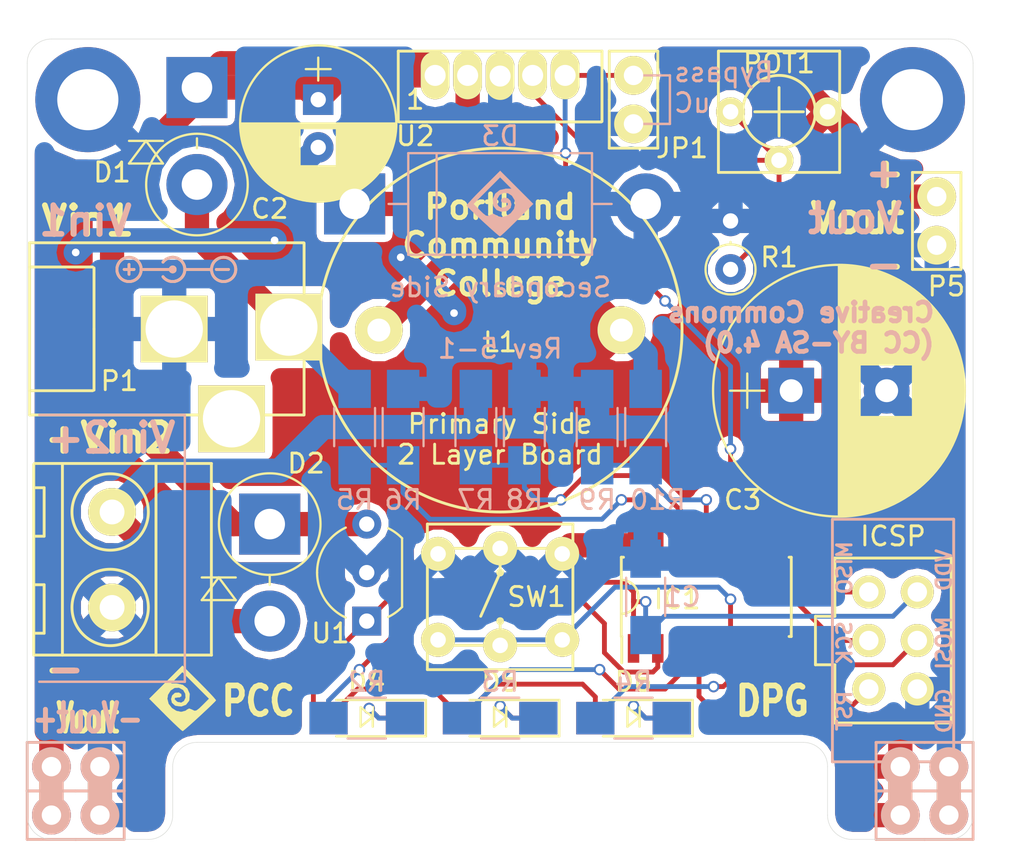
<source format=kicad_pcb>
(kicad_pcb (version 4) (host pcbnew 4.0.1-stable)

  (general
    (links 72)
    (no_connects 0)
    (area 113.181 76.366 167.324 123.22519)
    (thickness 1.6)
    (drawings 67)
    (tracks 190)
    (zones 0)
    (modules 38)
    (nets 24)
  )

  (page USLetter)
  (title_block
    (title "Buck Converter (Step-Down Voltage Regulator)")
    (rev E3-0-0)
  )

  (layers
    (0 F.Cu signal)
    (31 B.Cu signal)
    (32 B.Adhes user)
    (33 F.Adhes user)
    (34 B.Paste user)
    (35 F.Paste user)
    (36 B.SilkS user)
    (37 F.SilkS user)
    (38 B.Mask user)
    (39 F.Mask user)
    (40 Dwgs.User user)
    (41 Cmts.User user)
    (42 Eco1.User user)
    (43 Eco2.User user)
    (44 Edge.Cuts user)
    (45 Margin user)
    (46 B.CrtYd user)
    (47 F.CrtYd user)
    (48 B.Fab user)
    (49 F.Fab user)
  )

  (setup
    (last_trace_width 0.254)
    (trace_clearance 0.254)
    (zone_clearance 0.381)
    (zone_45_only yes)
    (trace_min 0.2)
    (segment_width 0.127)
    (edge_width 0.0254)
    (via_size 0.6)
    (via_drill 0.4)
    (via_min_size 0.4)
    (via_min_drill 0.3)
    (uvia_size 0.3)
    (uvia_drill 0.1)
    (uvias_allowed no)
    (uvia_min_size 0)
    (uvia_min_drill 0)
    (pcb_text_width 0.3)
    (pcb_text_size 1.5 1.5)
    (mod_edge_width 0.15)
    (mod_text_size 1 1)
    (mod_text_width 0.15)
    (pad_size 1.5 1.5)
    (pad_drill 0.6)
    (pad_to_mask_clearance 0)
    (aux_axis_origin 0 0)
    (visible_elements 7FFEF77F)
    (pcbplotparams
      (layerselection 0x010f0_80000001)
      (usegerberextensions true)
      (excludeedgelayer true)
      (linewidth 0.025400)
      (plotframeref false)
      (viasonmask true)
      (mode 1)
      (useauxorigin false)
      (hpglpennumber 1)
      (hpglpenspeed 20)
      (hpglpendiameter 15)
      (hpglpenoverlay 2)
      (psnegative false)
      (psa4output false)
      (plotreference true)
      (plotvalue true)
      (plotinvisibletext false)
      (padsonsilk false)
      (subtractmaskfromsilk false)
      (outputformat 1)
      (mirror false)
      (drillshape 0)
      (scaleselection 1)
      (outputdirectory gerbers/))
  )

  (net 0 "")
  (net 1 GND)
  (net 2 +5V)
  (net 3 "Net-(D3-Pad1)")
  (net 4 +9V)
  (net 5 +6V)
  (net 6 +BATT)
  (net 7 "Net-(D4-Pad1)")
  (net 8 "Net-(D5-Pad1)")
  (net 9 +12V)
  (net 10 /~RST)
  (net 11 /ADC3)
  (net 12 /ADC2)
  (net 13 /MOSI)
  (net 14 /MISO)
  (net 15 /SCK)
  (net 16 "Net-(D6-Pad1)")
  (net 17 /GREEN)
  (net 18 /BLUE)
  (net 19 "Net-(IC1-Pad5)")
  (net 20 /RED)
  (net 21 /ADC1)
  (net 22 /OPT)
  (net 23 "Net-(POT1-Pad1)")

  (net_class Default "This is the default net class."
    (clearance 0.254)
    (trace_width 0.254)
    (via_dia 0.6)
    (via_drill 0.4)
    (uvia_dia 0.3)
    (uvia_drill 0.1)
    (add_net +5V)
    (add_net /ADC1)
    (add_net /ADC2)
    (add_net /ADC3)
    (add_net /BLUE)
    (add_net /GREEN)
    (add_net /MISO)
    (add_net /MOSI)
    (add_net /OPT)
    (add_net /RED)
    (add_net /SCK)
    (add_net /~RST)
    (add_net "Net-(D4-Pad1)")
    (add_net "Net-(D5-Pad1)")
    (add_net "Net-(D6-Pad1)")
    (add_net "Net-(IC1-Pad5)")
    (add_net "Net-(POT1-Pad1)")
  )

  (net_class Power ""
    (clearance 0.254)
    (trace_width 1.27)
    (via_dia 0.6)
    (via_drill 0.4)
    (uvia_dia 0.3)
    (uvia_drill 0.1)
    (add_net +12V)
    (add_net +6V)
    (add_net +9V)
    (add_net +BATT)
    (add_net GND)
    (add_net "Net-(D3-Pad1)")
  )

  (module lib:pcc_logo2 (layer B.Cu) (tedit 0) (tstamp 59DF8A58)
    (at 139.7 87.376 180)
    (fp_text reference G*** (at 0 0 180) (layer B.SilkS) hide
      (effects (font (thickness 0.3)) (justify mirror))
    )
    (fp_text value LOGO (at 0.75 0 180) (layer B.SilkS) hide
      (effects (font (thickness 0.3)) (justify mirror))
    )
    (fp_poly (pts (xy 0.888879 0.846787) (xy 1.199207 0.533203) (xy 1.459457 0.261965) (xy 1.649197 0.05503)
      (xy 1.747994 -0.065649) (xy 1.757211 -0.086308) (xy 1.685574 -0.168023) (xy 1.518229 -0.333867)
      (xy 1.28308 -0.558138) (xy 1.008032 -0.815134) (xy 0.72099 -1.079154) (xy 0.449859 -1.324495)
      (xy 0.222544 -1.525456) (xy 0.06695 -1.656335) (xy 0.01244 -1.693333) (xy -0.064999 -1.636496)
      (xy -0.238014 -1.480395) (xy -0.483597 -1.246641) (xy -0.778738 -0.956846) (xy -0.889536 -0.846129)
      (xy -1.730714 -0.001781) (xy -0.790223 -0.001781) (xy -0.723632 -0.267968) (xy -0.55209 -0.487358)
      (xy -0.317939 -0.636429) (xy -0.063523 -0.691659) (xy 0.168817 -0.629527) (xy 0.239179 -0.57362)
      (xy 0.354959 -0.51384) (xy 0.511131 -0.575045) (xy 0.521934 -0.58172) (xy 0.634936 -0.633411)
      (xy 0.742639 -0.613043) (xy 0.888423 -0.501218) (xy 1.048044 -0.346464) (xy 1.395113 0.000604)
      (xy 0.000769 1.394948) (xy -0.598312 0.795867) (xy -0.303367 0.795867) (xy 0.020311 0.724461)
      (xy 0.256236 0.534417) (xy 0.378829 0.261995) (xy 0.362513 -0.056544) (xy 0.341799 -0.118759)
      (xy 0.186526 -0.314016) (xy -0.058572 -0.403951) (xy -0.338523 -0.371035) (xy -0.387244 -0.351227)
      (xy -0.545913 -0.208677) (xy -0.590149 -0.017439) (xy -0.534995 0.169821) (xy -0.395494 0.300434)
      (xy -0.194568 0.323332) (xy -0.0604 0.246568) (xy -0.049615 0.138943) (xy -0.151864 0.069306)
      (xy -0.232834 0.068822) (xy -0.388492 0.053083) (xy -0.40943 -0.03104) (xy -0.293209 -0.146215)
      (xy -0.248588 -0.172229) (xy -0.057613 -0.207112) (xy 0.086663 -0.118431) (xy 0.164583 0.050219)
      (xy 0.156493 0.255244) (xy 0.042738 0.453047) (xy 0.036285 0.45962) (xy -0.181686 0.580777)
      (xy -0.413401 0.564203) (xy -0.618282 0.43255) (xy -0.755752 0.208471) (xy -0.790223 -0.001781)
      (xy -1.730714 -0.001781) (xy -1.73356 0.001075) (xy -0.86728 0.867356) (xy -0.000999 1.733636)
      (xy 0.888879 0.846787)) (layer B.SilkS) (width 0.01))
  )

  (module lib:pcc_pot (layer F.Cu) (tedit 59764E79) (tstamp 59760FDA)
    (at 151.765 82.55)
    (path /562BD352)
    (fp_text reference POT1 (at 2.54 -2.54 180) (layer F.SilkS)
      (effects (font (size 1 1) (thickness 0.15)))
    )
    (fp_text value 20k (at 0.635 2.54) (layer F.Fab) hide
      (effects (font (size 1 1) (thickness 0.15)))
    )
    (fp_line (start 1.27 0) (end 3.81 0) (layer F.SilkS) (width 0.15))
    (fp_line (start 2.54 -1.27) (end 2.54 1.27) (layer F.SilkS) (width 0.15))
    (fp_circle (center 2.54 0) (end 4.445 0) (layer F.SilkS) (width 0.15))
    (fp_line (start -0.635 -3.175) (end 5.715 -3.175) (layer F.SilkS) (width 0.15))
    (fp_line (start 5.715 -3.175) (end 5.715 3.175) (layer F.SilkS) (width 0.15))
    (fp_line (start 5.715 3.175) (end -0.635 3.175) (layer F.SilkS) (width 0.15))
    (fp_line (start -0.635 3.175) (end -0.635 -3.175) (layer F.SilkS) (width 0.15))
    (pad 3 thru_hole circle (at 5.08 0) (size 1.51 1.51) (drill 0.8128) (layers *.Cu *.Mask F.SilkS)
      (net 5 +6V))
    (pad 1 thru_hole circle (at 0 0) (size 1.51 1.51) (drill 0.8128) (layers *.Cu *.Mask F.SilkS)
      (net 23 "Net-(POT1-Pad1)"))
    (pad 2 thru_hole circle (at 2.54 2.54) (size 1.51 1.51) (drill 0.8128) (layers *.Cu *.Mask F.SilkS)
      (net 23 "Net-(POT1-Pad1)"))
  )

  (module lib:Inductor_075in (layer F.Cu) (tedit 59813469) (tstamp 59766EC6)
    (at 139.7 93.98)
    (path /562BD19C)
    (fp_text reference L1 (at 0 0.635) (layer F.SilkS)
      (effects (font (size 1 1) (thickness 0.15)))
    )
    (fp_text value 100u (at 0 10.795) (layer F.Fab)
      (effects (font (size 1 1) (thickness 0.15)))
    )
    (fp_circle (center 0 0) (end 9.525 0) (layer F.SilkS) (width 0.15))
    (pad 1 thru_hole circle (at 6.35 0) (size 2.5 2.5) (drill 1.2) (layers *.Cu *.Mask F.SilkS)
      (net 5 +6V))
    (pad 2 thru_hole circle (at -6.35 0) (size 2.5 2.5) (drill 1.2) (layers *.Cu *.Mask F.SilkS)
      (net 3 "Net-(D3-Pad1)"))
  )

  (module lib:pcc-Pin_Header_Straight_1x02 (layer F.Cu) (tedit 5988BF13) (tstamp 59766EB7)
    (at 146.685 80.645)
    (descr "Through hole pin header")
    (tags "pin header")
    (path /5705EF0F)
    (fp_text reference JP1 (at 2.54 3.81 180) (layer F.SilkS)
      (effects (font (size 1 1) (thickness 0.15)))
    )
    (fp_text value uC_Bypass (at 0 -3.1) (layer F.Fab)
      (effects (font (size 1 1) (thickness 0.15)))
    )
    (fp_line (start -1.27 1.27) (end -1.27 -1.27) (layer F.SilkS) (width 0.15))
    (fp_line (start -1.27 -1.27) (end 1.27 -1.27) (layer F.SilkS) (width 0.15))
    (fp_line (start 1.27 -1.27) (end 1.27 1.27) (layer F.SilkS) (width 0.15))
    (fp_line (start 1.27 1.27) (end 1.27 3.81) (layer F.SilkS) (width 0.15))
    (fp_line (start -1.75 -1.75) (end -1.75 4.3) (layer F.CrtYd) (width 0.05))
    (fp_line (start 1.75 -1.75) (end 1.75 4.3) (layer F.CrtYd) (width 0.05))
    (fp_line (start -1.75 -1.75) (end 1.75 -1.75) (layer F.CrtYd) (width 0.05))
    (fp_line (start -1.75 4.3) (end 1.75 4.3) (layer F.CrtYd) (width 0.05))
    (fp_line (start -1.27 1.27) (end -1.27 3.81) (layer F.SilkS) (width 0.15))
    (fp_line (start -1.27 3.81) (end 1.27 3.81) (layer F.SilkS) (width 0.15))
    (pad 1 thru_hole oval (at 0 0) (size 2.032 2.032) (drill 1.016) (layers *.Cu *.Mask F.SilkS)
      (net 22 /OPT))
    (pad 2 thru_hole oval (at 0 2.54) (size 2.032 2.032) (drill 1.016) (layers *.Cu *.Mask F.SilkS)
      (net 1 GND))
    (model Pin_Headers.3dshapes/Pin_Header_Straight_1x02.wrl
      (at (xyz 0 -0.05 0))
      (scale (xyz 1 1 1))
      (rotate (xyz 0 0 90))
    )
  )

  (module Diodes_ThroughHole:D_DO-201AD_P5.08mm_Vertical_AnodeUp (layer F.Cu) (tedit 59DD0E15) (tstamp 597617AF)
    (at 127.635 104.14 270)
    (descr "D, DO-201AD series, Axial, Vertical, pin pitch=5.08mm, , length*diameter=9.5*5.2mm^2, , http://www.diodes.com/_files/packages/DO-201AD.pdf")
    (tags "D DO-201AD series Axial Vertical pin pitch 5.08mm  length 9.5mm diameter 5.2mm")
    (path /59714615)
    (fp_text reference D2 (at -3.175 -1.905 540) (layer F.SilkS)
      (effects (font (size 1 1) (thickness 0.15)))
    )
    (fp_text value SR340 (at 2.54 5.438 270) (layer F.Fab)
      (effects (font (size 1 1) (thickness 0.15)))
    )
    (fp_text user K (at -3.36 0 270) (layer F.Fab)
      (effects (font (size 1 1) (thickness 0.15)))
    )
    (fp_text user %R (at 2.54 0 270) (layer F.Fab)
      (effects (font (size 1 1) (thickness 0.15)))
    )
    (fp_line (start 0 0) (end 5.08 0) (layer F.Fab) (width 0.1))
    (fp_line (start 2.66 0) (end 3.18 0) (layer F.SilkS) (width 0.12))
    (fp_line (start 2.794 1.78) (end 2.794 3.558) (layer F.SilkS) (width 0.12))
    (fp_line (start 2.794 2.669) (end 3.979333 1.78) (layer F.SilkS) (width 0.12))
    (fp_line (start 3.979333 1.78) (end 3.979333 3.558) (layer F.SilkS) (width 0.12))
    (fp_line (start 3.979333 3.558) (end 2.794 2.669) (layer F.SilkS) (width 0.12))
    (fp_line (start -2.95 -2.95) (end -2.95 2.95) (layer F.CrtYd) (width 0.05))
    (fp_line (start -2.95 2.95) (end 7 2.95) (layer F.CrtYd) (width 0.05))
    (fp_line (start 7 2.95) (end 7 -2.95) (layer F.CrtYd) (width 0.05))
    (fp_line (start 7 -2.95) (end -2.95 -2.95) (layer F.CrtYd) (width 0.05))
    (fp_circle (center 0 0) (end 2.6 0) (layer F.Fab) (width 0.1))
    (fp_circle (center 0 0) (end 2.66 0) (layer F.SilkS) (width 0.12))
    (pad 1 thru_hole rect (at 0 0 270) (size 3.2 3.2) (drill 1.6) (layers *.Cu *.Mask)
      (net 4 +9V))
    (pad 2 thru_hole oval (at 5.08 0 270) (size 3.2 3.2) (drill 1.6) (layers *.Cu *.Mask)
      (net 6 +BATT))
    (model ${KISYS3DMOD}/Diodes_THT.3dshapes/D_DO-201AD_P5.08mm_Vertical_AnodeUp.wrl
      (at (xyz 0 0 0))
      (scale (xyz 0.393701 0.393701 0.393701))
      (rotate (xyz 0 0 0))
    )
  )

  (module lib:pcc-barrel_jack placed (layer F.Cu) (tedit 59765A95) (tstamp 59765B7D)
    (at 114.935 98.425)
    (path /5715038A)
    (fp_text reference P1 (at 4.826 -1.778) (layer F.SilkS)
      (effects (font (size 1 1) (thickness 0.15)))
    )
    (fp_text value +Vin1 (at 7.112 -10.033) (layer F.Fab)
      (effects (font (size 1 1) (thickness 0.15)))
    )
    (fp_arc (start 7.62 -7.62) (end 7.239 -8.128) (angle 90) (layer B.SilkS) (width 0.15))
    (fp_arc (start 7.62 -7.62) (end 8.128 -8.001) (angle 90) (layer B.SilkS) (width 0.15))
    (fp_arc (start 7.62 -7.62) (end 8.001 -7.112) (angle 90) (layer B.SilkS) (width 0.15))
    (fp_arc (start 7.62 -7.62) (end 7.112 -8.001) (angle 90) (layer B.SilkS) (width 0.15))
    (fp_circle (center 10.287 -7.62) (end 10.922 -7.62) (layer B.SilkS) (width 0.15))
    (fp_circle (center 7.62 -7.62) (end 7.747 -7.62) (layer B.SilkS) (width 0.15))
    (fp_line (start 9.906 -7.62) (end 10.541 -7.62) (layer B.SilkS) (width 0.15))
    (fp_line (start 8.255 -7.62) (end 9.652 -7.62) (layer B.SilkS) (width 0.15))
    (fp_line (start 5.969 -7.62) (end 7.62 -7.62) (layer B.SilkS) (width 0.15))
    (fp_line (start 5.08 -7.62) (end 5.588 -7.62) (layer B.SilkS) (width 0.15))
    (fp_line (start 5.334 -7.874) (end 5.334 -7.366) (layer B.SilkS) (width 0.15))
    (fp_circle (center 5.334 -7.62) (end 5.969 -7.62) (layer B.SilkS) (width 0.15))
    (fp_line (start 8.255 -7.62) (end 9.652 -7.62) (layer F.SilkS) (width 0.15))
    (fp_circle (center 7.62 -7.62) (end 7.747 -7.62) (layer F.SilkS) (width 0.15))
    (fp_line (start 5.969 -7.62) (end 7.62 -7.62) (layer F.SilkS) (width 0.15))
    (fp_line (start 9.906 -7.62) (end 10.541 -7.62) (layer F.SilkS) (width 0.15))
    (fp_line (start 5.08 -7.62) (end 5.588 -7.62) (layer F.SilkS) (width 0.15))
    (fp_line (start 5.588 -7.62) (end 5.334 -7.62) (layer F.SilkS) (width 0.15))
    (fp_line (start 5.334 -7.62) (end 5.334 -7.874) (layer F.SilkS) (width 0.15))
    (fp_line (start 5.334 -7.874) (end 5.334 -7.366) (layer F.SilkS) (width 0.15))
    (fp_arc (start 7.62 -7.62) (end 8.001 -7.112) (angle 90) (layer F.SilkS) (width 0.15))
    (fp_arc (start 7.62 -7.62) (end 7.112 -8.001) (angle 90) (layer F.SilkS) (width 0.15))
    (fp_arc (start 7.62 -7.62) (end 8.255 -7.62) (angle 90) (layer F.SilkS) (width 0.15))
    (fp_arc (start 7.62 -7.62) (end 7.62 -8.255) (angle 90) (layer F.SilkS) (width 0.15))
    (fp_circle (center 10.287 -7.62) (end 10.922 -7.62) (layer F.SilkS) (width 0.15))
    (fp_circle (center 5.334 -7.62) (end 5.969 -7.62) (layer F.SilkS) (width 0.15))
    (fp_line (start 0.127 0) (end 14.478 0) (layer F.SilkS) (width 0.15))
    (fp_line (start 0.127 -9.017) (end 14.478 -9.017) (layer F.SilkS) (width 0.15))
    (fp_line (start 3.429 -7.747) (end 0.127 -7.747) (layer F.SilkS) (width 0.15))
    (fp_line (start 3.429 -1.27) (end 0.127 -1.27) (layer F.SilkS) (width 0.15))
    (fp_line (start 3.5 -4.5) (end 3.5 -1.3) (layer F.SilkS) (width 0.15))
    (fp_line (start 3.5 -4.5) (end 3.5 -7.7) (layer F.SilkS) (width 0.15))
    (fp_line (start 0.127 0) (end 0.127 -9) (layer F.SilkS) (width 0.15))
    (fp_line (start 14.5 -9) (end 14.5 0) (layer F.SilkS) (width 0.15))
    (pad 3 thru_hole rect (at 10.7 0.2) (size 3.5 3.5) (drill 3) (layers *.Cu *.Mask F.SilkS))
    (pad 2 thru_hole rect (at 7.7 -4.5) (size 3.5 3.5) (drill 3) (layers *.Cu *.Mask F.SilkS)
      (net 1 GND))
    (pad 1 thru_hole rect (at 13.7 -4.6) (size 3.5 3.5) (drill 3) (layers *.Cu *.Mask F.SilkS)
      (net 9 +12V))
  )

  (module Diodes_ThroughHole:D_DO-201AD_P15.24mm_Horizontal (layer B.Cu) (tedit 59768731) (tstamp 59760F55)
    (at 132.08 87.376)
    (descr "D, DO-201AD series, Axial, Horizontal, pin pitch=15.24mm, , length*diameter=9.5*5.2mm^2, , http://www.diodes.com/_files/packages/DO-201AD.pdf")
    (tags "D DO-201AD series Axial Horizontal pin pitch 15.24mm  length 9.5mm diameter 5.2mm")
    (path /562BD211)
    (fp_text reference D3 (at 7.62 -3.556) (layer B.SilkS)
      (effects (font (size 1 1) (thickness 0.15)) (justify mirror))
    )
    (fp_text value 1N5822 (at 7.62 -3.66) (layer B.Fab)
      (effects (font (size 1 1) (thickness 0.15)) (justify mirror))
    )
    (fp_text user %R (at 7.62 -3.556) (layer B.Fab)
      (effects (font (size 1 1) (thickness 0.15)) (justify mirror))
    )
    (fp_line (start 2.87 2.6) (end 2.87 -2.6) (layer B.Fab) (width 0.1))
    (fp_line (start 2.87 -2.6) (end 12.37 -2.6) (layer B.Fab) (width 0.1))
    (fp_line (start 12.37 -2.6) (end 12.37 2.6) (layer B.Fab) (width 0.1))
    (fp_line (start 12.37 2.6) (end 2.87 2.6) (layer B.Fab) (width 0.1))
    (fp_line (start 0 0) (end 2.87 0) (layer B.Fab) (width 0.1))
    (fp_line (start 15.24 0) (end 12.37 0) (layer B.Fab) (width 0.1))
    (fp_line (start 4.295 2.6) (end 4.295 -2.6) (layer B.Fab) (width 0.1))
    (fp_line (start 2.81 2.66) (end 2.81 -2.66) (layer B.SilkS) (width 0.12))
    (fp_line (start 2.81 -2.66) (end 12.43 -2.66) (layer B.SilkS) (width 0.12))
    (fp_line (start 12.43 -2.66) (end 12.43 2.66) (layer B.SilkS) (width 0.12))
    (fp_line (start 12.43 2.66) (end 2.81 2.66) (layer B.SilkS) (width 0.12))
    (fp_line (start 1.78 0) (end 2.81 0) (layer B.SilkS) (width 0.12))
    (fp_line (start 13.46 0) (end 12.43 0) (layer B.SilkS) (width 0.12))
    (fp_line (start 4.295 2.66) (end 4.295 -2.66) (layer B.SilkS) (width 0.12))
    (fp_line (start -1.85 2.95) (end -1.85 -2.95) (layer B.CrtYd) (width 0.05))
    (fp_line (start -1.85 -2.95) (end 17.1 -2.95) (layer B.CrtYd) (width 0.05))
    (fp_line (start 17.1 -2.95) (end 17.1 2.95) (layer B.CrtYd) (width 0.05))
    (fp_line (start 17.1 2.95) (end -1.85 2.95) (layer B.CrtYd) (width 0.05))
    (pad 1 thru_hole rect (at 0 0) (size 3.2 3.2) (drill 1.6) (layers *.Cu *.Mask)
      (net 3 "Net-(D3-Pad1)"))
    (pad 2 thru_hole oval (at 15.24 0) (size 3.2 3.2) (drill 1.6) (layers *.Cu *.Mask)
      (net 1 GND))
    (model ${KISYS3DMOD}/Diodes_THT.3dshapes/D_DO-201AD_P15.24mm_Horizontal.wrl
      (at (xyz 0 0 0))
      (scale (xyz 0.393701 0.393701 0.393701))
      (rotate (xyz 0 0 0))
    )
  )

  (module Capacitors_SMD:C_1206_HandSoldering (layer B.Cu) (tedit 59C172EB) (tstamp 59760F37)
    (at 147.32 107.95 270)
    (descr "Capacitor SMD 1206, hand soldering")
    (tags "capacitor 1206")
    (path /56E614C1)
    (attr smd)
    (fp_text reference C1 (at 0 -1.905 540) (layer B.SilkS)
      (effects (font (size 1 1) (thickness 0.15)) (justify mirror))
    )
    (fp_text value 2.2uF (at 0 -2 270) (layer B.Fab)
      (effects (font (size 1 1) (thickness 0.15)) (justify mirror))
    )
    (fp_text user %R (at 0 -1.905 540) (layer B.Fab)
      (effects (font (size 1 1) (thickness 0.15)) (justify mirror))
    )
    (fp_line (start -1.6 -0.8) (end -1.6 0.8) (layer B.Fab) (width 0.1))
    (fp_line (start 1.6 -0.8) (end -1.6 -0.8) (layer B.Fab) (width 0.1))
    (fp_line (start 1.6 0.8) (end 1.6 -0.8) (layer B.Fab) (width 0.1))
    (fp_line (start -1.6 0.8) (end 1.6 0.8) (layer B.Fab) (width 0.1))
    (fp_line (start 1 1.02) (end -1 1.02) (layer B.SilkS) (width 0.12))
    (fp_line (start -1 -1.02) (end 1 -1.02) (layer B.SilkS) (width 0.12))
    (fp_line (start -3.25 1.05) (end 3.25 1.05) (layer B.CrtYd) (width 0.05))
    (fp_line (start -3.25 1.05) (end -3.25 -1.05) (layer B.CrtYd) (width 0.05))
    (fp_line (start 3.25 -1.05) (end 3.25 1.05) (layer B.CrtYd) (width 0.05))
    (fp_line (start 3.25 -1.05) (end -3.25 -1.05) (layer B.CrtYd) (width 0.05))
    (pad 1 smd rect (at -2 0 270) (size 2 1.6) (layers B.Cu B.Paste B.Mask)
      (net 1 GND))
    (pad 2 smd rect (at 2 0 270) (size 2 1.6) (layers B.Cu B.Paste B.Mask)
      (net 2 +5V))
    (model Capacitors_SMD.3dshapes/C_1206.wrl
      (at (xyz 0 0 0))
      (scale (xyz 1 1 1))
      (rotate (xyz 0 0 0))
    )
  )

  (module Capacitors_ThroughHole:CP_Radial_D13.0mm_P5.00mm (layer F.Cu) (tedit 59DF8573) (tstamp 59760F43)
    (at 154.94 97.155)
    (descr "CP, Radial series, Radial, pin pitch=5.00mm, , diameter=13mm, Electrolytic Capacitor")
    (tags "CP Radial series Radial pin pitch 5.00mm  diameter 13mm Electrolytic Capacitor")
    (path /562BD0CB)
    (fp_text reference C3 (at -2.54 5.715) (layer F.SilkS)
      (effects (font (size 1 1) (thickness 0.15)))
    )
    (fp_text value 1000u (at 2.5 7.81) (layer F.Fab)
      (effects (font (size 1 1) (thickness 0.15)))
    )
    (fp_circle (center 2.5 0) (end 9 0) (layer F.Fab) (width 0.1))
    (fp_circle (center 2.5 0) (end 9.09 0) (layer F.SilkS) (width 0.12))
    (fp_line (start -3.2 0) (end -1.4 0) (layer F.Fab) (width 0.1))
    (fp_line (start -2.3 -0.9) (end -2.3 0.9) (layer F.Fab) (width 0.1))
    (fp_line (start 2.5 -6.55) (end 2.5 6.55) (layer F.SilkS) (width 0.12))
    (fp_line (start 2.54 -6.55) (end 2.54 6.55) (layer F.SilkS) (width 0.12))
    (fp_line (start 2.58 -6.55) (end 2.58 6.55) (layer F.SilkS) (width 0.12))
    (fp_line (start 2.62 -6.549) (end 2.62 6.549) (layer F.SilkS) (width 0.12))
    (fp_line (start 2.66 -6.549) (end 2.66 6.549) (layer F.SilkS) (width 0.12))
    (fp_line (start 2.7 -6.547) (end 2.7 6.547) (layer F.SilkS) (width 0.12))
    (fp_line (start 2.74 -6.546) (end 2.74 6.546) (layer F.SilkS) (width 0.12))
    (fp_line (start 2.78 -6.545) (end 2.78 6.545) (layer F.SilkS) (width 0.12))
    (fp_line (start 2.82 -6.543) (end 2.82 6.543) (layer F.SilkS) (width 0.12))
    (fp_line (start 2.86 -6.541) (end 2.86 6.541) (layer F.SilkS) (width 0.12))
    (fp_line (start 2.9 -6.538) (end 2.9 6.538) (layer F.SilkS) (width 0.12))
    (fp_line (start 2.94 -6.536) (end 2.94 6.536) (layer F.SilkS) (width 0.12))
    (fp_line (start 2.98 -6.533) (end 2.98 6.533) (layer F.SilkS) (width 0.12))
    (fp_line (start 3.02 -6.53) (end 3.02 6.53) (layer F.SilkS) (width 0.12))
    (fp_line (start 3.06 -6.527) (end 3.06 6.527) (layer F.SilkS) (width 0.12))
    (fp_line (start 3.1 -6.523) (end 3.1 6.523) (layer F.SilkS) (width 0.12))
    (fp_line (start 3.14 -6.519) (end 3.14 6.519) (layer F.SilkS) (width 0.12))
    (fp_line (start 3.18 -6.515) (end 3.18 6.515) (layer F.SilkS) (width 0.12))
    (fp_line (start 3.221 -6.511) (end 3.221 6.511) (layer F.SilkS) (width 0.12))
    (fp_line (start 3.261 -6.507) (end 3.261 6.507) (layer F.SilkS) (width 0.12))
    (fp_line (start 3.301 -6.502) (end 3.301 6.502) (layer F.SilkS) (width 0.12))
    (fp_line (start 3.341 -6.497) (end 3.341 6.497) (layer F.SilkS) (width 0.12))
    (fp_line (start 3.381 -6.491) (end 3.381 6.491) (layer F.SilkS) (width 0.12))
    (fp_line (start 3.421 -6.486) (end 3.421 6.486) (layer F.SilkS) (width 0.12))
    (fp_line (start 3.461 -6.48) (end 3.461 6.48) (layer F.SilkS) (width 0.12))
    (fp_line (start 3.501 -6.474) (end 3.501 6.474) (layer F.SilkS) (width 0.12))
    (fp_line (start 3.541 -6.468) (end 3.541 6.468) (layer F.SilkS) (width 0.12))
    (fp_line (start 3.581 -6.461) (end 3.581 6.461) (layer F.SilkS) (width 0.12))
    (fp_line (start 3.621 -6.455) (end 3.621 -1.38) (layer F.SilkS) (width 0.12))
    (fp_line (start 3.621 1.38) (end 3.621 6.455) (layer F.SilkS) (width 0.12))
    (fp_line (start 3.661 -6.448) (end 3.661 -1.38) (layer F.SilkS) (width 0.12))
    (fp_line (start 3.661 1.38) (end 3.661 6.448) (layer F.SilkS) (width 0.12))
    (fp_line (start 3.701 -6.44) (end 3.701 -1.38) (layer F.SilkS) (width 0.12))
    (fp_line (start 3.701 1.38) (end 3.701 6.44) (layer F.SilkS) (width 0.12))
    (fp_line (start 3.741 -6.433) (end 3.741 -1.38) (layer F.SilkS) (width 0.12))
    (fp_line (start 3.741 1.38) (end 3.741 6.433) (layer F.SilkS) (width 0.12))
    (fp_line (start 3.781 -6.425) (end 3.781 -1.38) (layer F.SilkS) (width 0.12))
    (fp_line (start 3.781 1.38) (end 3.781 6.425) (layer F.SilkS) (width 0.12))
    (fp_line (start 3.821 -6.417) (end 3.821 -1.38) (layer F.SilkS) (width 0.12))
    (fp_line (start 3.821 1.38) (end 3.821 6.417) (layer F.SilkS) (width 0.12))
    (fp_line (start 3.861 -6.409) (end 3.861 -1.38) (layer F.SilkS) (width 0.12))
    (fp_line (start 3.861 1.38) (end 3.861 6.409) (layer F.SilkS) (width 0.12))
    (fp_line (start 3.901 -6.4) (end 3.901 -1.38) (layer F.SilkS) (width 0.12))
    (fp_line (start 3.901 1.38) (end 3.901 6.4) (layer F.SilkS) (width 0.12))
    (fp_line (start 3.941 -6.391) (end 3.941 -1.38) (layer F.SilkS) (width 0.12))
    (fp_line (start 3.941 1.38) (end 3.941 6.391) (layer F.SilkS) (width 0.12))
    (fp_line (start 3.981 -6.382) (end 3.981 -1.38) (layer F.SilkS) (width 0.12))
    (fp_line (start 3.981 1.38) (end 3.981 6.382) (layer F.SilkS) (width 0.12))
    (fp_line (start 4.021 -6.373) (end 4.021 -1.38) (layer F.SilkS) (width 0.12))
    (fp_line (start 4.021 1.38) (end 4.021 6.373) (layer F.SilkS) (width 0.12))
    (fp_line (start 4.061 -6.363) (end 4.061 -1.38) (layer F.SilkS) (width 0.12))
    (fp_line (start 4.061 1.38) (end 4.061 6.363) (layer F.SilkS) (width 0.12))
    (fp_line (start 4.101 -6.353) (end 4.101 -1.38) (layer F.SilkS) (width 0.12))
    (fp_line (start 4.101 1.38) (end 4.101 6.353) (layer F.SilkS) (width 0.12))
    (fp_line (start 4.141 -6.343) (end 4.141 -1.38) (layer F.SilkS) (width 0.12))
    (fp_line (start 4.141 1.38) (end 4.141 6.343) (layer F.SilkS) (width 0.12))
    (fp_line (start 4.181 -6.333) (end 4.181 -1.38) (layer F.SilkS) (width 0.12))
    (fp_line (start 4.181 1.38) (end 4.181 6.333) (layer F.SilkS) (width 0.12))
    (fp_line (start 4.221 -6.322) (end 4.221 -1.38) (layer F.SilkS) (width 0.12))
    (fp_line (start 4.221 1.38) (end 4.221 6.322) (layer F.SilkS) (width 0.12))
    (fp_line (start 4.261 -6.311) (end 4.261 -1.38) (layer F.SilkS) (width 0.12))
    (fp_line (start 4.261 1.38) (end 4.261 6.311) (layer F.SilkS) (width 0.12))
    (fp_line (start 4.301 -6.3) (end 4.301 -1.38) (layer F.SilkS) (width 0.12))
    (fp_line (start 4.301 1.38) (end 4.301 6.3) (layer F.SilkS) (width 0.12))
    (fp_line (start 4.341 -6.288) (end 4.341 -1.38) (layer F.SilkS) (width 0.12))
    (fp_line (start 4.341 1.38) (end 4.341 6.288) (layer F.SilkS) (width 0.12))
    (fp_line (start 4.381 -6.277) (end 4.381 -1.38) (layer F.SilkS) (width 0.12))
    (fp_line (start 4.381 1.38) (end 4.381 6.277) (layer F.SilkS) (width 0.12))
    (fp_line (start 4.421 -6.265) (end 4.421 -1.38) (layer F.SilkS) (width 0.12))
    (fp_line (start 4.421 1.38) (end 4.421 6.265) (layer F.SilkS) (width 0.12))
    (fp_line (start 4.461 -6.252) (end 4.461 -1.38) (layer F.SilkS) (width 0.12))
    (fp_line (start 4.461 1.38) (end 4.461 6.252) (layer F.SilkS) (width 0.12))
    (fp_line (start 4.501 -6.24) (end 4.501 -1.38) (layer F.SilkS) (width 0.12))
    (fp_line (start 4.501 1.38) (end 4.501 6.24) (layer F.SilkS) (width 0.12))
    (fp_line (start 4.541 -6.227) (end 4.541 -1.38) (layer F.SilkS) (width 0.12))
    (fp_line (start 4.541 1.38) (end 4.541 6.227) (layer F.SilkS) (width 0.12))
    (fp_line (start 4.581 -6.214) (end 4.581 -1.38) (layer F.SilkS) (width 0.12))
    (fp_line (start 4.581 1.38) (end 4.581 6.214) (layer F.SilkS) (width 0.12))
    (fp_line (start 4.621 -6.2) (end 4.621 -1.38) (layer F.SilkS) (width 0.12))
    (fp_line (start 4.621 1.38) (end 4.621 6.2) (layer F.SilkS) (width 0.12))
    (fp_line (start 4.661 -6.186) (end 4.661 -1.38) (layer F.SilkS) (width 0.12))
    (fp_line (start 4.661 1.38) (end 4.661 6.186) (layer F.SilkS) (width 0.12))
    (fp_line (start 4.701 -6.172) (end 4.701 -1.38) (layer F.SilkS) (width 0.12))
    (fp_line (start 4.701 1.38) (end 4.701 6.172) (layer F.SilkS) (width 0.12))
    (fp_line (start 4.741 -6.158) (end 4.741 -1.38) (layer F.SilkS) (width 0.12))
    (fp_line (start 4.741 1.38) (end 4.741 6.158) (layer F.SilkS) (width 0.12))
    (fp_line (start 4.781 -6.144) (end 4.781 -1.38) (layer F.SilkS) (width 0.12))
    (fp_line (start 4.781 1.38) (end 4.781 6.144) (layer F.SilkS) (width 0.12))
    (fp_line (start 4.821 -6.129) (end 4.821 -1.38) (layer F.SilkS) (width 0.12))
    (fp_line (start 4.821 1.38) (end 4.821 6.129) (layer F.SilkS) (width 0.12))
    (fp_line (start 4.861 -6.113) (end 4.861 -1.38) (layer F.SilkS) (width 0.12))
    (fp_line (start 4.861 1.38) (end 4.861 6.113) (layer F.SilkS) (width 0.12))
    (fp_line (start 4.901 -6.098) (end 4.901 -1.38) (layer F.SilkS) (width 0.12))
    (fp_line (start 4.901 1.38) (end 4.901 6.098) (layer F.SilkS) (width 0.12))
    (fp_line (start 4.941 -6.082) (end 4.941 -1.38) (layer F.SilkS) (width 0.12))
    (fp_line (start 4.941 1.38) (end 4.941 6.082) (layer F.SilkS) (width 0.12))
    (fp_line (start 4.981 -6.066) (end 4.981 -1.38) (layer F.SilkS) (width 0.12))
    (fp_line (start 4.981 1.38) (end 4.981 6.066) (layer F.SilkS) (width 0.12))
    (fp_line (start 5.021 -6.05) (end 5.021 -1.38) (layer F.SilkS) (width 0.12))
    (fp_line (start 5.021 1.38) (end 5.021 6.05) (layer F.SilkS) (width 0.12))
    (fp_line (start 5.061 -6.033) (end 5.061 -1.38) (layer F.SilkS) (width 0.12))
    (fp_line (start 5.061 1.38) (end 5.061 6.033) (layer F.SilkS) (width 0.12))
    (fp_line (start 5.101 -6.016) (end 5.101 -1.38) (layer F.SilkS) (width 0.12))
    (fp_line (start 5.101 1.38) (end 5.101 6.016) (layer F.SilkS) (width 0.12))
    (fp_line (start 5.141 -5.999) (end 5.141 -1.38) (layer F.SilkS) (width 0.12))
    (fp_line (start 5.141 1.38) (end 5.141 5.999) (layer F.SilkS) (width 0.12))
    (fp_line (start 5.181 -5.981) (end 5.181 -1.38) (layer F.SilkS) (width 0.12))
    (fp_line (start 5.181 1.38) (end 5.181 5.981) (layer F.SilkS) (width 0.12))
    (fp_line (start 5.221 -5.963) (end 5.221 -1.38) (layer F.SilkS) (width 0.12))
    (fp_line (start 5.221 1.38) (end 5.221 5.963) (layer F.SilkS) (width 0.12))
    (fp_line (start 5.261 -5.945) (end 5.261 -1.38) (layer F.SilkS) (width 0.12))
    (fp_line (start 5.261 1.38) (end 5.261 5.945) (layer F.SilkS) (width 0.12))
    (fp_line (start 5.301 -5.926) (end 5.301 -1.38) (layer F.SilkS) (width 0.12))
    (fp_line (start 5.301 1.38) (end 5.301 5.926) (layer F.SilkS) (width 0.12))
    (fp_line (start 5.341 -5.907) (end 5.341 -1.38) (layer F.SilkS) (width 0.12))
    (fp_line (start 5.341 1.38) (end 5.341 5.907) (layer F.SilkS) (width 0.12))
    (fp_line (start 5.381 -5.888) (end 5.381 -1.38) (layer F.SilkS) (width 0.12))
    (fp_line (start 5.381 1.38) (end 5.381 5.888) (layer F.SilkS) (width 0.12))
    (fp_line (start 5.421 -5.868) (end 5.421 -1.38) (layer F.SilkS) (width 0.12))
    (fp_line (start 5.421 1.38) (end 5.421 5.868) (layer F.SilkS) (width 0.12))
    (fp_line (start 5.461 -5.848) (end 5.461 -1.38) (layer F.SilkS) (width 0.12))
    (fp_line (start 5.461 1.38) (end 5.461 5.848) (layer F.SilkS) (width 0.12))
    (fp_line (start 5.501 -5.828) (end 5.501 -1.38) (layer F.SilkS) (width 0.12))
    (fp_line (start 5.501 1.38) (end 5.501 5.828) (layer F.SilkS) (width 0.12))
    (fp_line (start 5.541 -5.807) (end 5.541 -1.38) (layer F.SilkS) (width 0.12))
    (fp_line (start 5.541 1.38) (end 5.541 5.807) (layer F.SilkS) (width 0.12))
    (fp_line (start 5.581 -5.786) (end 5.581 -1.38) (layer F.SilkS) (width 0.12))
    (fp_line (start 5.581 1.38) (end 5.581 5.786) (layer F.SilkS) (width 0.12))
    (fp_line (start 5.621 -5.765) (end 5.621 -1.38) (layer F.SilkS) (width 0.12))
    (fp_line (start 5.621 1.38) (end 5.621 5.765) (layer F.SilkS) (width 0.12))
    (fp_line (start 5.661 -5.743) (end 5.661 -1.38) (layer F.SilkS) (width 0.12))
    (fp_line (start 5.661 1.38) (end 5.661 5.743) (layer F.SilkS) (width 0.12))
    (fp_line (start 5.701 -5.721) (end 5.701 -1.38) (layer F.SilkS) (width 0.12))
    (fp_line (start 5.701 1.38) (end 5.701 5.721) (layer F.SilkS) (width 0.12))
    (fp_line (start 5.741 -5.699) (end 5.741 -1.38) (layer F.SilkS) (width 0.12))
    (fp_line (start 5.741 1.38) (end 5.741 5.699) (layer F.SilkS) (width 0.12))
    (fp_line (start 5.781 -5.676) (end 5.781 -1.38) (layer F.SilkS) (width 0.12))
    (fp_line (start 5.781 1.38) (end 5.781 5.676) (layer F.SilkS) (width 0.12))
    (fp_line (start 5.821 -5.653) (end 5.821 -1.38) (layer F.SilkS) (width 0.12))
    (fp_line (start 5.821 1.38) (end 5.821 5.653) (layer F.SilkS) (width 0.12))
    (fp_line (start 5.861 -5.63) (end 5.861 -1.38) (layer F.SilkS) (width 0.12))
    (fp_line (start 5.861 1.38) (end 5.861 5.63) (layer F.SilkS) (width 0.12))
    (fp_line (start 5.901 -5.606) (end 5.901 -1.38) (layer F.SilkS) (width 0.12))
    (fp_line (start 5.901 1.38) (end 5.901 5.606) (layer F.SilkS) (width 0.12))
    (fp_line (start 5.941 -5.581) (end 5.941 -1.38) (layer F.SilkS) (width 0.12))
    (fp_line (start 5.941 1.38) (end 5.941 5.581) (layer F.SilkS) (width 0.12))
    (fp_line (start 5.981 -5.557) (end 5.981 -1.38) (layer F.SilkS) (width 0.12))
    (fp_line (start 5.981 1.38) (end 5.981 5.557) (layer F.SilkS) (width 0.12))
    (fp_line (start 6.021 -5.532) (end 6.021 -1.38) (layer F.SilkS) (width 0.12))
    (fp_line (start 6.021 1.38) (end 6.021 5.532) (layer F.SilkS) (width 0.12))
    (fp_line (start 6.061 -5.506) (end 6.061 -1.38) (layer F.SilkS) (width 0.12))
    (fp_line (start 6.061 1.38) (end 6.061 5.506) (layer F.SilkS) (width 0.12))
    (fp_line (start 6.101 -5.48) (end 6.101 -1.38) (layer F.SilkS) (width 0.12))
    (fp_line (start 6.101 1.38) (end 6.101 5.48) (layer F.SilkS) (width 0.12))
    (fp_line (start 6.141 -5.454) (end 6.141 -1.38) (layer F.SilkS) (width 0.12))
    (fp_line (start 6.141 1.38) (end 6.141 5.454) (layer F.SilkS) (width 0.12))
    (fp_line (start 6.181 -5.427) (end 6.181 -1.38) (layer F.SilkS) (width 0.12))
    (fp_line (start 6.181 1.38) (end 6.181 5.427) (layer F.SilkS) (width 0.12))
    (fp_line (start 6.221 -5.4) (end 6.221 -1.38) (layer F.SilkS) (width 0.12))
    (fp_line (start 6.221 1.38) (end 6.221 5.4) (layer F.SilkS) (width 0.12))
    (fp_line (start 6.261 -5.373) (end 6.261 -1.38) (layer F.SilkS) (width 0.12))
    (fp_line (start 6.261 1.38) (end 6.261 5.373) (layer F.SilkS) (width 0.12))
    (fp_line (start 6.301 -5.345) (end 6.301 -1.38) (layer F.SilkS) (width 0.12))
    (fp_line (start 6.301 1.38) (end 6.301 5.345) (layer F.SilkS) (width 0.12))
    (fp_line (start 6.341 -5.316) (end 6.341 -1.38) (layer F.SilkS) (width 0.12))
    (fp_line (start 6.341 1.38) (end 6.341 5.316) (layer F.SilkS) (width 0.12))
    (fp_line (start 6.381 -5.287) (end 6.381 5.287) (layer F.SilkS) (width 0.12))
    (fp_line (start 6.421 -5.258) (end 6.421 5.258) (layer F.SilkS) (width 0.12))
    (fp_line (start 6.461 -5.228) (end 6.461 5.228) (layer F.SilkS) (width 0.12))
    (fp_line (start 6.501 -5.198) (end 6.501 5.198) (layer F.SilkS) (width 0.12))
    (fp_line (start 6.541 -5.167) (end 6.541 5.167) (layer F.SilkS) (width 0.12))
    (fp_line (start 6.581 -5.136) (end 6.581 5.136) (layer F.SilkS) (width 0.12))
    (fp_line (start 6.621 -5.104) (end 6.621 5.104) (layer F.SilkS) (width 0.12))
    (fp_line (start 6.661 -5.072) (end 6.661 5.072) (layer F.SilkS) (width 0.12))
    (fp_line (start 6.701 -5.039) (end 6.701 5.039) (layer F.SilkS) (width 0.12))
    (fp_line (start 6.741 -5.005) (end 6.741 5.005) (layer F.SilkS) (width 0.12))
    (fp_line (start 6.781 -4.971) (end 6.781 4.971) (layer F.SilkS) (width 0.12))
    (fp_line (start 6.821 -4.937) (end 6.821 4.937) (layer F.SilkS) (width 0.12))
    (fp_line (start 6.861 -4.902) (end 6.861 4.902) (layer F.SilkS) (width 0.12))
    (fp_line (start 6.901 -4.866) (end 6.901 4.866) (layer F.SilkS) (width 0.12))
    (fp_line (start 6.941 -4.83) (end 6.941 4.83) (layer F.SilkS) (width 0.12))
    (fp_line (start 6.981 -4.793) (end 6.981 4.793) (layer F.SilkS) (width 0.12))
    (fp_line (start 7.021 -4.756) (end 7.021 4.756) (layer F.SilkS) (width 0.12))
    (fp_line (start 7.061 -4.718) (end 7.061 4.718) (layer F.SilkS) (width 0.12))
    (fp_line (start 7.101 -4.679) (end 7.101 4.679) (layer F.SilkS) (width 0.12))
    (fp_line (start 7.141 -4.64) (end 7.141 4.64) (layer F.SilkS) (width 0.12))
    (fp_line (start 7.181 -4.6) (end 7.181 4.6) (layer F.SilkS) (width 0.12))
    (fp_line (start 7.221 -4.559) (end 7.221 4.559) (layer F.SilkS) (width 0.12))
    (fp_line (start 7.261 -4.518) (end 7.261 4.518) (layer F.SilkS) (width 0.12))
    (fp_line (start 7.301 -4.476) (end 7.301 4.476) (layer F.SilkS) (width 0.12))
    (fp_line (start 7.341 -4.433) (end 7.341 4.433) (layer F.SilkS) (width 0.12))
    (fp_line (start 7.381 -4.389) (end 7.381 4.389) (layer F.SilkS) (width 0.12))
    (fp_line (start 7.421 -4.345) (end 7.421 4.345) (layer F.SilkS) (width 0.12))
    (fp_line (start 7.461 -4.299) (end 7.461 4.299) (layer F.SilkS) (width 0.12))
    (fp_line (start 7.501 -4.253) (end 7.501 4.253) (layer F.SilkS) (width 0.12))
    (fp_line (start 7.541 -4.206) (end 7.541 4.206) (layer F.SilkS) (width 0.12))
    (fp_line (start 7.581 -4.158) (end 7.581 4.158) (layer F.SilkS) (width 0.12))
    (fp_line (start 7.621 -4.109) (end 7.621 4.109) (layer F.SilkS) (width 0.12))
    (fp_line (start 7.661 -4.06) (end 7.661 4.06) (layer F.SilkS) (width 0.12))
    (fp_line (start 7.701 -4.009) (end 7.701 4.009) (layer F.SilkS) (width 0.12))
    (fp_line (start 7.741 -3.957) (end 7.741 3.957) (layer F.SilkS) (width 0.12))
    (fp_line (start 7.781 -3.904) (end 7.781 3.904) (layer F.SilkS) (width 0.12))
    (fp_line (start 7.821 -3.85) (end 7.821 3.85) (layer F.SilkS) (width 0.12))
    (fp_line (start 7.861 -3.794) (end 7.861 3.794) (layer F.SilkS) (width 0.12))
    (fp_line (start 7.901 -3.738) (end 7.901 3.738) (layer F.SilkS) (width 0.12))
    (fp_line (start 7.941 -3.68) (end 7.941 3.68) (layer F.SilkS) (width 0.12))
    (fp_line (start 7.981 -3.621) (end 7.981 3.621) (layer F.SilkS) (width 0.12))
    (fp_line (start 8.021 -3.56) (end 8.021 3.56) (layer F.SilkS) (width 0.12))
    (fp_line (start 8.061 -3.498) (end 8.061 3.498) (layer F.SilkS) (width 0.12))
    (fp_line (start 8.101 -3.434) (end 8.101 3.434) (layer F.SilkS) (width 0.12))
    (fp_line (start 8.141 -3.369) (end 8.141 3.369) (layer F.SilkS) (width 0.12))
    (fp_line (start 8.181 -3.302) (end 8.181 3.302) (layer F.SilkS) (width 0.12))
    (fp_line (start 8.221 -3.233) (end 8.221 3.233) (layer F.SilkS) (width 0.12))
    (fp_line (start 8.261 -3.162) (end 8.261 3.162) (layer F.SilkS) (width 0.12))
    (fp_line (start 8.301 -3.089) (end 8.301 3.089) (layer F.SilkS) (width 0.12))
    (fp_line (start 8.341 -3.014) (end 8.341 3.014) (layer F.SilkS) (width 0.12))
    (fp_line (start 8.381 -2.936) (end 8.381 2.936) (layer F.SilkS) (width 0.12))
    (fp_line (start 8.421 -2.856) (end 8.421 2.856) (layer F.SilkS) (width 0.12))
    (fp_line (start 8.461 -2.772) (end 8.461 2.772) (layer F.SilkS) (width 0.12))
    (fp_line (start 8.501 -2.686) (end 8.501 2.686) (layer F.SilkS) (width 0.12))
    (fp_line (start 8.541 -2.596) (end 8.541 2.596) (layer F.SilkS) (width 0.12))
    (fp_line (start 8.581 -2.502) (end 8.581 2.502) (layer F.SilkS) (width 0.12))
    (fp_line (start 8.621 -2.405) (end 8.621 2.405) (layer F.SilkS) (width 0.12))
    (fp_line (start 8.661 -2.302) (end 8.661 2.302) (layer F.SilkS) (width 0.12))
    (fp_line (start 8.701 -2.194) (end 8.701 2.194) (layer F.SilkS) (width 0.12))
    (fp_line (start 8.741 -2.08) (end 8.741 2.08) (layer F.SilkS) (width 0.12))
    (fp_line (start 8.781 -1.958) (end 8.781 1.958) (layer F.SilkS) (width 0.12))
    (fp_line (start 8.821 -1.828) (end 8.821 1.828) (layer F.SilkS) (width 0.12))
    (fp_line (start 8.861 -1.686) (end 8.861 1.686) (layer F.SilkS) (width 0.12))
    (fp_line (start 8.901 -1.532) (end 8.901 1.532) (layer F.SilkS) (width 0.12))
    (fp_line (start 8.941 -1.359) (end 8.941 1.359) (layer F.SilkS) (width 0.12))
    (fp_line (start 8.981 -1.16) (end 8.981 1.16) (layer F.SilkS) (width 0.12))
    (fp_line (start 9.021 -0.918) (end 9.021 0.918) (layer F.SilkS) (width 0.12))
    (fp_line (start 9.061 -0.589) (end 9.061 0.589) (layer F.SilkS) (width 0.12))
    (fp_line (start -3.2 0) (end -1.4 0) (layer F.SilkS) (width 0.12))
    (fp_line (start -2.3 -0.9) (end -2.3 0.9) (layer F.SilkS) (width 0.12))
    (fp_line (start -4.35 -6.85) (end -4.35 6.85) (layer F.CrtYd) (width 0.05))
    (fp_line (start -4.35 6.85) (end 9.35 6.85) (layer F.CrtYd) (width 0.05))
    (fp_line (start 9.35 6.85) (end 9.35 -6.85) (layer F.CrtYd) (width 0.05))
    (fp_line (start 9.35 -6.85) (end -4.35 -6.85) (layer F.CrtYd) (width 0.05))
    (fp_text user %R (at 2.5 0) (layer F.Fab)
      (effects (font (size 1 1) (thickness 0.15)))
    )
    (pad 1 thru_hole rect (at 0 0) (size 2.4 2.4) (drill 1.2) (layers *.Cu *.Mask)
      (net 5 +6V))
    (pad 2 thru_hole circle (at 5 0) (size 2.4 2.4) (drill 1.2) (layers *.Cu *.Mask)
      (net 1 GND))
    (model ${KISYS3DMOD}/Capacitors_THT.3dshapes/CP_Radial_D13.0mm_P5.00mm.wrl
      (at (xyz 0 0 0))
      (scale (xyz 1 1 1))
      (rotate (xyz 0 0 0))
    )
  )

  (module LEDs:LED_1206_HandSoldering (layer F.Cu) (tedit 59DCF1FA) (tstamp 59760F5B)
    (at 132.715 114.3 180)
    (descr "LED SMD 1206, hand soldering")
    (tags "LED 1206")
    (path /59C18E2A)
    (attr smd)
    (fp_text reference D4 (at 0 1.905 360) (layer F.SilkS)
      (effects (font (size 1 1) (thickness 0.15)))
    )
    (fp_text value Red (at 0 1.9 180) (layer F.Fab)
      (effects (font (size 1 1) (thickness 0.15)))
    )
    (fp_line (start -3.1 -0.95) (end -3.1 0.95) (layer F.SilkS) (width 0.12))
    (fp_line (start -0.4 0) (end 0.2 -0.4) (layer F.Fab) (width 0.1))
    (fp_line (start 0.2 -0.4) (end 0.2 0.4) (layer F.Fab) (width 0.1))
    (fp_line (start 0.2 0.4) (end -0.4 0) (layer F.Fab) (width 0.1))
    (fp_line (start -0.45 -0.4) (end -0.45 0.4) (layer F.Fab) (width 0.1))
    (fp_line (start -1.6 0.8) (end -1.6 -0.8) (layer F.Fab) (width 0.1))
    (fp_line (start 1.6 0.8) (end -1.6 0.8) (layer F.Fab) (width 0.1))
    (fp_line (start 1.6 -0.8) (end 1.6 0.8) (layer F.Fab) (width 0.1))
    (fp_line (start -1.6 -0.8) (end 1.6 -0.8) (layer F.Fab) (width 0.1))
    (fp_line (start -3.1 0.95) (end 1.6 0.95) (layer F.SilkS) (width 0.12))
    (fp_line (start -3.1 -0.95) (end 1.6 -0.95) (layer F.SilkS) (width 0.12))
    (fp_line (start -3.25 -1.11) (end 3.25 -1.11) (layer F.CrtYd) (width 0.05))
    (fp_line (start -3.25 -1.11) (end -3.25 1.1) (layer F.CrtYd) (width 0.05))
    (fp_line (start 3.25 1.1) (end 3.25 -1.11) (layer F.CrtYd) (width 0.05))
    (fp_line (start 3.25 1.1) (end -3.25 1.1) (layer F.CrtYd) (width 0.05))
    (pad 1 smd rect (at -2 0 180) (size 2 1.7) (layers F.Cu F.Paste F.Mask)
      (net 7 "Net-(D4-Pad1)"))
    (pad 2 smd rect (at 2 0 180) (size 2 1.7) (layers F.Cu F.Paste F.Mask)
      (net 2 +5V))
    (model ${KISYS3DMOD}/LEDs.3dshapes/LED_1206.wrl
      (at (xyz 0 0 0))
      (scale (xyz 1 1 1))
      (rotate (xyz 0 0 180))
    )
  )

  (module LEDs:LED_1206_HandSoldering (layer F.Cu) (tedit 59DCF205) (tstamp 59760F61)
    (at 139.7 114.3 180)
    (descr "LED SMD 1206, hand soldering")
    (tags "LED 1206")
    (path /562F9AA2)
    (attr smd)
    (fp_text reference D5 (at 0 1.905 360) (layer F.SilkS)
      (effects (font (size 1 1) (thickness 0.15)))
    )
    (fp_text value Green (at 0 1.9 180) (layer F.Fab)
      (effects (font (size 1 1) (thickness 0.15)))
    )
    (fp_line (start -3.1 -0.95) (end -3.1 0.95) (layer F.SilkS) (width 0.12))
    (fp_line (start -0.4 0) (end 0.2 -0.4) (layer F.Fab) (width 0.1))
    (fp_line (start 0.2 -0.4) (end 0.2 0.4) (layer F.Fab) (width 0.1))
    (fp_line (start 0.2 0.4) (end -0.4 0) (layer F.Fab) (width 0.1))
    (fp_line (start -0.45 -0.4) (end -0.45 0.4) (layer F.Fab) (width 0.1))
    (fp_line (start -1.6 0.8) (end -1.6 -0.8) (layer F.Fab) (width 0.1))
    (fp_line (start 1.6 0.8) (end -1.6 0.8) (layer F.Fab) (width 0.1))
    (fp_line (start 1.6 -0.8) (end 1.6 0.8) (layer F.Fab) (width 0.1))
    (fp_line (start -1.6 -0.8) (end 1.6 -0.8) (layer F.Fab) (width 0.1))
    (fp_line (start -3.1 0.95) (end 1.6 0.95) (layer F.SilkS) (width 0.12))
    (fp_line (start -3.1 -0.95) (end 1.6 -0.95) (layer F.SilkS) (width 0.12))
    (fp_line (start -3.25 -1.11) (end 3.25 -1.11) (layer F.CrtYd) (width 0.05))
    (fp_line (start -3.25 -1.11) (end -3.25 1.1) (layer F.CrtYd) (width 0.05))
    (fp_line (start 3.25 1.1) (end 3.25 -1.11) (layer F.CrtYd) (width 0.05))
    (fp_line (start 3.25 1.1) (end -3.25 1.1) (layer F.CrtYd) (width 0.05))
    (pad 1 smd rect (at -2 0 180) (size 2 1.7) (layers F.Cu F.Paste F.Mask)
      (net 8 "Net-(D5-Pad1)"))
    (pad 2 smd rect (at 2 0 180) (size 2 1.7) (layers F.Cu F.Paste F.Mask)
      (net 2 +5V))
    (model ${KISYS3DMOD}/LEDs.3dshapes/LED_1206.wrl
      (at (xyz 0 0 0))
      (scale (xyz 1 1 1))
      (rotate (xyz 0 0 180))
    )
  )

  (module lib:pcc-TerminalBlock (layer F.Cu) (tedit 56E9A973) (tstamp 59760F92)
    (at 119.38 103.505 270)
    (descr "2-way 5mm pitch terminal block, Phoenix MKDS series")
    (path /562BD26A)
    (fp_text reference P2 (at -0.635 -3.81 270) (layer F.SilkS) hide
      (effects (font (size 1 1) (thickness 0.15)))
    )
    (fp_text value +Vin2 (at 5.08 -3.81 270) (layer F.Fab)
      (effects (font (size 1 1) (thickness 0.15)))
    )
    (fp_line (start 3.81 4.064) (end 3.81 3.556) (layer F.SilkS) (width 0.15))
    (fp_line (start 3.81 3.556) (end 6.35 3.556) (layer F.SilkS) (width 0.15))
    (fp_line (start 6.35 3.556) (end 6.35 4.064) (layer F.SilkS) (width 0.15))
    (fp_line (start -1.27 4.064) (end -1.27 3.556) (layer F.SilkS) (width 0.15))
    (fp_line (start -1.27 3.556) (end 1.27 3.556) (layer F.SilkS) (width 0.15))
    (fp_line (start 1.27 3.556) (end 1.27 4.064) (layer F.SilkS) (width 0.15))
    (fp_line (start 7.493 -5.207) (end 7.493 4.064) (layer F.SilkS) (width 0.15))
    (fp_line (start -2.54 -5.207) (end -2.54 4.064) (layer F.SilkS) (width 0.15))
    (fp_line (start -2.7 -5.4) (end 7.7 -5.4) (layer F.CrtYd) (width 0.05))
    (fp_line (start -2.7 4.8) (end -2.7 -5.4) (layer F.CrtYd) (width 0.05))
    (fp_line (start 7.7 4.8) (end -2.7 4.8) (layer F.CrtYd) (width 0.05))
    (fp_line (start 7.7 -5.4) (end 7.7 4.8) (layer F.CrtYd) (width 0.05))
    (fp_circle (center 5 0.1) (end 3 0.1) (layer F.SilkS) (width 0.15))
    (fp_circle (center 0 0.1) (end 2 0.1) (layer F.SilkS) (width 0.15))
    (fp_line (start -2.5 2.6) (end 7.5 2.6) (layer F.SilkS) (width 0.15))
    (fp_line (start -2.5 -2.3) (end 7.5 -2.3) (layer F.SilkS) (width 0.15))
    (fp_line (start -2.5 4.1) (end 7.5 4.1) (layer F.SilkS) (width 0.15))
    (fp_line (start 7.5 -5.2) (end -2.5 -5.2) (layer F.SilkS) (width 0.15))
    (pad 1 thru_hole circle (at 0 0 270) (size 2.5 2.5) (drill 1.3) (layers *.Cu *.Mask F.SilkS)
      (net 6 +BATT))
    (pad 2 thru_hole circle (at 5 0 270) (size 2.5 2.5) (drill 1.3) (layers *.Cu *.Mask F.SilkS)
      (net 1 GND))
    (model Terminal_Blocks.3dshapes/TerminalBlock_Pheonix_MKDS1.5-2pol.wrl
      (at (xyz 0.0984 0 0))
      (scale (xyz 1 1 1))
      (rotate (xyz 0 0 0))
    )
  )

  (module Resistors_ThroughHole:R_Axial_DIN0207_L6.3mm_D2.5mm_P2.54mm_Vertical (layer F.Cu) (tedit 5988BE7C) (tstamp 59760FE0)
    (at 151.765 90.805 90)
    (descr "Resistor, Axial_DIN0207 series, Axial, Vertical, pin pitch=2.54mm, 0.25W = 1/4W, length*diameter=6.3*2.5mm^2, http://cdn-reichelt.de/documents/datenblatt/B400/1_4W%23YAG.pdf")
    (tags "Resistor Axial_DIN0207 series Axial Vertical pin pitch 2.54mm 0.25W = 1/4W length 6.3mm diameter 2.5mm")
    (path /59710639)
    (fp_text reference R1 (at 0.635 2.54 180) (layer F.SilkS)
      (effects (font (size 1 1) (thickness 0.15)))
    )
    (fp_text value 1K (at 1.27 2.31 90) (layer F.Fab)
      (effects (font (size 1 1) (thickness 0.15)))
    )
    (fp_circle (center 0 0) (end 1.25 0) (layer F.Fab) (width 0.1))
    (fp_circle (center 0 0) (end 1.31 0) (layer F.SilkS) (width 0.12))
    (fp_line (start 0 0) (end 2.54 0) (layer F.Fab) (width 0.1))
    (fp_line (start 1.31 0) (end 1.44 0) (layer F.SilkS) (width 0.12))
    (fp_line (start -1.6 -1.6) (end -1.6 1.6) (layer F.CrtYd) (width 0.05))
    (fp_line (start -1.6 1.6) (end 3.65 1.6) (layer F.CrtYd) (width 0.05))
    (fp_line (start 3.65 1.6) (end 3.65 -1.6) (layer F.CrtYd) (width 0.05))
    (fp_line (start 3.65 -1.6) (end -1.6 -1.6) (layer F.CrtYd) (width 0.05))
    (pad 1 thru_hole circle (at 0 0 90) (size 1.6 1.6) (drill 0.8) (layers *.Cu *.Mask)
      (net 23 "Net-(POT1-Pad1)"))
    (pad 2 thru_hole oval (at 2.54 0 90) (size 1.6 1.6) (drill 0.8) (layers *.Cu *.Mask)
      (net 1 GND))
    (model ${KISYS3DMOD}/Resistors_THT.3dshapes/R_Axial_DIN0207_L6.3mm_D2.5mm_P2.54mm_Vertical.wrl
      (at (xyz 0 0 0))
      (scale (xyz 0.393701 0.393701 0.393701))
      (rotate (xyz 0 0 0))
    )
  )

  (module Resistors_SMD:R_1206_HandSoldering (layer B.Cu) (tedit 59DD0D28) (tstamp 59760FE6)
    (at 132.715 114.3)
    (descr "Resistor SMD 1206, hand soldering")
    (tags "resistor 1206")
    (path /59C18E30)
    (attr smd)
    (fp_text reference R2 (at 0 -1.905 180) (layer B.SilkS)
      (effects (font (size 1 1) (thickness 0.15)) (justify mirror))
    )
    (fp_text value 150 (at 0 -1.9) (layer B.Fab)
      (effects (font (size 1 1) (thickness 0.15)) (justify mirror))
    )
    (fp_text user %R (at 0 0) (layer B.Fab)
      (effects (font (size 0.7 0.7) (thickness 0.105)) (justify mirror))
    )
    (fp_line (start -1.6 -0.8) (end -1.6 0.8) (layer B.Fab) (width 0.1))
    (fp_line (start 1.6 -0.8) (end -1.6 -0.8) (layer B.Fab) (width 0.1))
    (fp_line (start 1.6 0.8) (end 1.6 -0.8) (layer B.Fab) (width 0.1))
    (fp_line (start -1.6 0.8) (end 1.6 0.8) (layer B.Fab) (width 0.1))
    (fp_line (start 1 -1.07) (end -1 -1.07) (layer B.SilkS) (width 0.12))
    (fp_line (start -1 1.07) (end 1 1.07) (layer B.SilkS) (width 0.12))
    (fp_line (start -3.25 1.11) (end 3.25 1.11) (layer B.CrtYd) (width 0.05))
    (fp_line (start -3.25 1.11) (end -3.25 -1.1) (layer B.CrtYd) (width 0.05))
    (fp_line (start 3.25 -1.1) (end 3.25 1.11) (layer B.CrtYd) (width 0.05))
    (fp_line (start 3.25 -1.1) (end -3.25 -1.1) (layer B.CrtYd) (width 0.05))
    (pad 1 smd rect (at -2 0) (size 2 1.7) (layers B.Cu B.Paste B.Mask)
      (net 20 /RED))
    (pad 2 smd rect (at 2 0) (size 2 1.7) (layers B.Cu B.Paste B.Mask)
      (net 7 "Net-(D4-Pad1)"))
    (model ${KISYS3DMOD}/Resistors_SMD.3dshapes/R_1206.wrl
      (at (xyz 0 0 0))
      (scale (xyz 1 1 1))
      (rotate (xyz 0 0 0))
    )
  )

  (module Resistors_SMD:R_1206_HandSoldering (layer B.Cu) (tedit 59DD0D24) (tstamp 59760FEC)
    (at 139.7 114.3)
    (descr "Resistor SMD 1206, hand soldering")
    (tags "resistor 1206")
    (path /56E900E8)
    (attr smd)
    (fp_text reference R3 (at 0 -1.905 180) (layer B.SilkS)
      (effects (font (size 1 1) (thickness 0.15)) (justify mirror))
    )
    (fp_text value 150 (at 0 -1.9) (layer B.Fab)
      (effects (font (size 1 1) (thickness 0.15)) (justify mirror))
    )
    (fp_text user %R (at 0 0) (layer B.Fab)
      (effects (font (size 0.7 0.7) (thickness 0.105)) (justify mirror))
    )
    (fp_line (start -1.6 -0.8) (end -1.6 0.8) (layer B.Fab) (width 0.1))
    (fp_line (start 1.6 -0.8) (end -1.6 -0.8) (layer B.Fab) (width 0.1))
    (fp_line (start 1.6 0.8) (end 1.6 -0.8) (layer B.Fab) (width 0.1))
    (fp_line (start -1.6 0.8) (end 1.6 0.8) (layer B.Fab) (width 0.1))
    (fp_line (start 1 -1.07) (end -1 -1.07) (layer B.SilkS) (width 0.12))
    (fp_line (start -1 1.07) (end 1 1.07) (layer B.SilkS) (width 0.12))
    (fp_line (start -3.25 1.11) (end 3.25 1.11) (layer B.CrtYd) (width 0.05))
    (fp_line (start -3.25 1.11) (end -3.25 -1.1) (layer B.CrtYd) (width 0.05))
    (fp_line (start 3.25 -1.1) (end 3.25 1.11) (layer B.CrtYd) (width 0.05))
    (fp_line (start 3.25 -1.1) (end -3.25 -1.1) (layer B.CrtYd) (width 0.05))
    (pad 1 smd rect (at -2 0) (size 2 1.7) (layers B.Cu B.Paste B.Mask)
      (net 17 /GREEN))
    (pad 2 smd rect (at 2 0) (size 2 1.7) (layers B.Cu B.Paste B.Mask)
      (net 8 "Net-(D5-Pad1)"))
    (model ${KISYS3DMOD}/Resistors_SMD.3dshapes/R_1206.wrl
      (at (xyz 0 0 0))
      (scale (xyz 1 1 1))
      (rotate (xyz 0 0 0))
    )
  )

  (module Resistors_SMD:R_1206_HandSoldering (layer B.Cu) (tedit 59DD0D1B) (tstamp 59760FF2)
    (at 146.685 114.3)
    (descr "Resistor SMD 1206, hand soldering")
    (tags "resistor 1206")
    (path /59CDC10F)
    (attr smd)
    (fp_text reference R4 (at 0 -1.905 180) (layer B.SilkS)
      (effects (font (size 1 1) (thickness 0.15)) (justify mirror))
    )
    (fp_text value 150 (at 0 -1.9) (layer B.Fab)
      (effects (font (size 1 1) (thickness 0.15)) (justify mirror))
    )
    (fp_text user %R (at 0 0) (layer B.Fab)
      (effects (font (size 0.7 0.7) (thickness 0.105)) (justify mirror))
    )
    (fp_line (start -1.6 -0.8) (end -1.6 0.8) (layer B.Fab) (width 0.1))
    (fp_line (start 1.6 -0.8) (end -1.6 -0.8) (layer B.Fab) (width 0.1))
    (fp_line (start 1.6 0.8) (end 1.6 -0.8) (layer B.Fab) (width 0.1))
    (fp_line (start -1.6 0.8) (end 1.6 0.8) (layer B.Fab) (width 0.1))
    (fp_line (start 1 -1.07) (end -1 -1.07) (layer B.SilkS) (width 0.12))
    (fp_line (start -1 1.07) (end 1 1.07) (layer B.SilkS) (width 0.12))
    (fp_line (start -3.25 1.11) (end 3.25 1.11) (layer B.CrtYd) (width 0.05))
    (fp_line (start -3.25 1.11) (end -3.25 -1.1) (layer B.CrtYd) (width 0.05))
    (fp_line (start 3.25 -1.1) (end 3.25 1.11) (layer B.CrtYd) (width 0.05))
    (fp_line (start 3.25 -1.1) (end -3.25 -1.1) (layer B.CrtYd) (width 0.05))
    (pad 1 smd rect (at -2 0) (size 2 1.7) (layers B.Cu B.Paste B.Mask)
      (net 18 /BLUE))
    (pad 2 smd rect (at 2 0) (size 2 1.7) (layers B.Cu B.Paste B.Mask)
      (net 16 "Net-(D6-Pad1)"))
    (model ${KISYS3DMOD}/Resistors_SMD.3dshapes/R_1206.wrl
      (at (xyz 0 0 0))
      (scale (xyz 1 1 1))
      (rotate (xyz 0 0 0))
    )
  )

  (module Resistors_SMD:R_1206_HandSoldering (layer B.Cu) (tedit 59DD0D48) (tstamp 59760FF8)
    (at 132.08 99.06 270)
    (descr "Resistor SMD 1206, hand soldering")
    (tags "resistor 1206")
    (path /59CDC6D8)
    (attr smd)
    (fp_text reference R5 (at 3.81 0 360) (layer B.SilkS)
      (effects (font (size 1 1) (thickness 0.15)) (justify mirror))
    )
    (fp_text value 39K (at 0 -1.9 270) (layer B.Fab)
      (effects (font (size 1 1) (thickness 0.15)) (justify mirror))
    )
    (fp_text user %R (at 0 -1.905 270) (layer B.Fab)
      (effects (font (size 0.7 0.7) (thickness 0.105)) (justify mirror))
    )
    (fp_line (start -1.6 -0.8) (end -1.6 0.8) (layer B.Fab) (width 0.1))
    (fp_line (start 1.6 -0.8) (end -1.6 -0.8) (layer B.Fab) (width 0.1))
    (fp_line (start 1.6 0.8) (end 1.6 -0.8) (layer B.Fab) (width 0.1))
    (fp_line (start -1.6 0.8) (end 1.6 0.8) (layer B.Fab) (width 0.1))
    (fp_line (start 1 -1.07) (end -1 -1.07) (layer B.SilkS) (width 0.12))
    (fp_line (start -1 1.07) (end 1 1.07) (layer B.SilkS) (width 0.12))
    (fp_line (start -3.25 1.11) (end 3.25 1.11) (layer B.CrtYd) (width 0.05))
    (fp_line (start -3.25 1.11) (end -3.25 -1.1) (layer B.CrtYd) (width 0.05))
    (fp_line (start 3.25 -1.1) (end 3.25 1.11) (layer B.CrtYd) (width 0.05))
    (fp_line (start 3.25 -1.1) (end -3.25 -1.1) (layer B.CrtYd) (width 0.05))
    (pad 1 smd rect (at -2 0 270) (size 2 1.7) (layers B.Cu B.Paste B.Mask)
      (net 9 +12V))
    (pad 2 smd rect (at 2 0 270) (size 2 1.7) (layers B.Cu B.Paste B.Mask)
      (net 21 /ADC1))
    (model ${KISYS3DMOD}/Resistors_SMD.3dshapes/R_1206.wrl
      (at (xyz 0 0 0))
      (scale (xyz 1 1 1))
      (rotate (xyz 0 0 0))
    )
  )

  (module Resistors_SMD:R_1206_HandSoldering (layer B.Cu) (tedit 59DD0D54) (tstamp 59760FFE)
    (at 134.62 99.06 90)
    (descr "Resistor SMD 1206, hand soldering")
    (tags "resistor 1206")
    (path /59CDC6DE)
    (attr smd)
    (fp_text reference R6 (at -3.81 0 180) (layer B.SilkS)
      (effects (font (size 1 1) (thickness 0.15)) (justify mirror))
    )
    (fp_text value 2.2K (at 0 -1.9 90) (layer B.Fab)
      (effects (font (size 1 1) (thickness 0.15)) (justify mirror))
    )
    (fp_text user %R (at 0 -1.905 90) (layer B.Fab)
      (effects (font (size 0.7 0.7) (thickness 0.105)) (justify mirror))
    )
    (fp_line (start -1.6 -0.8) (end -1.6 0.8) (layer B.Fab) (width 0.1))
    (fp_line (start 1.6 -0.8) (end -1.6 -0.8) (layer B.Fab) (width 0.1))
    (fp_line (start 1.6 0.8) (end 1.6 -0.8) (layer B.Fab) (width 0.1))
    (fp_line (start -1.6 0.8) (end 1.6 0.8) (layer B.Fab) (width 0.1))
    (fp_line (start 1 -1.07) (end -1 -1.07) (layer B.SilkS) (width 0.12))
    (fp_line (start -1 1.07) (end 1 1.07) (layer B.SilkS) (width 0.12))
    (fp_line (start -3.25 1.11) (end 3.25 1.11) (layer B.CrtYd) (width 0.05))
    (fp_line (start -3.25 1.11) (end -3.25 -1.1) (layer B.CrtYd) (width 0.05))
    (fp_line (start 3.25 -1.1) (end 3.25 1.11) (layer B.CrtYd) (width 0.05))
    (fp_line (start 3.25 -1.1) (end -3.25 -1.1) (layer B.CrtYd) (width 0.05))
    (pad 1 smd rect (at -2 0 90) (size 2 1.7) (layers B.Cu B.Paste B.Mask)
      (net 21 /ADC1))
    (pad 2 smd rect (at 2 0 90) (size 2 1.7) (layers B.Cu B.Paste B.Mask)
      (net 1 GND))
    (model ${KISYS3DMOD}/Resistors_SMD.3dshapes/R_1206.wrl
      (at (xyz 0 0 0))
      (scale (xyz 1 1 1))
      (rotate (xyz 0 0 0))
    )
  )

  (module Resistors_SMD:R_1206_HandSoldering (layer B.Cu) (tedit 59DD0D41) (tstamp 59761004)
    (at 138.43 99.06 270)
    (descr "Resistor SMD 1206, hand soldering")
    (tags "resistor 1206")
    (path /56E84AA2)
    (attr smd)
    (fp_text reference R7 (at 3.81 0 360) (layer B.SilkS)
      (effects (font (size 1 1) (thickness 0.15)) (justify mirror))
    )
    (fp_text value 39K (at 0 -1.9 270) (layer B.Fab)
      (effects (font (size 1 1) (thickness 0.15)) (justify mirror))
    )
    (fp_text user %R (at 0 1.905 270) (layer B.Fab)
      (effects (font (size 0.7 0.7) (thickness 0.105)) (justify mirror))
    )
    (fp_line (start -1.6 -0.8) (end -1.6 0.8) (layer B.Fab) (width 0.1))
    (fp_line (start 1.6 -0.8) (end -1.6 -0.8) (layer B.Fab) (width 0.1))
    (fp_line (start 1.6 0.8) (end 1.6 -0.8) (layer B.Fab) (width 0.1))
    (fp_line (start -1.6 0.8) (end 1.6 0.8) (layer B.Fab) (width 0.1))
    (fp_line (start 1 -1.07) (end -1 -1.07) (layer B.SilkS) (width 0.12))
    (fp_line (start -1 1.07) (end 1 1.07) (layer B.SilkS) (width 0.12))
    (fp_line (start -3.25 1.11) (end 3.25 1.11) (layer B.CrtYd) (width 0.05))
    (fp_line (start -3.25 1.11) (end -3.25 -1.1) (layer B.CrtYd) (width 0.05))
    (fp_line (start 3.25 -1.1) (end 3.25 1.11) (layer B.CrtYd) (width 0.05))
    (fp_line (start 3.25 -1.1) (end -3.25 -1.1) (layer B.CrtYd) (width 0.05))
    (pad 1 smd rect (at -2 0 270) (size 2 1.7) (layers B.Cu B.Paste B.Mask)
      (net 6 +BATT))
    (pad 2 smd rect (at 2 0 270) (size 2 1.7) (layers B.Cu B.Paste B.Mask)
      (net 12 /ADC2))
    (model ${KISYS3DMOD}/Resistors_SMD.3dshapes/R_1206.wrl
      (at (xyz 0 0 0))
      (scale (xyz 1 1 1))
      (rotate (xyz 0 0 0))
    )
  )

  (module TO_SOT_Packages_THT:TO-92_Inline_Wide (layer F.Cu) (tedit 59DD0E28) (tstamp 59761025)
    (at 132.715 109.22 90)
    (descr "TO-92 leads in-line, wide, drill 0.8mm (see NXP sot054_po.pdf)")
    (tags "to-92 sc-43 sc-43a sot54 PA33 transistor")
    (path /56E70F2E)
    (fp_text reference U1 (at -0.635 -1.905 360) (layer F.SilkS)
      (effects (font (size 1 1) (thickness 0.15)))
    )
    (fp_text value LM2950-50 (at 2.54 2.79 90) (layer F.Fab)
      (effects (font (size 1 1) (thickness 0.15)))
    )
    (fp_text user %R (at -0.508 -2.413 270) (layer F.Fab)
      (effects (font (size 1 1) (thickness 0.15)))
    )
    (fp_line (start 0.74 1.85) (end 4.34 1.85) (layer F.SilkS) (width 0.12))
    (fp_line (start 0.8 1.75) (end 4.3 1.75) (layer F.Fab) (width 0.1))
    (fp_line (start -1.01 -2.73) (end 6.09 -2.73) (layer F.CrtYd) (width 0.05))
    (fp_line (start -1.01 -2.73) (end -1.01 2.01) (layer F.CrtYd) (width 0.05))
    (fp_line (start 6.09 2.01) (end 6.09 -2.73) (layer F.CrtYd) (width 0.05))
    (fp_line (start 6.09 2.01) (end -1.01 2.01) (layer F.CrtYd) (width 0.05))
    (fp_arc (start 2.54 0) (end 0.74 1.85) (angle 20) (layer F.SilkS) (width 0.12))
    (fp_arc (start 2.54 0) (end 2.54 -2.6) (angle -65) (layer F.SilkS) (width 0.12))
    (fp_arc (start 2.54 0) (end 2.54 -2.6) (angle 65) (layer F.SilkS) (width 0.12))
    (fp_arc (start 2.54 0) (end 2.54 -2.48) (angle 135) (layer F.Fab) (width 0.1))
    (fp_arc (start 2.54 0) (end 2.54 -2.48) (angle -135) (layer F.Fab) (width 0.1))
    (fp_arc (start 2.54 0) (end 4.34 1.85) (angle -20) (layer F.SilkS) (width 0.12))
    (pad 2 thru_hole circle (at 2.54 0 180) (size 1.52 1.52) (drill 0.8) (layers *.Cu *.Mask)
      (net 1 GND))
    (pad 3 thru_hole circle (at 5.08 0 180) (size 1.52 1.52) (drill 0.8) (layers *.Cu *.Mask)
      (net 4 +9V))
    (pad 1 thru_hole rect (at 0 0 180) (size 1.52 1.52) (drill 0.8) (layers *.Cu *.Mask)
      (net 2 +5V))
    (model ${KISYS3DMOD}/TO_SOT_Packages_THT.3dshapes/TO-92_Inline_Wide.wrl
      (at (xyz 0.1 0 0))
      (scale (xyz 1 1 1))
      (rotate (xyz 0 0 -90))
    )
  )

  (module lib:LM2576_Vert_min2 (layer F.Cu) (tedit 56DDA985) (tstamp 5976102E)
    (at 139.7 81.28)
    (descr Pentawatt_Neutral_Straight_Vertical_TO220-5-T05A)
    (tags Pentawatt_Neutral_Straight_Vertical_TO220-5-T05A)
    (path /562BFC58)
    (fp_text reference U2 (at -4.445 2.54) (layer F.SilkS)
      (effects (font (size 1 1) (thickness 0.15)))
    )
    (fp_text value LM2576 (at 0 1.27 180) (layer F.Fab)
      (effects (font (size 1 1) (thickness 0.15)))
    )
    (fp_line (start -5.334 -1.905) (end 5.334 -1.905) (layer F.SilkS) (width 0.15))
    (fp_line (start -5.30098 1.80086) (end 5.30098 1.80086) (layer F.SilkS) (width 0.15))
    (fp_text user 1 (at -4.445 0.635) (layer F.SilkS)
      (effects (font (size 1 1) (thickness 0.15)))
    )
    (fp_line (start 5.334 -1.905) (end 5.334 1.778) (layer F.SilkS) (width 0.15))
    (fp_line (start -5.334 1.778) (end -5.334 -1.905) (layer F.SilkS) (width 0.15))
    (pad 3 thru_hole oval (at 0 -0.59944 90) (size 2.49936 1.50114) (drill 1.09982) (layers *.Cu *.Mask F.SilkS)
      (net 1 GND))
    (pad 1 thru_hole oval (at -3.404 -0.635 90) (size 2.49936 1.50114) (drill 1.09982) (layers *.Cu *.Mask F.SilkS)
      (net 4 +9V))
    (pad 5 thru_hole oval (at 3.404 -0.635 90) (size 2.49936 1.50114) (drill 1.09982) (layers *.Cu *.Mask F.SilkS)
      (net 22 /OPT))
    (pad 4 thru_hole oval (at 1.702 -0.635 90) (size 2.49936 1.50114) (drill 1.09982) (layers *.Cu *.Mask F.SilkS)
      (net 23 "Net-(POT1-Pad1)"))
    (pad 2 thru_hole oval (at -1.702 -0.635 90) (size 2.49936 1.50114) (drill 1.09982) (layers *.Cu *.Mask F.SilkS)
      (net 3 "Net-(D3-Pad1)"))
    (model TO_SOT_Packages_THT.3dshapes/Pentawatt_Neutral_Straight_Vertical_TO220-5-T05A.wrl
      (at (xyz 0 0 0))
      (scale (xyz 0.3937 0.3937 0.3937))
      (rotate (xyz 0 0 0))
    )
  )

  (module Diodes_ThroughHole:D_DO-201AD_P5.08mm_Vertical_KathodeUp (layer F.Cu) (tedit 5977B265) (tstamp 59761C9E)
    (at 123.825 81.28 270)
    (descr "D, DO-201AD series, Axial, Vertical, pin pitch=5.08mm, , length*diameter=9.5*5.2mm^2, , http://www.diodes.com/_files/packages/DO-201AD.pdf")
    (tags "D DO-201AD series Axial Vertical pin pitch 5.08mm  length 9.5mm diameter 5.2mm")
    (path /59713FF2)
    (fp_text reference D1 (at 4.445 4.445 360) (layer F.SilkS)
      (effects (font (size 1 1) (thickness 0.15)))
    )
    (fp_text value SR340 (at 2.54 5.438 270) (layer F.Fab)
      (effects (font (size 1 1) (thickness 0.15)))
    )
    (fp_text user K (at -2.3 0 270) (layer F.Fab)
      (effects (font (size 1 1) (thickness 0.15)))
    )
    (fp_text user %R (at 2.54 0 270) (layer F.Fab)
      (effects (font (size 1 1) (thickness 0.15)))
    )
    (fp_line (start 0 0) (end 5.08 0) (layer F.Fab) (width 0.1))
    (fp_line (start 2.66 0) (end 3.18 0) (layer F.SilkS) (width 0.12))
    (fp_line (start 2.794 1.78) (end 2.794 3.558) (layer F.SilkS) (width 0.12))
    (fp_line (start 2.794 2.669) (end 3.979333 1.78) (layer F.SilkS) (width 0.12))
    (fp_line (start 3.979333 1.78) (end 3.979333 3.558) (layer F.SilkS) (width 0.12))
    (fp_line (start 3.979333 3.558) (end 2.794 2.669) (layer F.SilkS) (width 0.12))
    (fp_line (start -1.95 -2.95) (end -1.95 2.95) (layer F.CrtYd) (width 0.05))
    (fp_line (start -1.95 2.95) (end 8 2.95) (layer F.CrtYd) (width 0.05))
    (fp_line (start 8 2.95) (end 8 -2.95) (layer F.CrtYd) (width 0.05))
    (fp_line (start 8 -2.95) (end -1.95 -2.95) (layer F.CrtYd) (width 0.05))
    (fp_circle (center 5.08 0) (end 7.68 0) (layer F.Fab) (width 0.1))
    (fp_circle (center 5.08 0) (end 7.74 0) (layer F.SilkS) (width 0.12))
    (pad 1 thru_hole rect (at 0 0 270) (size 3.2 3.2) (drill 1.6) (layers *.Cu *.Mask)
      (net 4 +9V))
    (pad 2 thru_hole oval (at 5.08 0 270) (size 3.2 3.2) (drill 1.6) (layers *.Cu *.Mask)
      (net 9 +12V))
    (model ${KISYS3DMOD}/Diodes_THT.3dshapes/D_DO-201AD_P5.08mm_Vertical_KathodeUp.wrl
      (at (xyz 0 0 0))
      (scale (xyz 0.393701 0.393701 0.393701))
      (rotate (xyz 0 0 0))
    )
  )

  (module lib:pcc-Pin_Header_Straight_1x02 (layer B.Cu) (tedit 59765DDE) (tstamp 59765A04)
    (at 118.745 116.84 90)
    (descr "Through hole pin header")
    (tags "pin header")
    (path /562BD2E1)
    (fp_text reference P3 (at -2.54 -3.175 90) (layer B.SilkS) hide
      (effects (font (size 1 1) (thickness 0.15)) (justify mirror))
    )
    (fp_text value +Vout (at 0 3.1 90) (layer B.Fab)
      (effects (font (size 1 1) (thickness 0.15)) (justify mirror))
    )
    (fp_line (start -1.27 -1.27) (end -1.27 1.27) (layer B.SilkS) (width 0.15))
    (fp_line (start -1.27 1.27) (end 1.27 1.27) (layer B.SilkS) (width 0.15))
    (fp_line (start 1.27 1.27) (end 1.27 -1.27) (layer B.SilkS) (width 0.15))
    (fp_line (start 1.27 -1.27) (end 1.27 -3.81) (layer B.SilkS) (width 0.15))
    (fp_line (start -1.75 1.75) (end -1.75 -4.3) (layer B.CrtYd) (width 0.05))
    (fp_line (start 1.75 1.75) (end 1.75 -4.3) (layer B.CrtYd) (width 0.05))
    (fp_line (start -1.75 1.75) (end 1.75 1.75) (layer B.CrtYd) (width 0.05))
    (fp_line (start -1.75 -4.3) (end 1.75 -4.3) (layer B.CrtYd) (width 0.05))
    (fp_line (start -1.27 -1.27) (end -1.27 -3.81) (layer B.SilkS) (width 0.15))
    (fp_line (start -1.27 -3.81) (end 1.27 -3.81) (layer B.SilkS) (width 0.15))
    (pad 1 thru_hole oval (at 0 0 90) (size 2.032 2.032) (drill 1.016) (layers *.Cu *.Mask B.SilkS)
      (net 1 GND))
    (pad 2 thru_hole oval (at 0 -2.54 90) (size 2.032 2.032) (drill 1.016) (layers *.Cu *.Mask B.SilkS)
      (net 5 +6V))
    (model Pin_Headers.3dshapes/Pin_Header_Straight_1x02.wrl
      (at (xyz 0 -0.05 0))
      (scale (xyz 1 1 1))
      (rotate (xyz 0 0 90))
    )
  )

  (module lib:pcc-Pin_Header_Straight_1x02 (layer B.Cu) (tedit 59765DDB) (tstamp 59765A0A)
    (at 118.745 119.38 90)
    (descr "Through hole pin header")
    (tags "pin header")
    (path /5707162A)
    (fp_text reference P4 (at -2.54 -3.175 90) (layer B.SilkS) hide
      (effects (font (size 1 1) (thickness 0.15)) (justify mirror))
    )
    (fp_text value +Vout (at 0 3.1 90) (layer B.Fab)
      (effects (font (size 1 1) (thickness 0.15)) (justify mirror))
    )
    (fp_line (start -1.27 -1.27) (end -1.27 1.27) (layer B.SilkS) (width 0.15))
    (fp_line (start -1.27 1.27) (end 1.27 1.27) (layer B.SilkS) (width 0.15))
    (fp_line (start 1.27 1.27) (end 1.27 -1.27) (layer B.SilkS) (width 0.15))
    (fp_line (start 1.27 -1.27) (end 1.27 -3.81) (layer B.SilkS) (width 0.15))
    (fp_line (start -1.75 1.75) (end -1.75 -4.3) (layer B.CrtYd) (width 0.05))
    (fp_line (start 1.75 1.75) (end 1.75 -4.3) (layer B.CrtYd) (width 0.05))
    (fp_line (start -1.75 1.75) (end 1.75 1.75) (layer B.CrtYd) (width 0.05))
    (fp_line (start -1.75 -4.3) (end 1.75 -4.3) (layer B.CrtYd) (width 0.05))
    (fp_line (start -1.27 -1.27) (end -1.27 -3.81) (layer B.SilkS) (width 0.15))
    (fp_line (start -1.27 -3.81) (end 1.27 -3.81) (layer B.SilkS) (width 0.15))
    (pad 1 thru_hole oval (at 0 0 90) (size 2.032 2.032) (drill 1.016) (layers *.Cu *.Mask B.SilkS)
      (net 1 GND))
    (pad 2 thru_hole oval (at 0 -2.54 90) (size 2.032 2.032) (drill 1.016) (layers *.Cu *.Mask B.SilkS)
      (net 5 +6V))
    (model Pin_Headers.3dshapes/Pin_Header_Straight_1x02.wrl
      (at (xyz 0 -0.05 0))
      (scale (xyz 1 1 1))
      (rotate (xyz 0 0 90))
    )
  )

  (module lib:pcc-Pin_Header_Straight_1x02 (layer F.Cu) (tedit 597691F1) (tstamp 59765A0B)
    (at 162.56 89.535 180)
    (descr "Through hole pin header")
    (tags "pin header")
    (path /570716AF)
    (fp_text reference P5 (at -0.508 -2.159 180) (layer F.SilkS)
      (effects (font (size 1 1) (thickness 0.15)))
    )
    (fp_text value +Vout (at 0 -3.1 180) (layer F.Fab)
      (effects (font (size 1 1) (thickness 0.15)))
    )
    (fp_line (start -1.27 1.27) (end -1.27 -1.27) (layer F.SilkS) (width 0.15))
    (fp_line (start -1.27 -1.27) (end 1.27 -1.27) (layer F.SilkS) (width 0.15))
    (fp_line (start 1.27 -1.27) (end 1.27 1.27) (layer F.SilkS) (width 0.15))
    (fp_line (start 1.27 1.27) (end 1.27 3.81) (layer F.SilkS) (width 0.15))
    (fp_line (start -1.75 -1.75) (end -1.75 4.3) (layer F.CrtYd) (width 0.05))
    (fp_line (start 1.75 -1.75) (end 1.75 4.3) (layer F.CrtYd) (width 0.05))
    (fp_line (start -1.75 -1.75) (end 1.75 -1.75) (layer F.CrtYd) (width 0.05))
    (fp_line (start -1.75 4.3) (end 1.75 4.3) (layer F.CrtYd) (width 0.05))
    (fp_line (start -1.27 1.27) (end -1.27 3.81) (layer F.SilkS) (width 0.15))
    (fp_line (start -1.27 3.81) (end 1.27 3.81) (layer F.SilkS) (width 0.15))
    (pad 1 thru_hole oval (at 0 0 180) (size 2.032 2.032) (drill 1.016) (layers *.Cu *.Mask F.SilkS)
      (net 1 GND))
    (pad 2 thru_hole oval (at 0 2.54 180) (size 2.032 2.032) (drill 1.016) (layers *.Cu *.Mask F.SilkS)
      (net 5 +6V))
    (model Pin_Headers.3dshapes/Pin_Header_Straight_1x02.wrl
      (at (xyz 0 -0.05 0))
      (scale (xyz 1 1 1))
      (rotate (xyz 0 0 90))
    )
  )

  (module lib:pcc-Pin_Header_Straight_1x02 (layer B.Cu) (tedit 59765DE1) (tstamp 59765A10)
    (at 163.195 116.84 90)
    (descr "Through hole pin header")
    (tags "pin header")
    (path /5707D769)
    (fp_text reference P7 (at -2.54 -3.175 90) (layer B.SilkS) hide
      (effects (font (size 1 1) (thickness 0.15)) (justify mirror))
    )
    (fp_text value +Vout (at 0 3.1 90) (layer B.Fab)
      (effects (font (size 1 1) (thickness 0.15)) (justify mirror))
    )
    (fp_line (start -1.27 -1.27) (end -1.27 1.27) (layer B.SilkS) (width 0.15))
    (fp_line (start -1.27 1.27) (end 1.27 1.27) (layer B.SilkS) (width 0.15))
    (fp_line (start 1.27 1.27) (end 1.27 -1.27) (layer B.SilkS) (width 0.15))
    (fp_line (start 1.27 -1.27) (end 1.27 -3.81) (layer B.SilkS) (width 0.15))
    (fp_line (start -1.75 1.75) (end -1.75 -4.3) (layer B.CrtYd) (width 0.05))
    (fp_line (start 1.75 1.75) (end 1.75 -4.3) (layer B.CrtYd) (width 0.05))
    (fp_line (start -1.75 1.75) (end 1.75 1.75) (layer B.CrtYd) (width 0.05))
    (fp_line (start -1.75 -4.3) (end 1.75 -4.3) (layer B.CrtYd) (width 0.05))
    (fp_line (start -1.27 -1.27) (end -1.27 -3.81) (layer B.SilkS) (width 0.15))
    (fp_line (start -1.27 -3.81) (end 1.27 -3.81) (layer B.SilkS) (width 0.15))
    (pad 1 thru_hole oval (at 0 0 90) (size 2.032 2.032) (drill 1.016) (layers *.Cu *.Mask B.SilkS)
      (net 1 GND))
    (pad 2 thru_hole oval (at 0 -2.54 90) (size 2.032 2.032) (drill 1.016) (layers *.Cu *.Mask B.SilkS)
      (net 5 +6V))
    (model Pin_Headers.3dshapes/Pin_Header_Straight_1x02.wrl
      (at (xyz 0 -0.05 0))
      (scale (xyz 1 1 1))
      (rotate (xyz 0 0 90))
    )
  )

  (module Mounting_Holes:MountingHole_3.2mm_M3_ISO14580_Pad (layer F.Cu) (tedit 59765DCF) (tstamp 59765A1A)
    (at 118.11 81.915 270)
    (descr "Mounting Hole 3.2mm, M3, ISO14580")
    (tags "mounting hole 3.2mm m3 iso14580")
    (path /5976B052)
    (fp_text reference P9 (at 0 -3.75 270) (layer F.SilkS) hide
      (effects (font (size 1 1) (thickness 0.15)))
    )
    (fp_text value "M3 Mount" (at 0 3.75 270) (layer F.Fab)
      (effects (font (size 1 1) (thickness 0.15)))
    )
    (fp_circle (center 0 0) (end 2.75 0) (layer Cmts.User) (width 0.15))
    (fp_circle (center 0 0) (end 3 0) (layer F.CrtYd) (width 0.05))
    (pad 1 thru_hole circle (at 0 0 270) (size 5.5 5.5) (drill 3.2) (layers *.Cu *.Mask)
      (net 1 GND))
  )

  (module lib:pcc_SW_PUSH_SMALL (layer F.Cu) (tedit 59767437) (tstamp 59767897)
    (at 139.7 107.95 180)
    (path /56E6CCD2)
    (fp_text reference SW1 (at -1.905 0 180) (layer F.SilkS)
      (effects (font (size 1 1) (thickness 0.15)))
    )
    (fp_text value SW_PUSH (at 0 1.016 180) (layer F.Fab)
      (effects (font (size 1 1) (thickness 0.15)))
    )
    (fp_line (start 0 1.27) (end 1.016 -1.016) (layer F.SilkS) (width 0.15))
    (fp_circle (center 0 1.27) (end 0.127 1.27) (layer F.SilkS) (width 0.15))
    (fp_circle (center 0 -1.27) (end 0.127 -1.27) (layer F.SilkS) (width 0.15))
    (fp_line (start 0 2.54) (end 0 1.27) (layer F.SilkS) (width 0.15))
    (fp_line (start 0 -2.54) (end 0 -1.27) (layer F.SilkS) (width 0.15))
    (fp_line (start -3.81 2.54) (end 3.81 2.54) (layer F.SilkS) (width 0.15))
    (fp_line (start -3.81 -2.54) (end 3.81 -2.54) (layer F.SilkS) (width 0.15))
    (fp_line (start -3.81 -3.81) (end 3.81 -3.81) (layer F.SilkS) (width 0.15))
    (fp_line (start 3.81 -3.81) (end 3.81 3.81) (layer F.SilkS) (width 0.15))
    (fp_line (start 3.81 3.81) (end -3.81 3.81) (layer F.SilkS) (width 0.15))
    (fp_line (start -3.81 -3.81) (end -3.81 3.81) (layer F.SilkS) (width 0.15))
    (pad 2 thru_hole circle (at 0 2.54 180) (size 1.778 1.778) (drill 0.8128) (layers *.Cu *.Mask F.SilkS)
      (net 1 GND))
    (pad 1 thru_hole circle (at 0 -2.54 180) (size 1.778 1.778) (drill 0.8128) (layers *.Cu *.Mask F.SilkS)
      (net 19 "Net-(IC1-Pad5)"))
    (pad 1 thru_hole circle (at 3.25 -2.25 180) (size 1.778 1.778) (drill 0.8128) (layers *.Cu *.Mask F.SilkS)
      (net 19 "Net-(IC1-Pad5)"))
    (pad 2 thru_hole circle (at 3.25 2.25 180) (size 1.778 1.778) (drill 0.8128) (layers *.Cu *.Mask F.SilkS)
      (net 1 GND))
    (pad 1 thru_hole circle (at -3.25 -2.25 180) (size 1.778 1.778) (drill 0.8128) (layers *.Cu *.Mask F.SilkS)
      (net 19 "Net-(IC1-Pad5)"))
    (pad 2 thru_hole circle (at -3.25 2.25 180) (size 1.778 1.778) (drill 0.8128) (layers *.Cu *.Mask F.SilkS)
      (net 1 GND))
  )

  (module Capacitors_ThroughHole:CP_Radial_D8.0mm_P2.50mm (layer F.Cu) (tedit 5977B267) (tstamp 5977B059)
    (at 130.175 81.915 270)
    (descr "CP, Radial series, Radial, pin pitch=2.50mm, , diameter=8mm, Electrolytic Capacitor")
    (tags "CP Radial series Radial pin pitch 2.50mm  diameter 8mm Electrolytic Capacitor")
    (path /562BD078)
    (fp_text reference C2 (at 5.715 2.54 360) (layer F.SilkS)
      (effects (font (size 1 1) (thickness 0.15)))
    )
    (fp_text value 100u (at 1.25 5.31 270) (layer F.Fab)
      (effects (font (size 1 1) (thickness 0.15)))
    )
    (fp_circle (center 1.25 0) (end 5.25 0) (layer F.Fab) (width 0.1))
    (fp_circle (center 1.25 0) (end 5.34 0) (layer F.SilkS) (width 0.12))
    (fp_line (start -2.2 0) (end -1 0) (layer F.Fab) (width 0.1))
    (fp_line (start -1.6 -0.65) (end -1.6 0.65) (layer F.Fab) (width 0.1))
    (fp_line (start 1.25 -4.05) (end 1.25 4.05) (layer F.SilkS) (width 0.12))
    (fp_line (start 1.29 -4.05) (end 1.29 4.05) (layer F.SilkS) (width 0.12))
    (fp_line (start 1.33 -4.05) (end 1.33 4.05) (layer F.SilkS) (width 0.12))
    (fp_line (start 1.37 -4.049) (end 1.37 4.049) (layer F.SilkS) (width 0.12))
    (fp_line (start 1.41 -4.047) (end 1.41 4.047) (layer F.SilkS) (width 0.12))
    (fp_line (start 1.45 -4.046) (end 1.45 4.046) (layer F.SilkS) (width 0.12))
    (fp_line (start 1.49 -4.043) (end 1.49 4.043) (layer F.SilkS) (width 0.12))
    (fp_line (start 1.53 -4.041) (end 1.53 -0.98) (layer F.SilkS) (width 0.12))
    (fp_line (start 1.53 0.98) (end 1.53 4.041) (layer F.SilkS) (width 0.12))
    (fp_line (start 1.57 -4.038) (end 1.57 -0.98) (layer F.SilkS) (width 0.12))
    (fp_line (start 1.57 0.98) (end 1.57 4.038) (layer F.SilkS) (width 0.12))
    (fp_line (start 1.61 -4.035) (end 1.61 -0.98) (layer F.SilkS) (width 0.12))
    (fp_line (start 1.61 0.98) (end 1.61 4.035) (layer F.SilkS) (width 0.12))
    (fp_line (start 1.65 -4.031) (end 1.65 -0.98) (layer F.SilkS) (width 0.12))
    (fp_line (start 1.65 0.98) (end 1.65 4.031) (layer F.SilkS) (width 0.12))
    (fp_line (start 1.69 -4.027) (end 1.69 -0.98) (layer F.SilkS) (width 0.12))
    (fp_line (start 1.69 0.98) (end 1.69 4.027) (layer F.SilkS) (width 0.12))
    (fp_line (start 1.73 -4.022) (end 1.73 -0.98) (layer F.SilkS) (width 0.12))
    (fp_line (start 1.73 0.98) (end 1.73 4.022) (layer F.SilkS) (width 0.12))
    (fp_line (start 1.77 -4.017) (end 1.77 -0.98) (layer F.SilkS) (width 0.12))
    (fp_line (start 1.77 0.98) (end 1.77 4.017) (layer F.SilkS) (width 0.12))
    (fp_line (start 1.81 -4.012) (end 1.81 -0.98) (layer F.SilkS) (width 0.12))
    (fp_line (start 1.81 0.98) (end 1.81 4.012) (layer F.SilkS) (width 0.12))
    (fp_line (start 1.85 -4.006) (end 1.85 -0.98) (layer F.SilkS) (width 0.12))
    (fp_line (start 1.85 0.98) (end 1.85 4.006) (layer F.SilkS) (width 0.12))
    (fp_line (start 1.89 -4) (end 1.89 -0.98) (layer F.SilkS) (width 0.12))
    (fp_line (start 1.89 0.98) (end 1.89 4) (layer F.SilkS) (width 0.12))
    (fp_line (start 1.93 -3.994) (end 1.93 -0.98) (layer F.SilkS) (width 0.12))
    (fp_line (start 1.93 0.98) (end 1.93 3.994) (layer F.SilkS) (width 0.12))
    (fp_line (start 1.971 -3.987) (end 1.971 -0.98) (layer F.SilkS) (width 0.12))
    (fp_line (start 1.971 0.98) (end 1.971 3.987) (layer F.SilkS) (width 0.12))
    (fp_line (start 2.011 -3.979) (end 2.011 -0.98) (layer F.SilkS) (width 0.12))
    (fp_line (start 2.011 0.98) (end 2.011 3.979) (layer F.SilkS) (width 0.12))
    (fp_line (start 2.051 -3.971) (end 2.051 -0.98) (layer F.SilkS) (width 0.12))
    (fp_line (start 2.051 0.98) (end 2.051 3.971) (layer F.SilkS) (width 0.12))
    (fp_line (start 2.091 -3.963) (end 2.091 -0.98) (layer F.SilkS) (width 0.12))
    (fp_line (start 2.091 0.98) (end 2.091 3.963) (layer F.SilkS) (width 0.12))
    (fp_line (start 2.131 -3.955) (end 2.131 -0.98) (layer F.SilkS) (width 0.12))
    (fp_line (start 2.131 0.98) (end 2.131 3.955) (layer F.SilkS) (width 0.12))
    (fp_line (start 2.171 -3.946) (end 2.171 -0.98) (layer F.SilkS) (width 0.12))
    (fp_line (start 2.171 0.98) (end 2.171 3.946) (layer F.SilkS) (width 0.12))
    (fp_line (start 2.211 -3.936) (end 2.211 -0.98) (layer F.SilkS) (width 0.12))
    (fp_line (start 2.211 0.98) (end 2.211 3.936) (layer F.SilkS) (width 0.12))
    (fp_line (start 2.251 -3.926) (end 2.251 -0.98) (layer F.SilkS) (width 0.12))
    (fp_line (start 2.251 0.98) (end 2.251 3.926) (layer F.SilkS) (width 0.12))
    (fp_line (start 2.291 -3.916) (end 2.291 -0.98) (layer F.SilkS) (width 0.12))
    (fp_line (start 2.291 0.98) (end 2.291 3.916) (layer F.SilkS) (width 0.12))
    (fp_line (start 2.331 -3.905) (end 2.331 -0.98) (layer F.SilkS) (width 0.12))
    (fp_line (start 2.331 0.98) (end 2.331 3.905) (layer F.SilkS) (width 0.12))
    (fp_line (start 2.371 -3.894) (end 2.371 -0.98) (layer F.SilkS) (width 0.12))
    (fp_line (start 2.371 0.98) (end 2.371 3.894) (layer F.SilkS) (width 0.12))
    (fp_line (start 2.411 -3.883) (end 2.411 -0.98) (layer F.SilkS) (width 0.12))
    (fp_line (start 2.411 0.98) (end 2.411 3.883) (layer F.SilkS) (width 0.12))
    (fp_line (start 2.451 -3.87) (end 2.451 -0.98) (layer F.SilkS) (width 0.12))
    (fp_line (start 2.451 0.98) (end 2.451 3.87) (layer F.SilkS) (width 0.12))
    (fp_line (start 2.491 -3.858) (end 2.491 -0.98) (layer F.SilkS) (width 0.12))
    (fp_line (start 2.491 0.98) (end 2.491 3.858) (layer F.SilkS) (width 0.12))
    (fp_line (start 2.531 -3.845) (end 2.531 -0.98) (layer F.SilkS) (width 0.12))
    (fp_line (start 2.531 0.98) (end 2.531 3.845) (layer F.SilkS) (width 0.12))
    (fp_line (start 2.571 -3.832) (end 2.571 -0.98) (layer F.SilkS) (width 0.12))
    (fp_line (start 2.571 0.98) (end 2.571 3.832) (layer F.SilkS) (width 0.12))
    (fp_line (start 2.611 -3.818) (end 2.611 -0.98) (layer F.SilkS) (width 0.12))
    (fp_line (start 2.611 0.98) (end 2.611 3.818) (layer F.SilkS) (width 0.12))
    (fp_line (start 2.651 -3.803) (end 2.651 -0.98) (layer F.SilkS) (width 0.12))
    (fp_line (start 2.651 0.98) (end 2.651 3.803) (layer F.SilkS) (width 0.12))
    (fp_line (start 2.691 -3.789) (end 2.691 -0.98) (layer F.SilkS) (width 0.12))
    (fp_line (start 2.691 0.98) (end 2.691 3.789) (layer F.SilkS) (width 0.12))
    (fp_line (start 2.731 -3.773) (end 2.731 -0.98) (layer F.SilkS) (width 0.12))
    (fp_line (start 2.731 0.98) (end 2.731 3.773) (layer F.SilkS) (width 0.12))
    (fp_line (start 2.771 -3.758) (end 2.771 -0.98) (layer F.SilkS) (width 0.12))
    (fp_line (start 2.771 0.98) (end 2.771 3.758) (layer F.SilkS) (width 0.12))
    (fp_line (start 2.811 -3.741) (end 2.811 -0.98) (layer F.SilkS) (width 0.12))
    (fp_line (start 2.811 0.98) (end 2.811 3.741) (layer F.SilkS) (width 0.12))
    (fp_line (start 2.851 -3.725) (end 2.851 -0.98) (layer F.SilkS) (width 0.12))
    (fp_line (start 2.851 0.98) (end 2.851 3.725) (layer F.SilkS) (width 0.12))
    (fp_line (start 2.891 -3.707) (end 2.891 -0.98) (layer F.SilkS) (width 0.12))
    (fp_line (start 2.891 0.98) (end 2.891 3.707) (layer F.SilkS) (width 0.12))
    (fp_line (start 2.931 -3.69) (end 2.931 -0.98) (layer F.SilkS) (width 0.12))
    (fp_line (start 2.931 0.98) (end 2.931 3.69) (layer F.SilkS) (width 0.12))
    (fp_line (start 2.971 -3.671) (end 2.971 -0.98) (layer F.SilkS) (width 0.12))
    (fp_line (start 2.971 0.98) (end 2.971 3.671) (layer F.SilkS) (width 0.12))
    (fp_line (start 3.011 -3.652) (end 3.011 -0.98) (layer F.SilkS) (width 0.12))
    (fp_line (start 3.011 0.98) (end 3.011 3.652) (layer F.SilkS) (width 0.12))
    (fp_line (start 3.051 -3.633) (end 3.051 -0.98) (layer F.SilkS) (width 0.12))
    (fp_line (start 3.051 0.98) (end 3.051 3.633) (layer F.SilkS) (width 0.12))
    (fp_line (start 3.091 -3.613) (end 3.091 -0.98) (layer F.SilkS) (width 0.12))
    (fp_line (start 3.091 0.98) (end 3.091 3.613) (layer F.SilkS) (width 0.12))
    (fp_line (start 3.131 -3.593) (end 3.131 -0.98) (layer F.SilkS) (width 0.12))
    (fp_line (start 3.131 0.98) (end 3.131 3.593) (layer F.SilkS) (width 0.12))
    (fp_line (start 3.171 -3.572) (end 3.171 -0.98) (layer F.SilkS) (width 0.12))
    (fp_line (start 3.171 0.98) (end 3.171 3.572) (layer F.SilkS) (width 0.12))
    (fp_line (start 3.211 -3.55) (end 3.211 -0.98) (layer F.SilkS) (width 0.12))
    (fp_line (start 3.211 0.98) (end 3.211 3.55) (layer F.SilkS) (width 0.12))
    (fp_line (start 3.251 -3.528) (end 3.251 -0.98) (layer F.SilkS) (width 0.12))
    (fp_line (start 3.251 0.98) (end 3.251 3.528) (layer F.SilkS) (width 0.12))
    (fp_line (start 3.291 -3.505) (end 3.291 -0.98) (layer F.SilkS) (width 0.12))
    (fp_line (start 3.291 0.98) (end 3.291 3.505) (layer F.SilkS) (width 0.12))
    (fp_line (start 3.331 -3.482) (end 3.331 -0.98) (layer F.SilkS) (width 0.12))
    (fp_line (start 3.331 0.98) (end 3.331 3.482) (layer F.SilkS) (width 0.12))
    (fp_line (start 3.371 -3.458) (end 3.371 -0.98) (layer F.SilkS) (width 0.12))
    (fp_line (start 3.371 0.98) (end 3.371 3.458) (layer F.SilkS) (width 0.12))
    (fp_line (start 3.411 -3.434) (end 3.411 -0.98) (layer F.SilkS) (width 0.12))
    (fp_line (start 3.411 0.98) (end 3.411 3.434) (layer F.SilkS) (width 0.12))
    (fp_line (start 3.451 -3.408) (end 3.451 -0.98) (layer F.SilkS) (width 0.12))
    (fp_line (start 3.451 0.98) (end 3.451 3.408) (layer F.SilkS) (width 0.12))
    (fp_line (start 3.491 -3.383) (end 3.491 3.383) (layer F.SilkS) (width 0.12))
    (fp_line (start 3.531 -3.356) (end 3.531 3.356) (layer F.SilkS) (width 0.12))
    (fp_line (start 3.571 -3.329) (end 3.571 3.329) (layer F.SilkS) (width 0.12))
    (fp_line (start 3.611 -3.301) (end 3.611 3.301) (layer F.SilkS) (width 0.12))
    (fp_line (start 3.651 -3.272) (end 3.651 3.272) (layer F.SilkS) (width 0.12))
    (fp_line (start 3.691 -3.243) (end 3.691 3.243) (layer F.SilkS) (width 0.12))
    (fp_line (start 3.731 -3.213) (end 3.731 3.213) (layer F.SilkS) (width 0.12))
    (fp_line (start 3.771 -3.182) (end 3.771 3.182) (layer F.SilkS) (width 0.12))
    (fp_line (start 3.811 -3.15) (end 3.811 3.15) (layer F.SilkS) (width 0.12))
    (fp_line (start 3.851 -3.118) (end 3.851 3.118) (layer F.SilkS) (width 0.12))
    (fp_line (start 3.891 -3.084) (end 3.891 3.084) (layer F.SilkS) (width 0.12))
    (fp_line (start 3.931 -3.05) (end 3.931 3.05) (layer F.SilkS) (width 0.12))
    (fp_line (start 3.971 -3.015) (end 3.971 3.015) (layer F.SilkS) (width 0.12))
    (fp_line (start 4.011 -2.979) (end 4.011 2.979) (layer F.SilkS) (width 0.12))
    (fp_line (start 4.051 -2.942) (end 4.051 2.942) (layer F.SilkS) (width 0.12))
    (fp_line (start 4.091 -2.904) (end 4.091 2.904) (layer F.SilkS) (width 0.12))
    (fp_line (start 4.131 -2.865) (end 4.131 2.865) (layer F.SilkS) (width 0.12))
    (fp_line (start 4.171 -2.824) (end 4.171 2.824) (layer F.SilkS) (width 0.12))
    (fp_line (start 4.211 -2.783) (end 4.211 2.783) (layer F.SilkS) (width 0.12))
    (fp_line (start 4.251 -2.74) (end 4.251 2.74) (layer F.SilkS) (width 0.12))
    (fp_line (start 4.291 -2.697) (end 4.291 2.697) (layer F.SilkS) (width 0.12))
    (fp_line (start 4.331 -2.652) (end 4.331 2.652) (layer F.SilkS) (width 0.12))
    (fp_line (start 4.371 -2.605) (end 4.371 2.605) (layer F.SilkS) (width 0.12))
    (fp_line (start 4.411 -2.557) (end 4.411 2.557) (layer F.SilkS) (width 0.12))
    (fp_line (start 4.451 -2.508) (end 4.451 2.508) (layer F.SilkS) (width 0.12))
    (fp_line (start 4.491 -2.457) (end 4.491 2.457) (layer F.SilkS) (width 0.12))
    (fp_line (start 4.531 -2.404) (end 4.531 2.404) (layer F.SilkS) (width 0.12))
    (fp_line (start 4.571 -2.349) (end 4.571 2.349) (layer F.SilkS) (width 0.12))
    (fp_line (start 4.611 -2.293) (end 4.611 2.293) (layer F.SilkS) (width 0.12))
    (fp_line (start 4.651 -2.234) (end 4.651 2.234) (layer F.SilkS) (width 0.12))
    (fp_line (start 4.691 -2.173) (end 4.691 2.173) (layer F.SilkS) (width 0.12))
    (fp_line (start 4.731 -2.109) (end 4.731 2.109) (layer F.SilkS) (width 0.12))
    (fp_line (start 4.771 -2.043) (end 4.771 2.043) (layer F.SilkS) (width 0.12))
    (fp_line (start 4.811 -1.974) (end 4.811 1.974) (layer F.SilkS) (width 0.12))
    (fp_line (start 4.851 -1.902) (end 4.851 1.902) (layer F.SilkS) (width 0.12))
    (fp_line (start 4.891 -1.826) (end 4.891 1.826) (layer F.SilkS) (width 0.12))
    (fp_line (start 4.931 -1.745) (end 4.931 1.745) (layer F.SilkS) (width 0.12))
    (fp_line (start 4.971 -1.66) (end 4.971 1.66) (layer F.SilkS) (width 0.12))
    (fp_line (start 5.011 -1.57) (end 5.011 1.57) (layer F.SilkS) (width 0.12))
    (fp_line (start 5.051 -1.473) (end 5.051 1.473) (layer F.SilkS) (width 0.12))
    (fp_line (start 5.091 -1.369) (end 5.091 1.369) (layer F.SilkS) (width 0.12))
    (fp_line (start 5.131 -1.254) (end 5.131 1.254) (layer F.SilkS) (width 0.12))
    (fp_line (start 5.171 -1.127) (end 5.171 1.127) (layer F.SilkS) (width 0.12))
    (fp_line (start 5.211 -0.983) (end 5.211 0.983) (layer F.SilkS) (width 0.12))
    (fp_line (start 5.251 -0.814) (end 5.251 0.814) (layer F.SilkS) (width 0.12))
    (fp_line (start 5.291 -0.598) (end 5.291 0.598) (layer F.SilkS) (width 0.12))
    (fp_line (start 5.331 -0.246) (end 5.331 0.246) (layer F.SilkS) (width 0.12))
    (fp_line (start -2.2 0) (end -1 0) (layer F.SilkS) (width 0.12))
    (fp_line (start -1.6 -0.65) (end -1.6 0.65) (layer F.SilkS) (width 0.12))
    (fp_line (start -3.1 -4.35) (end -3.1 4.35) (layer F.CrtYd) (width 0.05))
    (fp_line (start -3.1 4.35) (end 5.6 4.35) (layer F.CrtYd) (width 0.05))
    (fp_line (start 5.6 4.35) (end 5.6 -4.35) (layer F.CrtYd) (width 0.05))
    (fp_line (start 5.6 -4.35) (end -3.1 -4.35) (layer F.CrtYd) (width 0.05))
    (fp_text user %R (at 1.25 0 270) (layer F.Fab)
      (effects (font (size 1 1) (thickness 0.15)))
    )
    (pad 1 thru_hole rect (at 0 0 270) (size 1.6 1.6) (drill 0.8) (layers *.Cu *.Mask)
      (net 4 +9V))
    (pad 2 thru_hole circle (at 2.5 0 270) (size 1.6 1.6) (drill 0.8) (layers *.Cu *.Mask)
      (net 1 GND))
    (model ${KISYS3DMOD}/Capacitors_THT.3dshapes/CP_Radial_D8.0mm_P2.50mm.wrl
      (at (xyz 0 0 0))
      (scale (xyz 1 1 1))
      (rotate (xyz 0 0 0))
    )
  )

  (module lib:pcc-Pin_Header_Straight_1x02 (layer B.Cu) (tedit 59C17138) (tstamp 59C1332E)
    (at 163.195 119.38 90)
    (descr "Through hole pin header")
    (tags "pin header")
    (path /5707D763)
    (fp_text reference P6 (at -2.54 -3.175 90) (layer B.SilkS) hide
      (effects (font (size 1 1) (thickness 0.15)) (justify mirror))
    )
    (fp_text value +Vout (at 0 3.1 90) (layer B.Fab)
      (effects (font (size 1 1) (thickness 0.15)) (justify mirror))
    )
    (fp_line (start -1.27 -1.27) (end -1.27 1.27) (layer B.SilkS) (width 0.15))
    (fp_line (start -1.27 1.27) (end 1.27 1.27) (layer B.SilkS) (width 0.15))
    (fp_line (start 1.27 1.27) (end 1.27 -1.27) (layer B.SilkS) (width 0.15))
    (fp_line (start 1.27 -1.27) (end 1.27 -3.81) (layer B.SilkS) (width 0.15))
    (fp_line (start -1.75 1.75) (end -1.75 -4.3) (layer B.CrtYd) (width 0.05))
    (fp_line (start 1.75 1.75) (end 1.75 -4.3) (layer B.CrtYd) (width 0.05))
    (fp_line (start -1.75 1.75) (end 1.75 1.75) (layer B.CrtYd) (width 0.05))
    (fp_line (start -1.75 -4.3) (end 1.75 -4.3) (layer B.CrtYd) (width 0.05))
    (fp_line (start -1.27 -1.27) (end -1.27 -3.81) (layer B.SilkS) (width 0.15))
    (fp_line (start -1.27 -3.81) (end 1.27 -3.81) (layer B.SilkS) (width 0.15))
    (pad 1 thru_hole oval (at 0 0 90) (size 2.032 2.032) (drill 1.016) (layers *.Cu *.Mask B.SilkS)
      (net 1 GND))
    (pad 2 thru_hole oval (at 0 -2.54 90) (size 2.032 2.032) (drill 1.016) (layers *.Cu *.Mask B.SilkS)
      (net 5 +6V))
    (model Pin_Headers.3dshapes/Pin_Header_Straight_1x02.wrl
      (at (xyz 0 -0.05 0))
      (scale (xyz 1 1 1))
      (rotate (xyz 0 0 90))
    )
  )

  (module LEDs:LED_1206_HandSoldering (layer F.Cu) (tedit 59DCF201) (tstamp 59DBDE4C)
    (at 146.685 114.3 180)
    (descr "LED SMD 1206, hand soldering")
    (tags "LED 1206")
    (path /59CDC109)
    (attr smd)
    (fp_text reference D6 (at 0 1.905 180) (layer F.SilkS)
      (effects (font (size 1 1) (thickness 0.15)))
    )
    (fp_text value Blue (at 0 1.9 180) (layer F.Fab)
      (effects (font (size 1 1) (thickness 0.15)))
    )
    (fp_line (start -3.1 -0.95) (end -3.1 0.95) (layer F.SilkS) (width 0.12))
    (fp_line (start -0.4 0) (end 0.2 -0.4) (layer F.Fab) (width 0.1))
    (fp_line (start 0.2 -0.4) (end 0.2 0.4) (layer F.Fab) (width 0.1))
    (fp_line (start 0.2 0.4) (end -0.4 0) (layer F.Fab) (width 0.1))
    (fp_line (start -0.45 -0.4) (end -0.45 0.4) (layer F.Fab) (width 0.1))
    (fp_line (start -1.6 0.8) (end -1.6 -0.8) (layer F.Fab) (width 0.1))
    (fp_line (start 1.6 0.8) (end -1.6 0.8) (layer F.Fab) (width 0.1))
    (fp_line (start 1.6 -0.8) (end 1.6 0.8) (layer F.Fab) (width 0.1))
    (fp_line (start -1.6 -0.8) (end 1.6 -0.8) (layer F.Fab) (width 0.1))
    (fp_line (start -3.1 0.95) (end 1.6 0.95) (layer F.SilkS) (width 0.12))
    (fp_line (start -3.1 -0.95) (end 1.6 -0.95) (layer F.SilkS) (width 0.12))
    (fp_line (start -3.25 -1.11) (end 3.25 -1.11) (layer F.CrtYd) (width 0.05))
    (fp_line (start -3.25 -1.11) (end -3.25 1.1) (layer F.CrtYd) (width 0.05))
    (fp_line (start 3.25 1.1) (end 3.25 -1.11) (layer F.CrtYd) (width 0.05))
    (fp_line (start 3.25 1.1) (end -3.25 1.1) (layer F.CrtYd) (width 0.05))
    (pad 1 smd rect (at -2 0 180) (size 2 1.7) (layers F.Cu F.Paste F.Mask)
      (net 16 "Net-(D6-Pad1)"))
    (pad 2 smd rect (at 2 0 180) (size 2 1.7) (layers F.Cu F.Paste F.Mask)
      (net 2 +5V))
    (model ${KISYS3DMOD}/LEDs.3dshapes/LED_1206.wrl
      (at (xyz 0 0 0))
      (scale (xyz 1 1 1))
      (rotate (xyz 0 0 180))
    )
  )

  (module Resistors_SMD:R_1206_HandSoldering (layer B.Cu) (tedit 59DD0D5C) (tstamp 59DBDE52)
    (at 140.97 99.06 90)
    (descr "Resistor SMD 1206, hand soldering")
    (tags "resistor 1206")
    (path /56E84B55)
    (attr smd)
    (fp_text reference R8 (at -3.81 0 180) (layer B.SilkS)
      (effects (font (size 1 1) (thickness 0.15)) (justify mirror))
    )
    (fp_text value 2.2K (at 0 -1.9 90) (layer B.Fab)
      (effects (font (size 1 1) (thickness 0.15)) (justify mirror))
    )
    (fp_text user %R (at 0 0 90) (layer B.Fab)
      (effects (font (size 0.7 0.7) (thickness 0.105)) (justify mirror))
    )
    (fp_line (start -1.6 -0.8) (end -1.6 0.8) (layer B.Fab) (width 0.1))
    (fp_line (start 1.6 -0.8) (end -1.6 -0.8) (layer B.Fab) (width 0.1))
    (fp_line (start 1.6 0.8) (end 1.6 -0.8) (layer B.Fab) (width 0.1))
    (fp_line (start -1.6 0.8) (end 1.6 0.8) (layer B.Fab) (width 0.1))
    (fp_line (start 1 -1.07) (end -1 -1.07) (layer B.SilkS) (width 0.12))
    (fp_line (start -1 1.07) (end 1 1.07) (layer B.SilkS) (width 0.12))
    (fp_line (start -3.25 1.11) (end 3.25 1.11) (layer B.CrtYd) (width 0.05))
    (fp_line (start -3.25 1.11) (end -3.25 -1.1) (layer B.CrtYd) (width 0.05))
    (fp_line (start 3.25 -1.1) (end 3.25 1.11) (layer B.CrtYd) (width 0.05))
    (fp_line (start 3.25 -1.1) (end -3.25 -1.1) (layer B.CrtYd) (width 0.05))
    (pad 1 smd rect (at -2 0 90) (size 2 1.7) (layers B.Cu B.Paste B.Mask)
      (net 12 /ADC2))
    (pad 2 smd rect (at 2 0 90) (size 2 1.7) (layers B.Cu B.Paste B.Mask)
      (net 1 GND))
    (model ${KISYS3DMOD}/Resistors_SMD.3dshapes/R_1206.wrl
      (at (xyz 0 0 0))
      (scale (xyz 1 1 1))
      (rotate (xyz 0 0 0))
    )
  )

  (module Resistors_SMD:R_1206_HandSoldering (layer B.Cu) (tedit 59DD0D62) (tstamp 59DBDE58)
    (at 147.32 99.06 270)
    (descr "Resistor SMD 1206, hand soldering")
    (tags "resistor 1206")
    (path /5972C0D7)
    (attr smd)
    (fp_text reference R9 (at 3.81 2.54 360) (layer B.SilkS)
      (effects (font (size 1 1) (thickness 0.15)) (justify mirror))
    )
    (fp_text value 39K (at 0 -1.9 270) (layer B.Fab)
      (effects (font (size 1 1) (thickness 0.15)) (justify mirror))
    )
    (fp_text user %R (at 0 0 270) (layer B.Fab)
      (effects (font (size 0.7 0.7) (thickness 0.105)) (justify mirror))
    )
    (fp_line (start -1.6 -0.8) (end -1.6 0.8) (layer B.Fab) (width 0.1))
    (fp_line (start 1.6 -0.8) (end -1.6 -0.8) (layer B.Fab) (width 0.1))
    (fp_line (start 1.6 0.8) (end 1.6 -0.8) (layer B.Fab) (width 0.1))
    (fp_line (start -1.6 0.8) (end 1.6 0.8) (layer B.Fab) (width 0.1))
    (fp_line (start 1 -1.07) (end -1 -1.07) (layer B.SilkS) (width 0.12))
    (fp_line (start -1 1.07) (end 1 1.07) (layer B.SilkS) (width 0.12))
    (fp_line (start -3.25 1.11) (end 3.25 1.11) (layer B.CrtYd) (width 0.05))
    (fp_line (start -3.25 1.11) (end -3.25 -1.1) (layer B.CrtYd) (width 0.05))
    (fp_line (start 3.25 -1.1) (end 3.25 1.11) (layer B.CrtYd) (width 0.05))
    (fp_line (start 3.25 -1.1) (end -3.25 -1.1) (layer B.CrtYd) (width 0.05))
    (pad 1 smd rect (at -2 0 270) (size 2 1.7) (layers B.Cu B.Paste B.Mask)
      (net 5 +6V))
    (pad 2 smd rect (at 2 0 270) (size 2 1.7) (layers B.Cu B.Paste B.Mask)
      (net 11 /ADC3))
    (model ${KISYS3DMOD}/Resistors_SMD.3dshapes/R_1206.wrl
      (at (xyz 0 0 0))
      (scale (xyz 1 1 1))
      (rotate (xyz 0 0 0))
    )
  )

  (module Resistors_SMD:R_1206_HandSoldering (layer B.Cu) (tedit 59DD0D6D) (tstamp 59DBDE5E)
    (at 144.78 99.06 90)
    (descr "Resistor SMD 1206, hand soldering")
    (tags "resistor 1206")
    (path /5972C0DD)
    (attr smd)
    (fp_text reference R10 (at -3.81 3.175 180) (layer B.SilkS)
      (effects (font (size 1 1) (thickness 0.15)) (justify mirror))
    )
    (fp_text value 2.2K (at 0 -1.9 90) (layer B.Fab)
      (effects (font (size 1 1) (thickness 0.15)) (justify mirror))
    )
    (fp_text user %R (at 0 0 90) (layer B.Fab)
      (effects (font (size 0.7 0.7) (thickness 0.105)) (justify mirror))
    )
    (fp_line (start -1.6 -0.8) (end -1.6 0.8) (layer B.Fab) (width 0.1))
    (fp_line (start 1.6 -0.8) (end -1.6 -0.8) (layer B.Fab) (width 0.1))
    (fp_line (start 1.6 0.8) (end 1.6 -0.8) (layer B.Fab) (width 0.1))
    (fp_line (start -1.6 0.8) (end 1.6 0.8) (layer B.Fab) (width 0.1))
    (fp_line (start 1 -1.07) (end -1 -1.07) (layer B.SilkS) (width 0.12))
    (fp_line (start -1 1.07) (end 1 1.07) (layer B.SilkS) (width 0.12))
    (fp_line (start -3.25 1.11) (end 3.25 1.11) (layer B.CrtYd) (width 0.05))
    (fp_line (start -3.25 1.11) (end -3.25 -1.1) (layer B.CrtYd) (width 0.05))
    (fp_line (start 3.25 -1.1) (end 3.25 1.11) (layer B.CrtYd) (width 0.05))
    (fp_line (start 3.25 -1.1) (end -3.25 -1.1) (layer B.CrtYd) (width 0.05))
    (pad 1 smd rect (at -2 0 90) (size 2 1.7) (layers B.Cu B.Paste B.Mask)
      (net 11 /ADC3))
    (pad 2 smd rect (at 2 0 90) (size 2 1.7) (layers B.Cu B.Paste B.Mask)
      (net 1 GND))
    (model ${KISYS3DMOD}/Resistors_SMD.3dshapes/R_1206.wrl
      (at (xyz 0 0 0))
      (scale (xyz 1 1 1))
      (rotate (xyz 0 0 0))
    )
  )

  (module lib:pcc_icsp_Pin_Header_Straight_2x03 (layer F.Cu) (tedit 59DF860D) (tstamp 59DBDF52)
    (at 160.02 110.49)
    (descr "Through hole pin header")
    (tags "pin header")
    (path /56E854AD)
    (fp_text reference P8 (at 0.254 -5.461) (layer F.SilkS) hide
      (effects (font (size 1 1) (thickness 0.15)))
    )
    (fp_text value ICSP (at 0.381 5.334 180) (layer F.Fab)
      (effects (font (size 1 1) (thickness 0.15)))
    )
    (fp_line (start -2.794 -1.524) (end -3.81 -1.524) (layer F.SilkS) (width 0.15))
    (fp_line (start -3.81 -1.524) (end -3.81 1.016) (layer F.SilkS) (width 0.15))
    (fp_line (start -3.81 1.016) (end -2.794 1.016) (layer F.SilkS) (width 0.15))
    (fp_line (start -2.794 -4.572) (end -2.794 -1.524) (layer F.SilkS) (width 0.15))
    (fp_line (start -2.794 1.016) (end -2.794 4.064) (layer F.SilkS) (width 0.15))
    (fp_line (start -2.921 -6.604) (end 3.429 -6.604) (layer B.SilkS) (width 0.15))
    (fp_line (start 3.429 -6.604) (end 3.429 6.096) (layer B.SilkS) (width 0.15))
    (fp_line (start 3.429 6.096) (end -2.921 6.096) (layer B.SilkS) (width 0.15))
    (fp_line (start -2.921 6.096) (end -2.921 -6.604) (layer B.SilkS) (width 0.15))
    (fp_line (start 3.302 -4.572) (end 3.302 4.064) (layer F.SilkS) (width 0.15))
    (fp_line (start 3.302 4.064) (end -2.794 4.064) (layer F.SilkS) (width 0.15))
    (fp_line (start -2.794 -4.572) (end 3.302 -4.572) (layer F.SilkS) (width 0.15))
    (fp_text user VDD (at 2.921 -3.937 90) (layer B.SilkS)
      (effects (font (size 0.762 0.762) (thickness 0.1524)) (justify mirror))
    )
    (fp_text user MISO (at -2.286 -4.064 90) (layer B.SilkS)
      (effects (font (size 0.762 0.762) (thickness 0.1524)) (justify mirror))
    )
    (fp_text user MOSI (at 2.921 -0.127 90) (layer B.SilkS)
      (effects (font (size 0.762 0.762) (thickness 0.1524)) (justify mirror))
    )
    (fp_text user GND (at 2.921 3.429 90) (layer B.SilkS)
      (effects (font (size 0.762 0.762) (thickness 0.1524)) (justify mirror))
    )
    (fp_text user ~RST (at -2.286 3.429 90) (layer B.SilkS)
      (effects (font (size 0.762 0.762) (thickness 0.1524)) (justify mirror))
    )
    (fp_text user SCK (at -2.286 -0.127 90) (layer B.SilkS)
      (effects (font (size 0.762 0.762) (thickness 0.1524)) (justify mirror))
    )
    (fp_line (start -2.766 -4.544) (end -2.766 4.056) (layer F.CrtYd) (width 0.05))
    (fp_line (start 3.284 -4.544) (end 3.284 4.056) (layer F.CrtYd) (width 0.05))
    (fp_line (start -2.766 -4.544) (end 3.284 -4.544) (layer F.CrtYd) (width 0.05))
    (fp_line (start -2.766 4.056) (end 3.284 4.056) (layer F.CrtYd) (width 0.05))
    (pad 1 thru_hole circle (at -1.016 -2.794) (size 1.7272 1.7272) (drill 1.016) (layers *.Cu *.Mask F.SilkS)
      (net 14 /MISO))
    (pad 2 thru_hole oval (at 1.524 -2.794) (size 1.7272 1.7272) (drill 1.016) (layers *.Cu *.Mask F.SilkS)
      (net 2 +5V))
    (pad 3 thru_hole oval (at -1.016 -0.254) (size 1.7272 1.7272) (drill 1.016) (layers *.Cu *.Mask F.SilkS)
      (net 15 /SCK))
    (pad 4 thru_hole oval (at 1.524 -0.254) (size 1.7272 1.7272) (drill 1.016) (layers *.Cu *.Mask F.SilkS)
      (net 13 /MOSI))
    (pad 5 thru_hole oval (at -1.016 2.286) (size 1.7272 1.7272) (drill 1.016) (layers *.Cu *.Mask F.SilkS)
      (net 10 /~RST))
    (pad 6 thru_hole oval (at 1.524 2.286) (size 1.7272 1.7272) (drill 1.016) (layers *.Cu *.Mask F.SilkS)
      (net 1 GND))
    (model Pin_Headers.3dshapes/Pin_Header_Straight_2x03.wrl
      (at (xyz 0 0 0))
      (scale (xyz 1 1 1))
      (rotate (xyz 0 0 90))
    )
  )

  (module Mounting_Holes:MountingHole_3.2mm_M3_ISO14580_Pad (layer F.Cu) (tedit 59DBE068) (tstamp 59DBDF5B)
    (at 161.29 81.915)
    (descr "Mounting Hole 3.2mm, M3, ISO14580")
    (tags "mounting hole 3.2mm m3 iso14580")
    (path /5976B24E)
    (attr virtual)
    (fp_text reference P10 (at 0 -3.75) (layer F.SilkS) hide
      (effects (font (size 1 1) (thickness 0.15)))
    )
    (fp_text value "M3 Mount" (at 0 3.75) (layer F.Fab)
      (effects (font (size 1 1) (thickness 0.15)))
    )
    (fp_text user %R (at 0.3 0) (layer F.Fab)
      (effects (font (size 1 1) (thickness 0.15)))
    )
    (fp_circle (center 0 0) (end 2.75 0) (layer Cmts.User) (width 0.15))
    (fp_circle (center 0 0) (end 3 0) (layer F.CrtYd) (width 0.05))
    (pad 1 thru_hole circle (at 0 0) (size 5.5 5.5) (drill 3.2) (layers *.Cu *.Mask)
      (net 1 GND))
  )

  (module Housings_SOIC:SOIC-14_3.9x8.7mm_Pitch1.27mm (layer F.Cu) (tedit 59DF817E) (tstamp 59DBE1AF)
    (at 150.495 107.95 90)
    (descr "14-Lead Plastic Small Outline (SL) - Narrow, 3.90 mm Body [SOIC] (see Microchip Packaging Specification 00000049BS.pdf)")
    (tags "SOIC 1.27")
    (path /59CDAECD)
    (attr smd)
    (fp_text reference IC1 (at -0.127 -1.524 180) (layer F.SilkS)
      (effects (font (size 1 1) (thickness 0.15)))
    )
    (fp_text value ATTINY84-S (at 0 5.375 90) (layer F.Fab)
      (effects (font (size 1 1) (thickness 0.15)))
    )
    (fp_text user %R (at 0 0 90) (layer F.Fab)
      (effects (font (size 0.9 0.9) (thickness 0.135)))
    )
    (fp_line (start -0.95 -4.35) (end 1.95 -4.35) (layer F.Fab) (width 0.15))
    (fp_line (start 1.95 -4.35) (end 1.95 4.35) (layer F.Fab) (width 0.15))
    (fp_line (start 1.95 4.35) (end -1.95 4.35) (layer F.Fab) (width 0.15))
    (fp_line (start -1.95 4.35) (end -1.95 -3.35) (layer F.Fab) (width 0.15))
    (fp_line (start -1.95 -3.35) (end -0.95 -4.35) (layer F.Fab) (width 0.15))
    (fp_line (start -3.7 -4.65) (end -3.7 4.65) (layer F.CrtYd) (width 0.05))
    (fp_line (start 3.7 -4.65) (end 3.7 4.65) (layer F.CrtYd) (width 0.05))
    (fp_line (start -3.7 -4.65) (end 3.7 -4.65) (layer F.CrtYd) (width 0.05))
    (fp_line (start -3.7 4.65) (end 3.7 4.65) (layer F.CrtYd) (width 0.05))
    (fp_line (start -2.075 -4.45) (end -2.075 -4.425) (layer F.SilkS) (width 0.15))
    (fp_line (start 2.075 -4.45) (end 2.075 -4.335) (layer F.SilkS) (width 0.15))
    (fp_line (start 2.075 4.45) (end 2.075 4.335) (layer F.SilkS) (width 0.15))
    (fp_line (start -2.075 4.45) (end -2.075 4.335) (layer F.SilkS) (width 0.15))
    (fp_line (start -2.075 -4.45) (end 2.075 -4.45) (layer F.SilkS) (width 0.15))
    (fp_line (start -2.075 4.45) (end 2.075 4.45) (layer F.SilkS) (width 0.15))
    (fp_line (start -2.075 -4.425) (end -3.45 -4.425) (layer F.SilkS) (width 0.15))
    (pad 1 smd rect (at -2.7 -3.81 90) (size 1.5 0.6) (layers F.Cu F.Paste F.Mask)
      (net 2 +5V))
    (pad 2 smd rect (at -2.7 -2.54 90) (size 1.5 0.6) (layers F.Cu F.Paste F.Mask)
      (net 20 /RED))
    (pad 3 smd rect (at -2.7 -1.27 90) (size 1.5 0.6) (layers F.Cu F.Paste F.Mask)
      (net 17 /GREEN))
    (pad 4 smd rect (at -2.7 0 90) (size 1.5 0.6) (layers F.Cu F.Paste F.Mask)
      (net 10 /~RST))
    (pad 5 smd rect (at -2.7 1.27 90) (size 1.5 0.6) (layers F.Cu F.Paste F.Mask)
      (net 19 "Net-(IC1-Pad5)"))
    (pad 6 smd rect (at -2.7 2.54 90) (size 1.5 0.6) (layers F.Cu F.Paste F.Mask)
      (net 18 /BLUE))
    (pad 7 smd rect (at -2.7 3.81 90) (size 1.5 0.6) (layers F.Cu F.Paste F.Mask)
      (net 13 /MOSI))
    (pad 8 smd rect (at 2.7 3.81 90) (size 1.5 0.6) (layers F.Cu F.Paste F.Mask)
      (net 14 /MISO))
    (pad 9 smd rect (at 2.7 2.54 90) (size 1.5 0.6) (layers F.Cu F.Paste F.Mask)
      (net 15 /SCK))
    (pad 10 smd rect (at 2.7 1.27 90) (size 1.5 0.6) (layers F.Cu F.Paste F.Mask)
      (net 22 /OPT))
    (pad 11 smd rect (at 2.7 0 90) (size 1.5 0.6) (layers F.Cu F.Paste F.Mask)
      (net 11 /ADC3))
    (pad 12 smd rect (at 2.7 -1.27 90) (size 1.5 0.6) (layers F.Cu F.Paste F.Mask)
      (net 12 /ADC2))
    (pad 13 smd rect (at 2.7 -2.54 90) (size 1.5 0.6) (layers F.Cu F.Paste F.Mask)
      (net 21 /ADC1))
    (pad 14 smd rect (at 2.7 -3.81 90) (size 1.5 0.6) (layers F.Cu F.Paste F.Mask)
      (net 1 GND))
    (model ${KISYS3DMOD}/Housings_SOIC.3dshapes/SOIC-14_3.9x8.7mm_Pitch1.27mm.wrl
      (at (xyz 0 0 0))
      (scale (xyz 1 1 1))
      (rotate (xyz 0 0 0))
    )
  )

  (module lib:pcc_logo2 (layer F.Cu) (tedit 0) (tstamp 59DF88F6)
    (at 123.063 113.284)
    (fp_text reference G*** (at 0 0) (layer F.SilkS) hide
      (effects (font (thickness 0.3)))
    )
    (fp_text value LOGO (at 0.75 0) (layer F.SilkS) hide
      (effects (font (thickness 0.3)))
    )
    (fp_poly (pts (xy 0.888879 -0.846787) (xy 1.199207 -0.533203) (xy 1.459457 -0.261965) (xy 1.649197 -0.05503)
      (xy 1.747994 0.065649) (xy 1.757211 0.086308) (xy 1.685574 0.168023) (xy 1.518229 0.333867)
      (xy 1.28308 0.558138) (xy 1.008032 0.815134) (xy 0.72099 1.079154) (xy 0.449859 1.324495)
      (xy 0.222544 1.525456) (xy 0.06695 1.656335) (xy 0.01244 1.693333) (xy -0.064999 1.636496)
      (xy -0.238014 1.480395) (xy -0.483597 1.246641) (xy -0.778738 0.956846) (xy -0.889536 0.846129)
      (xy -1.730714 0.001781) (xy -0.790223 0.001781) (xy -0.723632 0.267968) (xy -0.55209 0.487358)
      (xy -0.317939 0.636429) (xy -0.063523 0.691659) (xy 0.168817 0.629527) (xy 0.239179 0.57362)
      (xy 0.354959 0.51384) (xy 0.511131 0.575045) (xy 0.521934 0.58172) (xy 0.634936 0.633411)
      (xy 0.742639 0.613043) (xy 0.888423 0.501218) (xy 1.048044 0.346464) (xy 1.395113 -0.000604)
      (xy 0.000769 -1.394948) (xy -0.598312 -0.795867) (xy -0.303367 -0.795867) (xy 0.020311 -0.724461)
      (xy 0.256236 -0.534417) (xy 0.378829 -0.261995) (xy 0.362513 0.056544) (xy 0.341799 0.118759)
      (xy 0.186526 0.314016) (xy -0.058572 0.403951) (xy -0.338523 0.371035) (xy -0.387244 0.351227)
      (xy -0.545913 0.208677) (xy -0.590149 0.017439) (xy -0.534995 -0.169821) (xy -0.395494 -0.300434)
      (xy -0.194568 -0.323332) (xy -0.0604 -0.246568) (xy -0.049615 -0.138943) (xy -0.151864 -0.069306)
      (xy -0.232834 -0.068822) (xy -0.388492 -0.053083) (xy -0.40943 0.03104) (xy -0.293209 0.146215)
      (xy -0.248588 0.172229) (xy -0.057613 0.207112) (xy 0.086663 0.118431) (xy 0.164583 -0.050219)
      (xy 0.156493 -0.255244) (xy 0.042738 -0.453047) (xy 0.036285 -0.45962) (xy -0.181686 -0.580777)
      (xy -0.413401 -0.564203) (xy -0.618282 -0.43255) (xy -0.755752 -0.208471) (xy -0.790223 0.001781)
      (xy -1.730714 0.001781) (xy -1.73356 -0.001075) (xy -0.86728 -0.867356) (xy -0.000999 -1.733636)
      (xy 0.888879 -0.846787)) (layer F.SilkS) (width 0.01))
  )

  (gr_text ICSP (at 160.274 104.775) (layer F.SilkS)
    (effects (font (size 1 1) (thickness 0.15)))
  )
  (gr_arc (start 146.05 107.95) (end 146.939 107.95) (angle 90) (layer F.SilkS) (width 0.127))
  (gr_arc (start 146.05 107.95) (end 146.05 107.061) (angle 90) (layer F.SilkS) (width 0.127))
  (gr_text "PCC\n" (at 124.968 113.411) (layer F.SilkS)
    (effects (font (size 1.5 1.246) (thickness 0.3)) (justify left))
  )
  (gr_text "Portland\nCommunity\nCollege" (at 139.7 89.535) (layer F.SilkS)
    (effects (font (size 1.246 1.246) (thickness 0.248)))
  )
  (gr_line (start 133.0325 114.2365) (end 133.0325 114.7445) (angle 90) (layer F.SilkS) (width 0.127) (tstamp 59DBE22E))
  (gr_line (start 132.3975 114.7445) (end 133.0325 114.2365) (angle 90) (layer F.SilkS) (width 0.127) (tstamp 59DBE22D))
  (gr_line (start 132.3975 113.7285) (end 132.3975 114.7445) (angle 90) (layer F.SilkS) (width 0.127) (tstamp 59DBE22C))
  (gr_line (start 133.0325 114.2365) (end 132.3975 113.7285) (angle 90) (layer F.SilkS) (width 0.127) (tstamp 59DBE22B))
  (gr_line (start 133.0325 113.7285) (end 133.0325 114.2365) (angle 90) (layer F.SilkS) (width 0.127) (tstamp 59DBE22A))
  (gr_line (start 140.0175 113.7285) (end 140.0175 114.2365) (angle 90) (layer F.SilkS) (width 0.127) (tstamp 59DBE229))
  (gr_line (start 140.0175 114.2365) (end 139.3825 113.7285) (angle 90) (layer F.SilkS) (width 0.127) (tstamp 59DBE228))
  (gr_line (start 139.3825 113.7285) (end 139.3825 114.7445) (angle 90) (layer F.SilkS) (width 0.127) (tstamp 59DBE227))
  (gr_line (start 139.3825 114.7445) (end 140.0175 114.2365) (angle 90) (layer F.SilkS) (width 0.127) (tstamp 59DBE226))
  (gr_line (start 140.0175 114.2365) (end 140.0175 114.7445) (angle 90) (layer F.SilkS) (width 0.127) (tstamp 59DBE225))
  (gr_line (start 164.465 119.38) (end 164.465 80.01) (angle 90) (layer Edge.Cuts) (width 0.0254))
  (gr_line (start 114.935 80.01) (end 114.935 119.38) (angle 90) (layer Edge.Cuts) (width 0.0254))
  (gr_line (start 148.59 83.185) (end 146.685 83.185) (angle 90) (layer B.SilkS) (width 0.127))
  (gr_line (start 148.59 80.645) (end 148.59 83.185) (angle 90) (layer B.SilkS) (width 0.127))
  (gr_line (start 146.685 80.645) (end 148.59 80.645) (angle 90) (layer B.SilkS) (width 0.127))
  (gr_line (start 147.0025 114.2365) (end 147.0025 114.7445) (angle 90) (layer F.SilkS) (width 0.127))
  (gr_line (start 146.3675 114.7445) (end 147.0025 114.2365) (angle 90) (layer F.SilkS) (width 0.127))
  (gr_line (start 146.3675 113.7285) (end 146.3675 114.7445) (angle 90) (layer F.SilkS) (width 0.127))
  (gr_line (start 147.0025 114.2365) (end 146.3675 113.7285) (angle 90) (layer F.SilkS) (width 0.127))
  (gr_line (start 147.0025 113.7285) (end 147.0025 114.2365) (angle 90) (layer F.SilkS) (width 0.127))
  (gr_line (start 118.745 116.84) (end 118.745 119.38) (angle 90) (layer B.SilkS) (width 1.27))
  (gr_line (start 116.205 116.84) (end 116.205 119.38) (angle 90) (layer B.SilkS) (width 1.27))
  (gr_text -Vout+ (at 118.11 114.3) (layer B.SilkS)
    (effects (font (size 1.5 0.992) (thickness 0.248)) (justify mirror))
  )
  (gr_line (start 160.655 116.84) (end 160.655 119.38) (angle 90) (layer B.SilkS) (width 1.27))
  (gr_line (start 163.195 116.84) (end 163.195 119.38) (angle 90) (layer B.SilkS) (width 1.27))
  (gr_line (start 123.19 98.425) (end 122.555 98.425) (angle 90) (layer B.SilkS) (width 0.127))
  (gr_line (start 123.19 112.395) (end 122.555 112.395) (angle 90) (layer B.SilkS) (width 0.127))
  (gr_line (start 123.19 98.425) (end 123.19 112.395) (angle 90) (layer B.SilkS) (width 0.127))
  (gr_line (start 122.555 112.395) (end 115.57 112.395) (angle 90) (layer B.SilkS) (width 0.127))
  (gr_line (start 115.57 98.425) (end 122.555 98.425) (angle 90) (layer B.SilkS) (width 0.127))
  (gr_text "+\nVout\n-" (at 160.909 88.138) (layer B.SilkS)
    (effects (font (size 1.5 1.5) (thickness 0.3)) (justify left mirror))
  )
  (gr_text "Vin2+\n\n\n\n\n-" (at 115.824 105.664) (layer B.SilkS)
    (effects (font (size 1.5 1.5) (thickness 0.3)) (justify right mirror))
  )
  (gr_text Vin1 (at 117.983 88.265) (layer B.SilkS)
    (effects (font (size 1.5 1.5) (thickness 0.3)) (justify mirror))
  )
  (gr_text "Bypass\nuC" (at 148.717 81.28) (layer B.SilkS)
    (effects (font (size 1 1) (thickness 0.15)) (justify right mirror))
  )
  (gr_line (start 163.195 116.84) (end 163.195 119.38) (angle 90) (layer F.SilkS) (width 1.27))
  (gr_line (start 160.655 116.84) (end 160.655 119.38) (angle 90) (layer F.SilkS) (width 1.27))
  (gr_line (start 116.205 116.84) (end 116.205 119.38) (angle 90) (layer F.SilkS) (width 1.27))
  (gr_line (start 118.745 116.84) (end 118.745 119.38) (angle 90) (layer F.SilkS) (width 0.127))
  (gr_line (start 118.745 116.84) (end 118.745 119.38) (angle 90) (layer F.SilkS) (width 1.27))
  (gr_text "Creative Commons\n(CC BY-SA 4.0)" (at 162.56 93.853) (layer B.SilkS)
    (effects (font (size 0.992 0.992) (thickness 0.248)) (justify left mirror))
  )
  (gr_text DPG (at 151.892 113.411) (layer F.SilkS)
    (effects (font (size 1.5 1.246) (thickness 0.3)) (justify left))
  )
  (gr_text +Vout- (at 118.11 114.3) (layer F.SilkS)
    (effects (font (size 1.5 0.992) (thickness 0.248)))
  )
  (gr_line (start 123.825 115.57) (end 155.575 115.57) (angle 90) (layer Edge.Cuts) (width 0.0254))
  (gr_line (start 122.555 116.84) (end 122.555 119.38) (angle 90) (layer Edge.Cuts) (width 0.0254))
  (gr_line (start 116.205 120.65) (end 121.285 120.65) (angle 90) (layer Edge.Cuts) (width 0.0254))
  (gr_arc (start 121.285 119.38) (end 122.555 119.38) (angle 90) (layer Edge.Cuts) (width 0.0254))
  (gr_arc (start 123.825 116.84) (end 122.555 116.84) (angle 90) (layer Edge.Cuts) (width 0.0254))
  (gr_arc (start 155.575 116.84) (end 155.575 115.57) (angle 90) (layer Edge.Cuts) (width 0.0254))
  (gr_line (start 163.195 120.65) (end 158.115 120.65) (angle 90) (layer Edge.Cuts) (width 0.0254))
  (gr_arc (start 158.115 119.38) (end 158.115 120.65) (angle 90) (layer Edge.Cuts) (width 0.0254))
  (gr_line (start 156.845 116.84) (end 156.845 119.38) (angle 90) (layer Edge.Cuts) (width 0.0254))
  (gr_arc (start 163.195 80.01) (end 163.195 78.74) (angle 90) (layer Edge.Cuts) (width 0.0254))
  (gr_arc (start 116.205 80.01) (end 114.935 80.01) (angle 90) (layer Edge.Cuts) (width 0.0254))
  (gr_arc (start 116.205 119.38) (end 116.205 120.65) (angle 90) (layer Edge.Cuts) (width 0.0254))
  (gr_arc (start 163.195 119.38) (end 164.465 119.38) (angle 90) (layer Edge.Cuts) (width 0.0254))
  (gr_line (start 116.205 78.74) (end 163.195 78.74) (angle 90) (layer Edge.Cuts) (width 0.0254))
  (gr_text "+\nVout\n-" (at 161.036 88.138) (layer F.SilkS)
    (effects (font (size 1.5 1.5) (thickness 0.3)) (justify right))
  )
  (gr_text "+Vin2\n\n\n\n\n-" (at 115.697 105.664) (layer F.SilkS)
    (effects (font (size 1.5 1.5) (thickness 0.3)) (justify left))
  )
  (gr_text Vin1 (at 118.11 88.265) (layer F.SilkS)
    (effects (font (size 1.5 1.5) (thickness 0.3)))
  )
  (gr_text "David\nGoldman\n2017" (at 162.56 101.219) (layer B.Mask)
    (effects (font (size 1 1) (thickness 0.23)) (justify left mirror))
  )
  (gr_text "Secondary Side\n\nRev 5-1" (at 139.7 93.345) (layer B.SilkS)
    (effects (font (size 1 1) (thickness 0.15)) (justify mirror))
  )
  (gr_text "Primary Side\n2 Layer Board\n" (at 139.7 99.695) (layer F.SilkS)
    (effects (font (size 1 1) (thickness 0.15)))
  )

  (segment (start 142.95 105.7) (end 143.4 105.25) (width 1.27) (layer F.Cu) (net 1))
  (segment (start 143.4 105.25) (end 146.685 105.25) (width 1.27) (layer F.Cu) (net 1) (tstamp 59DCF765))
  (segment (start 147.32 109.95) (end 147.32 108.204) (width 0.254) (layer B.Cu) (net 2))
  (via (at 147.32 108.204) (size 0.6) (drill 0.4) (layers F.Cu B.Cu) (net 2))
  (segment (start 147.32 108.204) (end 146.685 108.204) (width 0.254) (layer F.Cu) (net 2) (tstamp 59DF7D1F))
  (segment (start 132.715 109.22) (end 134.747 107.188) (width 0.254) (layer F.Cu) (net 2))
  (segment (start 134.747 107.188) (end 146.177 107.188) (width 0.254) (layer F.Cu) (net 2) (tstamp 59DCF402))
  (segment (start 146.177 107.188) (end 146.685 107.696) (width 0.254) (layer F.Cu) (net 2) (tstamp 59DCF407))
  (segment (start 146.685 107.696) (end 146.685 108.077) (width 0.254) (layer F.Cu) (net 2) (tstamp 59DCF410))
  (segment (start 146.685 108.077) (end 146.685 108.204) (width 0.254) (layer F.Cu) (net 2) (tstamp 59DCF4E2))
  (segment (start 146.685 108.204) (end 146.685 108.585) (width 0.254) (layer F.Cu) (net 2) (tstamp 59DF7CEF))
  (segment (start 146.685 108.585) (end 146.685 110.65) (width 0.254) (layer F.Cu) (net 2) (tstamp 59DD0A4B))
  (segment (start 137.7 114.3) (end 139.478 112.522) (width 0.254) (layer F.Cu) (net 2))
  (segment (start 139.478 112.522) (end 144.018 112.522) (width 0.254) (layer F.Cu) (net 2) (tstamp 59DCF4C9))
  (segment (start 144.685 113.189) (end 144.685 114.3) (width 0.254) (layer F.Cu) (net 2) (tstamp 59DCF4CF))
  (segment (start 144.018 112.522) (end 144.685 113.189) (width 0.254) (layer F.Cu) (net 2) (tstamp 59DCF4CE))
  (segment (start 137.7 114.3) (end 136.176 112.776) (width 0.254) (layer F.Cu) (net 2))
  (segment (start 132.239 112.776) (end 130.715 114.3) (width 0.254) (layer F.Cu) (net 2) (tstamp 59DCF3AF))
  (segment (start 136.176 112.776) (end 132.239 112.776) (width 0.254) (layer F.Cu) (net 2) (tstamp 59DCF3A9))
  (segment (start 132.715 109.22) (end 129.921 112.014) (width 0.254) (layer F.Cu) (net 2))
  (segment (start 129.921 112.014) (end 129.921 113.506) (width 0.254) (layer F.Cu) (net 2) (tstamp 59DCF39D))
  (segment (start 129.921 113.506) (end 130.715 114.3) (width 0.254) (layer F.Cu) (net 2) (tstamp 59DCF3A5))
  (segment (start 161.544 107.696) (end 160.274 108.966) (width 0.254) (layer B.Cu) (net 2))
  (segment (start 148.304 108.966) (end 147.32 109.95) (width 0.254) (layer B.Cu) (net 2) (tstamp 59DCF366))
  (segment (start 160.274 108.966) (end 148.304 108.966) (width 0.254) (layer B.Cu) (net 2) (tstamp 59DCF35D))
  (segment (start 132.715 109.22) (end 133.35 108.585) (width 0.254) (layer F.Cu) (net 2))
  (segment (start 133.35 93.98) (end 137.998 89.332) (width 1.27) (layer F.Cu) (net 3))
  (segment (start 137.998 89.332) (end 137.998 87.808) (width 1.27) (layer F.Cu) (net 3) (tstamp 59C1395B))
  (segment (start 132.08 87.376) (end 137.566 87.376) (width 1.27) (layer F.Cu) (net 3))
  (segment (start 137.566 87.376) (end 137.998 87.808) (width 1.27) (layer F.Cu) (net 3) (tstamp 59C1395E))
  (segment (start 137.998 87.808) (end 137.998 80.645) (width 1.27) (layer F.Cu) (net 3) (tstamp 59C1396B))
  (segment (start 136.296 80.645) (end 131.445 80.645) (width 1.27) (layer F.Cu) (net 4))
  (segment (start 131.445 80.645) (end 130.175 81.915) (width 1.27) (layer F.Cu) (net 4) (tstamp 59DF7DC9))
  (segment (start 123.825 81.28) (end 129.54 81.28) (width 1.27) (layer F.Cu) (net 4))
  (segment (start 129.54 81.28) (end 130.175 81.915) (width 1.27) (layer F.Cu) (net 4) (tstamp 59DF7DC3))
  (segment (start 123.825 81.915) (end 119.38 86.36) (width 1.27) (layer F.Cu) (net 4) (tstamp 59DCED5E))
  (segment (start 119.38 86.36) (end 119.38 97.79) (width 1.27) (layer F.Cu) (net 4) (tstamp 59DCED74))
  (segment (start 119.38 97.79) (end 125.73 104.14) (width 1.27) (layer F.Cu) (net 4) (tstamp 59DCED77))
  (segment (start 125.73 104.14) (end 127.635 104.14) (width 1.27) (layer F.Cu) (net 4) (tstamp 59DCED7A))
  (segment (start 123.825 81.28) (end 123.825 81.915) (width 1.27) (layer F.Cu) (net 4))
  (segment (start 130.175 81.915) (end 130.175 80.899) (width 1.27) (layer F.Cu) (net 4))
  (segment (start 130.175 80.899) (end 131.064 80.01) (width 1.27) (layer F.Cu) (net 4) (tstamp 59DCED31))
  (segment (start 132.715 104.14) (end 127.635 104.14) (width 1.27) (layer F.Cu) (net 4))
  (segment (start 123.825 81.28) (end 125.095 80.01) (width 1.27) (layer F.Cu) (net 4))
  (segment (start 125.095 80.01) (end 131.064 80.01) (width 1.27) (layer F.Cu) (net 4) (tstamp 59C13953))
  (segment (start 131.064 80.01) (end 135.661 80.01) (width 1.27) (layer F.Cu) (net 4) (tstamp 59DCED3A))
  (segment (start 135.661 80.01) (end 136.296 80.645) (width 1.27) (layer F.Cu) (net 4) (tstamp 59C13957))
  (segment (start 116.205 116.84) (end 116.205 91.186) (width 1.27) (layer F.Cu) (net 5))
  (segment (start 138.176 93.98) (end 146.05 93.98) (width 1.27) (layer F.Cu) (net 5) (tstamp 59DCF8CE))
  (segment (start 137.287 93.091) (end 138.176 93.98) (width 1.27) (layer F.Cu) (net 5) (tstamp 59DCF8CD))
  (via (at 137.287 93.091) (size 0.6) (drill 0.4) (layers F.Cu B.Cu) (net 5))
  (segment (start 137.287 92.964) (end 137.287 93.091) (width 1.27) (layer B.Cu) (net 5) (tstamp 59DCF8C9))
  (segment (start 134.493 90.17) (end 137.287 92.964) (width 1.27) (layer B.Cu) (net 5) (tstamp 59DCF8C8))
  (via (at 134.493 90.17) (size 0.6) (drill 0.4) (layers F.Cu B.Cu) (net 5))
  (segment (start 128.778 90.17) (end 134.493 90.17) (width 1.27) (layer F.Cu) (net 5) (tstamp 59DCF8C4))
  (segment (start 127.889 89.281) (end 128.778 90.17) (width 1.27) (layer F.Cu) (net 5) (tstamp 59DCF8C3))
  (via (at 127.889 89.281) (size 0.6) (drill 0.4) (layers F.Cu B.Cu) (net 5))
  (segment (start 118.11 89.281) (end 127.889 89.281) (width 1.27) (layer B.Cu) (net 5) (tstamp 59DCF8C0))
  (segment (start 117.475 89.916) (end 118.11 89.281) (width 1.27) (layer B.Cu) (net 5) (tstamp 59DCF8BF))
  (via (at 117.475 89.916) (size 0.6) (drill 0.4) (layers F.Cu B.Cu) (net 5))
  (segment (start 116.205 91.186) (end 117.475 89.916) (width 1.27) (layer F.Cu) (net 5) (tstamp 59DCF8A8))
  (segment (start 146.05 93.98) (end 147.32 95.25) (width 1.27) (layer B.Cu) (net 5))
  (segment (start 147.32 95.25) (end 147.32 97.06) (width 1.27) (layer B.Cu) (net 5) (tstamp 59DCF1CD))
  (segment (start 119.38 103.505) (end 121.539 101.346) (width 1.27) (layer B.Cu) (net 6))
  (segment (start 138.43 98.679) (end 138.43 97.06) (width 1.27) (layer B.Cu) (net 6) (tstamp 59DCF63B))
  (segment (start 138.049 99.06) (end 138.43 98.679) (width 1.27) (layer B.Cu) (net 6) (tstamp 59DCF639))
  (segment (start 130.429 99.06) (end 138.049 99.06) (width 1.27) (layer B.Cu) (net 6) (tstamp 59DCF634))
  (segment (start 128.143 101.346) (end 130.429 99.06) (width 1.27) (layer B.Cu) (net 6) (tstamp 59DCF631))
  (segment (start 121.539 101.346) (end 128.143 101.346) (width 1.27) (layer B.Cu) (net 6) (tstamp 59DCF62C))
  (segment (start 127.635 109.22) (end 125.095 109.22) (width 1.27) (layer F.Cu) (net 6))
  (segment (start 125.095 109.22) (end 119.38 103.505) (width 1.27) (layer F.Cu) (net 6) (tstamp 59C1725F))
  (segment (start 134.715 114.3) (end 133.35 114.3) (width 0.254) (layer B.Cu) (net 7))
  (segment (start 133.35 114.3) (end 134.715 114.3) (width 0.254) (layer F.Cu) (net 7) (tstamp 59DD0AAE))
  (segment (start 132.842 113.792) (end 133.35 114.3) (width 0.254) (layer F.Cu) (net 7) (tstamp 59DD0AAD))
  (via (at 132.842 113.792) (size 0.6) (drill 0.4) (layers F.Cu B.Cu) (net 7))
  (segment (start 133.35 114.3) (end 132.842 113.792) (width 0.254) (layer B.Cu) (net 7) (tstamp 59DD0A99))
  (segment (start 141.7 114.3) (end 140.335 114.3) (width 0.254) (layer F.Cu) (net 8))
  (segment (start 140.335 114.3) (end 141.7 114.3) (width 0.254) (layer B.Cu) (net 8) (tstamp 59DD0AB5))
  (segment (start 139.7 113.665) (end 140.335 114.3) (width 0.254) (layer B.Cu) (net 8) (tstamp 59DD0AB4))
  (via (at 139.7 113.665) (size 0.6) (drill 0.4) (layers F.Cu B.Cu) (net 8))
  (segment (start 140.335 114.3) (end 139.7 113.665) (width 0.254) (layer F.Cu) (net 8) (tstamp 59DD0AB1))
  (segment (start 123.825 86.36) (end 123.825 89.015) (width 1.27) (layer F.Cu) (net 9))
  (segment (start 123.825 89.015) (end 128.635 93.825) (width 1.27) (layer F.Cu) (net 9) (tstamp 59C1394B))
  (segment (start 128.635 93.825) (end 131.87 97.06) (width 1.27) (layer B.Cu) (net 9))
  (segment (start 131.87 97.06) (end 132.08 97.06) (width 1.27) (layer B.Cu) (net 9) (tstamp 59DC2FF2))
  (segment (start 150.495 110.65) (end 150.495 111.633) (width 0.254) (layer F.Cu) (net 10))
  (segment (start 150.114 113.157) (end 150.495 113.538) (width 0.254) (layer F.Cu) (net 10) (tstamp 59DF8934))
  (segment (start 150.114 112.014) (end 150.114 113.157) (width 0.254) (layer F.Cu) (net 10) (tstamp 59DF8933))
  (segment (start 150.495 111.633) (end 150.114 112.014) (width 0.254) (layer F.Cu) (net 10) (tstamp 59DF8932))
  (segment (start 159.004 112.776) (end 157.226 114.554) (width 0.254) (layer F.Cu) (net 10))
  (segment (start 151.511 114.554) (end 150.495 113.538) (width 0.254) (layer F.Cu) (net 10) (tstamp 59DF892B))
  (segment (start 157.226 114.554) (end 151.511 114.554) (width 0.254) (layer F.Cu) (net 10) (tstamp 59DF8929))
  (segment (start 147.32 101.06) (end 147.32 101.6) (width 0.254) (layer B.Cu) (net 11))
  (segment (start 147.32 101.6) (end 148.59 102.87) (width 0.254) (layer B.Cu) (net 11) (tstamp 59DF7BDD))
  (segment (start 150.495 102.87) (end 150.495 105.25) (width 0.254) (layer F.Cu) (net 11) (tstamp 59DF7BE2))
  (via (at 150.495 102.87) (size 0.6) (drill 0.4) (layers F.Cu B.Cu) (net 11))
  (segment (start 148.59 102.87) (end 150.495 102.87) (width 0.254) (layer B.Cu) (net 11) (tstamp 59DF7BDF))
  (segment (start 144.78 101.06) (end 147.32 101.06) (width 0.254) (layer B.Cu) (net 11))
  (segment (start 149.225 105.25) (end 149.225 103.505) (width 0.254) (layer F.Cu) (net 12))
  (segment (start 149.225 103.505) (end 147.32 101.6) (width 0.254) (layer F.Cu) (net 12) (tstamp 59DF7BF0))
  (segment (start 144.145 101.6) (end 142.875 102.87) (width 0.254) (layer F.Cu) (net 12) (tstamp 59DF7BFF))
  (segment (start 147.32 101.6) (end 144.145 101.6) (width 0.254) (layer F.Cu) (net 12) (tstamp 59DF7BFD))
  (segment (start 140.97 101.06) (end 140.97 102.235) (width 0.254) (layer B.Cu) (net 12))
  (via (at 142.875 102.87) (size 0.6) (drill 0.4) (layers F.Cu B.Cu) (net 12))
  (segment (start 141.605 102.87) (end 142.875 102.87) (width 0.254) (layer B.Cu) (net 12) (tstamp 59DCF5B6))
  (segment (start 140.97 102.235) (end 141.605 102.87) (width 0.254) (layer B.Cu) (net 12) (tstamp 59DCF5B5))
  (segment (start 138.43 101.06) (end 140.97 101.06) (width 0.254) (layer B.Cu) (net 12))
  (segment (start 140.97 101.06) (end 140.97 100.87) (width 1.27) (layer B.Cu) (net 12))
  (segment (start 140.97 101.06) (end 141.065 100.965) (width 0.254) (layer B.Cu) (net 12))
  (segment (start 161.544 110.236) (end 160.274 111.506) (width 0.254) (layer F.Cu) (net 13))
  (segment (start 154.305 111.506) (end 154.305 110.65) (width 0.254) (layer F.Cu) (net 13) (tstamp 59DCF2BB))
  (segment (start 160.274 111.506) (end 154.305 111.506) (width 0.254) (layer F.Cu) (net 13) (tstamp 59DCF2B9))
  (segment (start 154.432 110.777) (end 154.305 110.65) (width 0.254) (layer F.Cu) (net 13) (tstamp 59DCE7C4))
  (segment (start 159.004 107.696) (end 155.956 107.696) (width 0.254) (layer F.Cu) (net 14))
  (segment (start 154.305 106.045) (end 154.305 105.25) (width 0.254) (layer F.Cu) (net 14) (tstamp 59DCF2C2))
  (segment (start 155.956 107.696) (end 154.305 106.045) (width 0.254) (layer F.Cu) (net 14) (tstamp 59DCF2C0))
  (segment (start 159.004 110.236) (end 157.226 110.236) (width 0.254) (layer F.Cu) (net 15))
  (segment (start 153.035 106.045) (end 153.035 105.25) (width 0.254) (layer F.Cu) (net 15) (tstamp 59DCF2C7))
  (segment (start 157.226 110.236) (end 153.035 106.045) (width 0.254) (layer F.Cu) (net 15) (tstamp 59DCF2C5))
  (segment (start 148.685 114.3) (end 147.32 114.3) (width 0.254) (layer B.Cu) (net 16))
  (segment (start 147.32 114.3) (end 148.685 114.3) (width 0.254) (layer F.Cu) (net 16) (tstamp 59DD0ABD))
  (segment (start 146.685 113.665) (end 147.32 114.3) (width 0.254) (layer F.Cu) (net 16) (tstamp 59DD0ABC))
  (via (at 146.685 113.665) (size 0.6) (drill 0.4) (layers F.Cu B.Cu) (net 16))
  (segment (start 147.32 114.3) (end 146.685 113.665) (width 0.254) (layer B.Cu) (net 16) (tstamp 59DD0AB8))
  (segment (start 149.225 110.65) (end 149.225 111.887) (width 0.254) (layer F.Cu) (net 17))
  (segment (start 140.24 111.76) (end 137.7 114.3) (width 0.254) (layer B.Cu) (net 17) (tstamp 59DCF4B4))
  (segment (start 144.907 111.76) (end 140.24 111.76) (width 0.254) (layer B.Cu) (net 17) (tstamp 59DCF4B3))
  (via (at 144.907 111.76) (size 0.6) (drill 0.4) (layers F.Cu B.Cu) (net 17))
  (segment (start 145.923 112.776) (end 144.907 111.76) (width 0.254) (layer F.Cu) (net 17) (tstamp 59DCF4AB))
  (segment (start 148.336 112.776) (end 145.923 112.776) (width 0.254) (layer F.Cu) (net 17) (tstamp 59DCF4A7))
  (segment (start 149.225 111.887) (end 148.336 112.776) (width 0.254) (layer F.Cu) (net 17) (tstamp 59DCF4A3))
  (segment (start 153.035 110.65) (end 153.035 110.998) (width 0.254) (layer F.Cu) (net 18))
  (segment (start 153.035 110.998) (end 151.384 112.649) (width 0.254) (layer F.Cu) (net 18) (tstamp 59DF8937))
  (segment (start 150.876 112.649) (end 150.368 112.649) (width 0.254) (layer B.Cu) (net 18) (tstamp 59DF893A))
  (via (at 150.876 112.649) (size 0.6) (drill 0.4) (layers F.Cu B.Cu) (net 18))
  (segment (start 151.384 112.649) (end 150.876 112.649) (width 0.254) (layer F.Cu) (net 18) (tstamp 59DF8938))
  (segment (start 146.336 112.649) (end 144.685 114.3) (width 0.254) (layer B.Cu) (net 18) (tstamp 59DF7D8D))
  (segment (start 150.368 112.649) (end 146.336 112.649) (width 0.254) (layer B.Cu) (net 18) (tstamp 59DF893D))
  (segment (start 151.765 110.65) (end 151.765 108.077) (width 0.254) (layer F.Cu) (net 19))
  (via (at 151.765 108.077) (size 0.6) (drill 0.4) (layers F.Cu B.Cu) (net 19))
  (segment (start 145.708 107.442) (end 142.95 110.2) (width 0.254) (layer B.Cu) (net 19) (tstamp 59DF7CB9))
  (segment (start 151.13 107.442) (end 145.708 107.442) (width 0.254) (layer B.Cu) (net 19) (tstamp 59DF7CB1))
  (segment (start 151.765 108.077) (end 151.13 107.442) (width 0.254) (layer B.Cu) (net 19) (tstamp 59DF7CB0))
  (segment (start 142.95 110.2) (end 139.99 110.2) (width 0.254) (layer B.Cu) (net 19))
  (segment (start 139.99 110.2) (end 139.7 110.49) (width 0.254) (layer B.Cu) (net 19) (tstamp 59DCECE3))
  (segment (start 136.45 110.2) (end 139.41 110.2) (width 0.254) (layer B.Cu) (net 19))
  (segment (start 139.41 110.2) (end 139.7 110.49) (width 0.254) (layer B.Cu) (net 19) (tstamp 59DCECE0))
  (segment (start 144.2085 108.3945) (end 145.161 109.347) (width 0.254) (layer F.Cu) (net 20))
  (segment (start 145.161 109.347) (end 145.161 110.871) (width 0.254) (layer F.Cu) (net 20) (tstamp 59DF7D57))
  (segment (start 145.669 111.379) (end 145.161 110.871) (width 0.254) (layer F.Cu) (net 20))
  (segment (start 147.955 110.65) (end 147.955 111.633) (width 0.254) (layer F.Cu) (net 20))
  (segment (start 146.177 111.887) (end 145.669 111.379) (width 0.254) (layer F.Cu) (net 20) (tstamp 59DCF429))
  (segment (start 147.701 111.887) (end 146.177 111.887) (width 0.254) (layer F.Cu) (net 20) (tstamp 59DCF427))
  (segment (start 147.955 111.633) (end 147.701 111.887) (width 0.254) (layer F.Cu) (net 20) (tstamp 59DCF425))
  (segment (start 144.2085 108.3945) (end 143.764 107.95) (width 0.254) (layer F.Cu) (net 20) (tstamp 59DF7D55))
  (segment (start 130.715 113.379) (end 130.715 114.3) (width 0.254) (layer B.Cu) (net 20) (tstamp 59DCF44F))
  (segment (start 132.334 111.76) (end 130.715 113.379) (width 0.254) (layer B.Cu) (net 20) (tstamp 59DCF44E))
  (via (at 132.334 111.76) (size 0.6) (drill 0.4) (layers F.Cu B.Cu) (net 20))
  (segment (start 136.144 107.95) (end 132.334 111.76) (width 0.254) (layer F.Cu) (net 20) (tstamp 59DCF436))
  (segment (start 143.764 107.95) (end 136.144 107.95) (width 0.254) (layer F.Cu) (net 20) (tstamp 59DF7D35))
  (segment (start 147.955 105.25) (end 147.955 103.505) (width 0.254) (layer F.Cu) (net 21))
  (segment (start 145.034 103.886) (end 136.017 103.886) (width 0.254) (layer B.Cu) (net 21) (tstamp 59DF7C66))
  (segment (start 146.05 102.87) (end 145.034 103.886) (width 0.254) (layer B.Cu) (net 21) (tstamp 59DF7C65))
  (via (at 146.05 102.87) (size 0.6) (drill 0.4) (layers F.Cu B.Cu) (net 21))
  (segment (start 147.32 102.87) (end 146.05 102.87) (width 0.254) (layer F.Cu) (net 21) (tstamp 59DF7C62))
  (segment (start 147.955 103.505) (end 147.32 102.87) (width 0.254) (layer F.Cu) (net 21) (tstamp 59DF7C5F))
  (segment (start 136.017 103.886) (end 134.62 102.489) (width 0.254) (layer B.Cu) (net 21) (tstamp 59DF7C69))
  (segment (start 134.62 102.489) (end 134.62 101.06) (width 0.254) (layer B.Cu) (net 21) (tstamp 59DF7C6B))
  (segment (start 134.62 101.06) (end 134.62 102.489) (width 0.254) (layer B.Cu) (net 21))
  (segment (start 134.62 102.489) (end 136.017 103.886) (width 0.254) (layer B.Cu) (net 21) (tstamp 59DCE898))
  (segment (start 134.62 101.06) (end 132.08 101.06) (width 0.254) (layer B.Cu) (net 21))
  (segment (start 148.336 92.456) (end 151.765 95.885) (width 0.254) (layer B.Cu) (net 22))
  (segment (start 151.765 100.203) (end 151.765 105.25) (width 0.254) (layer F.Cu) (net 22) (tstamp 59DF8080))
  (via (at 151.765 100.203) (size 0.6) (drill 0.4) (layers F.Cu B.Cu) (net 22))
  (segment (start 151.765 95.885) (end 151.765 100.203) (width 0.254) (layer B.Cu) (net 22) (tstamp 59DF8078))
  (segment (start 143.104 80.645) (end 143.104 84.684) (width 0.254) (layer B.Cu) (net 22))
  (via (at 148.336 92.456) (size 0.6) (drill 0.4) (layers F.Cu B.Cu) (net 22))
  (segment (start 143.129 87.249) (end 148.336 92.456) (width 0.254) (layer F.Cu) (net 22) (tstamp 59DF8039))
  (segment (start 143.129 84.709) (end 143.129 87.249) (width 0.254) (layer F.Cu) (net 22) (tstamp 59DF8038))
  (via (at 143.129 84.709) (size 0.6) (drill 0.4) (layers F.Cu B.Cu) (net 22))
  (segment (start 143.104 84.684) (end 143.129 84.709) (width 0.254) (layer B.Cu) (net 22) (tstamp 59DF802F))
  (segment (start 143.129 80.67) (end 143.104 80.645) (width 0.254) (layer B.Cu) (net 22) (tstamp 59DF7EDB))
  (segment (start 146.685 80.645) (end 143.104 80.645) (width 0.254) (layer F.Cu) (net 22))
  (segment (start 141.402 80.645) (end 141.402 81.585) (width 0.254) (layer F.Cu) (net 23))
  (segment (start 141.402 81.585) (end 144.907 85.09) (width 0.254) (layer F.Cu) (net 23) (tstamp 59DF801A))
  (segment (start 144.907 85.09) (end 154.305 85.09) (width 0.254) (layer F.Cu) (net 23) (tstamp 59DF802B))
  (segment (start 154.305 85.09) (end 151.765 82.55) (width 0.254) (layer F.Cu) (net 23))
  (segment (start 154.305 85.09) (end 154.305 88.265) (width 0.254) (layer F.Cu) (net 23))
  (segment (start 154.305 88.265) (end 151.765 90.805) (width 0.254) (layer F.Cu) (net 23) (tstamp 59DCED21))
  (segment (start 141.402 80.645) (end 141.402 81.712) (width 0.254) (layer F.Cu) (net 23))

  (zone (net 1) (net_name GND) (layer B.Cu) (tstamp 59DCE9EF) (hatch edge 0.508)
    (connect_pads (clearance 0.381))
    (min_thickness 1.016)
    (fill yes (arc_segments 16) (thermal_gap 0.381) (thermal_bridge_width 1.27))
    (polygon
      (pts
        (xy 114.935 78.74) (xy 164.465 78.74) (xy 164.465 120.65) (xy 114.935 120.65)
      )
    )
    (filled_polygon
      (pts
        (xy 134.65643 80.103991) (xy 134.65643 81.186009) (xy 134.781235 81.813445) (xy 135.136649 82.34536) (xy 135.668564 82.700774)
        (xy 136.296 82.825579) (xy 136.923436 82.700774) (xy 137.147 82.551393) (xy 137.370564 82.700774) (xy 137.998 82.825579)
        (xy 138.625436 82.700774) (xy 138.848855 82.55149) (xy 139.189897 82.743036) (xy 139.318849 82.774322) (xy 139.573 82.591289)
        (xy 139.573 81.510624) (xy 139.63757 81.186009) (xy 139.63757 80.53356) (xy 139.76243 80.53356) (xy 139.76243 81.186009)
        (xy 139.827 81.510624) (xy 139.827 82.591289) (xy 140.081151 82.774322) (xy 140.210103 82.743036) (xy 140.551145 82.55149)
        (xy 140.774564 82.700774) (xy 141.402 82.825579) (xy 142.029436 82.700774) (xy 142.088 82.661643) (xy 142.088 84.115531)
        (xy 141.940207 84.471456) (xy 141.939794 84.944469) (xy 142.120427 85.381635) (xy 142.454606 85.716397) (xy 142.891456 85.897793)
        (xy 143.364469 85.898206) (xy 143.801635 85.717573) (xy 144.136397 85.383394) (xy 144.317793 84.946544) (xy 144.318206 84.473531)
        (xy 144.137573 84.036365) (xy 144.12 84.018761) (xy 144.12 83.607781) (xy 144.827507 83.607781) (xy 145.072597 84.199499)
        (xy 145.583566 84.739315) (xy 146.262218 85.0425) (xy 146.557998 84.86352) (xy 146.557998 85.046745) (xy 145.912906 85.322895)
        (xy 145.234325 86.01765) (xy 144.884713 86.861705) (xy 145.056811 87.249) (xy 147.193 87.249) (xy 147.193 87.229)
        (xy 147.447 87.229) (xy 147.447 87.249) (xy 149.583189 87.249) (xy 149.755287 86.861705) (xy 149.405675 86.01765)
        (xy 148.817619 85.415577) (xy 152.660715 85.415577) (xy 152.910472 86.020035) (xy 153.372533 86.482903) (xy 153.976554 86.733714)
        (xy 154.630577 86.734285) (xy 155.235035 86.484528) (xy 155.697903 86.022467) (xy 155.948714 85.418446) (xy 155.949285 84.764423)
        (xy 155.699528 84.159965) (xy 155.237467 83.697097) (xy 154.633446 83.446286) (xy 153.979423 83.445715) (xy 153.374965 83.695472)
        (xy 152.912097 84.157533) (xy 152.661286 84.761554) (xy 152.660715 85.415577) (xy 148.817619 85.415577) (xy 148.727094 85.322895)
        (xy 147.834296 84.940707) (xy 147.447002 85.112485) (xy 147.447002 84.890955) (xy 147.786434 84.739315) (xy 148.297403 84.199499)
        (xy 148.542493 83.607781) (xy 148.362951 83.312) (xy 146.812 83.312) (xy 146.812 83.332) (xy 146.558 83.332)
        (xy 146.558 83.312) (xy 145.007049 83.312) (xy 144.827507 83.607781) (xy 144.12 83.607781) (xy 144.12 82.441144)
        (xy 144.263351 82.34536) (xy 144.618765 81.813445) (xy 144.74357 81.186009) (xy 144.74357 80.649479) (xy 144.887688 81.374012)
        (xy 145.276178 81.955427) (xy 145.072597 82.170501) (xy 144.827507 82.762219) (xy 145.007049 83.058) (xy 146.558 83.058)
        (xy 146.558 83.038) (xy 146.812 83.038) (xy 146.812 83.058) (xy 148.362951 83.058) (xy 148.473683 82.875577)
        (xy 150.120715 82.875577) (xy 150.370472 83.480035) (xy 150.832533 83.942903) (xy 151.436554 84.193714) (xy 152.090577 84.194285)
        (xy 152.695035 83.944528) (xy 153.157903 83.482467) (xy 153.408714 82.878446) (xy 153.409285 82.224423) (xy 153.159528 81.619965)
        (xy 152.697467 81.157097) (xy 152.093446 80.906286) (xy 151.439423 80.905715) (xy 150.834965 81.155472) (xy 150.372097 81.617533)
        (xy 150.121286 82.221554) (xy 150.120715 82.875577) (xy 148.473683 82.875577) (xy 148.542493 82.762219) (xy 148.297403 82.170501)
        (xy 148.093822 81.955427) (xy 148.482312 81.374012) (xy 148.627321 80.645) (xy 148.482312 79.915988) (xy 148.299038 79.6417)
        (xy 158.558077 79.6417) (xy 158.215421 79.838168) (xy 157.678561 81.116028) (xy 157.173446 80.906286) (xy 156.519423 80.905715)
        (xy 155.914965 81.155472) (xy 155.452097 81.617533) (xy 155.201286 82.221554) (xy 155.200715 82.875577) (xy 155.450472 83.480035)
        (xy 155.912533 83.942903) (xy 156.516554 84.193714) (xy 157.170577 84.194285) (xy 157.775035 83.944528) (xy 158.068438 83.651637)
        (xy 158.194666 83.960772) (xy 158.215421 83.991832) (xy 158.735415 84.28998) (xy 161.110395 81.915) (xy 161.096253 81.900858)
        (xy 161.275858 81.721253) (xy 161.29 81.735395) (xy 161.304143 81.721253) (xy 161.483748 81.900858) (xy 161.469605 81.915)
        (xy 161.483748 81.929143) (xy 161.304143 82.108748) (xy 161.29 82.094605) (xy 158.91502 84.469585) (xy 159.213168 84.989579)
        (xy 160.547848 85.55031) (xy 161.316 85.554177) (xy 161.175641 85.647962) (xy 160.762688 86.265988) (xy 160.617679 86.995)
        (xy 160.762688 87.724012) (xy 161.151178 88.305427) (xy 160.947597 88.520501) (xy 160.702507 89.112219) (xy 160.882049 89.408)
        (xy 162.433 89.408) (xy 162.433 89.388) (xy 162.687 89.388) (xy 162.687 89.408) (xy 162.707 89.408)
        (xy 162.707 89.662) (xy 162.687 89.662) (xy 162.687 91.213519) (xy 162.982782 91.3925) (xy 163.5633 91.133156)
        (xy 163.5633 115.015578) (xy 163.322 115.162049) (xy 163.322 116.713) (xy 163.342 116.713) (xy 163.342 116.967)
        (xy 163.322 116.967) (xy 163.322 119.253) (xy 163.342 119.253) (xy 163.342 119.507) (xy 163.322 119.507)
        (xy 163.322 119.527) (xy 163.068 119.527) (xy 163.068 119.507) (xy 163.048 119.507) (xy 163.048 119.253)
        (xy 163.068 119.253) (xy 163.068 116.967) (xy 163.048 116.967) (xy 163.048 116.713) (xy 163.068 116.713)
        (xy 163.068 115.162049) (xy 162.772219 114.982507) (xy 162.180501 115.227597) (xy 161.965427 115.431178) (xy 161.384012 115.042688)
        (xy 160.655 114.897679) (xy 159.925988 115.042688) (xy 159.307962 115.455641) (xy 158.895009 116.073667) (xy 158.75 116.802679)
        (xy 158.75 116.877321) (xy 158.895009 117.606333) (xy 159.23155 118.11) (xy 158.895009 118.613667) (xy 158.75 119.342679)
        (xy 158.75 119.417321) (xy 158.815836 119.7483) (xy 158.203808 119.7483) (xy 157.980818 119.703944) (xy 157.867063 119.627936)
        (xy 157.791056 119.514182) (xy 157.7467 119.291191) (xy 157.7467 116.84) (xy 157.729374 116.752896) (xy 157.729374 116.664087)
        (xy 157.632701 116.178079) (xy 157.498063 115.853034) (xy 157.498061 115.853032) (xy 157.222763 115.441017) (xy 156.973983 115.192237)
        (xy 156.561965 114.916936) (xy 156.23692 114.782299) (xy 155.750913 114.685626) (xy 155.662104 114.685626) (xy 155.575 114.6683)
        (xy 150.591416 114.6683) (xy 150.591416 113.81826) (xy 150.638456 113.837793) (xy 151.111469 113.838206) (xy 151.548635 113.657573)
        (xy 151.883397 113.323394) (xy 152.064793 112.886544) (xy 152.065206 112.413531) (xy 151.884573 111.976365) (xy 151.550394 111.641603)
        (xy 151.113544 111.460207) (xy 150.640531 111.459794) (xy 150.22134 111.633) (xy 148.700308 111.633) (xy 148.752017 111.599726)
        (xy 148.955003 111.302647) (xy 149.026416 110.95) (xy 149.026416 109.982) (xy 157.267589 109.982) (xy 157.217065 110.236)
        (xy 157.350474 110.906691) (xy 157.73039 111.475275) (xy 157.776373 111.506) (xy 157.73039 111.536725) (xy 157.350474 112.105309)
        (xy 157.217065 112.776) (xy 157.350474 113.446691) (xy 157.73039 114.015275) (xy 158.298974 114.395191) (xy 158.969665 114.5286)
        (xy 159.038335 114.5286) (xy 159.709026 114.395191) (xy 160.27761 114.015275) (xy 160.307562 113.970448) (xy 160.522387 114.200059)
        (xy 161.145116 114.482613) (xy 161.417 114.301751) (xy 161.417 112.903) (xy 161.671 112.903) (xy 161.671 114.301751)
        (xy 161.942884 114.482613) (xy 162.565613 114.200059) (xy 163.032811 113.700705) (xy 163.250604 113.174883) (xy 163.069071 112.903)
        (xy 161.671 112.903) (xy 161.417 112.903) (xy 161.397 112.903) (xy 161.397 112.649) (xy 161.417 112.649)
        (xy 161.417 112.629) (xy 161.671 112.629) (xy 161.671 112.649) (xy 163.069071 112.649) (xy 163.250604 112.377117)
        (xy 163.032811 111.851295) (xy 162.733553 111.53144) (xy 162.81761 111.475275) (xy 163.197526 110.906691) (xy 163.330935 110.236)
        (xy 163.197526 109.565309) (xy 162.81761 108.996725) (xy 162.771627 108.966) (xy 162.81761 108.935275) (xy 163.197526 108.366691)
        (xy 163.330935 107.696) (xy 163.197526 107.025309) (xy 162.81761 106.456725) (xy 162.249026 106.076809) (xy 161.578335 105.9434)
        (xy 161.509665 105.9434) (xy 160.838974 106.076809) (xy 160.27039 106.456725) (xy 160.259518 106.472996) (xy 159.998064 106.211085)
        (xy 159.354143 105.943705) (xy 158.656916 105.943097) (xy 158.012529 106.209352) (xy 157.519085 106.701936) (xy 157.251705 107.345857)
        (xy 157.251178 107.95) (xy 152.954111 107.95) (xy 152.954206 107.841531) (xy 152.773573 107.404365) (xy 152.439394 107.069603)
        (xy 152.020506 106.895665) (xy 151.84842 106.72358) (xy 151.518807 106.503338) (xy 151.4543 106.490507) (xy 151.13 106.426)
        (xy 149.009 106.426) (xy 149.009 106.29925) (xy 148.78675 106.077) (xy 147.447 106.077) (xy 147.447 106.097)
        (xy 147.193 106.097) (xy 147.193 106.077) (xy 145.85325 106.077) (xy 145.631 106.29925) (xy 145.631 106.441316)
        (xy 145.3837 106.490507) (xy 145.319193 106.503338) (xy 144.98958 106.72358) (xy 143.290864 108.422296) (xy 142.597886 108.421692)
        (xy 141.94416 108.691806) (xy 141.451106 109.184) (xy 140.908557 109.184) (xy 140.708471 108.983564) (xy 140.055218 108.712309)
        (xy 139.347886 108.711692) (xy 138.69416 108.981806) (xy 138.491613 109.184) (xy 137.948052 109.184) (xy 137.458471 108.693564)
        (xy 136.805218 108.422309) (xy 136.097886 108.421692) (xy 135.44416 108.691806) (xy 134.943564 109.191529) (xy 134.672309 109.844782)
        (xy 134.671692 110.552114) (xy 134.941806 111.20584) (xy 135.441529 111.706436) (xy 136.094782 111.977691) (xy 136.802114 111.978308)
        (xy 137.45584 111.708194) (xy 137.948894 111.216) (xy 138.076179 111.216) (xy 138.191806 111.49584) (xy 138.629181 111.933979)
        (xy 138.019576 112.543584) (xy 136.7 112.543584) (xy 136.370556 112.605573) (xy 136.207456 112.710525) (xy 136.067647 112.614997)
        (xy 135.715 112.543584) (xy 133.715 112.543584) (xy 133.385556 112.605573) (xy 133.267771 112.681366) (xy 133.145044 112.630405)
        (xy 133.341397 112.434394) (xy 133.522793 111.997544) (xy 133.523206 111.524531) (xy 133.342573 111.087365) (xy 133.141974 110.886416)
        (xy 133.475 110.886416) (xy 133.804444 110.824427) (xy 134.107017 110.629726) (xy 134.310003 110.332647) (xy 134.381416 109.98)
        (xy 134.381416 108.46) (xy 134.319427 108.130556) (xy 134.124726 107.827983) (xy 133.865402 107.650794) (xy 133.832598 107.61799)
        (xy 134.145968 107.562679) (xy 134.374828 106.947881) (xy 134.373485 106.910924) (xy 135.418681 106.910924) (xy 135.489806 107.237658)
        (xy 136.151333 107.488062) (xy 136.858329 107.466249) (xy 137.410194 107.237658) (xy 137.481319 106.910924) (xy 136.45 105.879605)
        (xy 135.418681 106.910924) (xy 134.373485 106.910924) (xy 134.350994 106.292301) (xy 134.145968 105.797321) (xy 133.832595 105.74201)
        (xy 132.894605 106.68) (xy 132.908748 106.694143) (xy 132.729143 106.873748) (xy 132.715 106.859605) (xy 132.700858 106.873748)
        (xy 132.521253 106.694143) (xy 132.535395 106.68) (xy 131.597405 105.74201) (xy 131.284032 105.797321) (xy 131.055172 106.412119)
        (xy 131.079006 107.067699) (xy 131.284032 107.562679) (xy 131.597402 107.61799) (xy 131.553366 107.662026) (xy 131.322983 107.810274)
        (xy 131.119997 108.107353) (xy 131.048584 108.46) (xy 131.048584 109.98) (xy 131.110573 110.309444) (xy 131.305274 110.612017)
        (xy 131.599578 110.813107) (xy 131.326603 111.085606) (xy 131.152666 111.504494) (xy 130.113576 112.543584) (xy 129.715 112.543584)
        (xy 129.385556 112.605573) (xy 129.082983 112.800274) (xy 128.879997 113.097353) (xy 128.808584 113.45) (xy 128.808584 114.6683)
        (xy 123.825 114.6683) (xy 123.737896 114.685626) (xy 123.649087 114.685626) (xy 123.163079 114.782299) (xy 122.838034 114.916937)
        (xy 122.838032 114.916939) (xy 122.426017 115.192237) (xy 122.177238 115.441016) (xy 122.177238 115.441017) (xy 122.177237 115.441018)
        (xy 121.901936 115.853035) (xy 121.81167 116.070958) (xy 121.767299 116.17808) (xy 121.670626 116.664087) (xy 121.670626 116.752896)
        (xy 121.6533 116.84) (xy 121.6533 119.291192) (xy 121.608944 119.514182) (xy 121.532936 119.627937) (xy 121.419182 119.703944)
        (xy 121.196191 119.7483) (xy 120.569532 119.7483) (xy 120.423519 119.507) (xy 118.872 119.507) (xy 118.872 119.527)
        (xy 118.618 119.527) (xy 118.618 119.507) (xy 118.598 119.507) (xy 118.598 119.253) (xy 118.618 119.253)
        (xy 118.618 116.967) (xy 118.872 116.967) (xy 118.872 119.253) (xy 120.423519 119.253) (xy 120.6025 118.957218)
        (xy 120.299315 118.278566) (xy 120.121233 118.11) (xy 120.299315 117.941434) (xy 120.6025 117.262782) (xy 120.423519 116.967)
        (xy 118.872 116.967) (xy 118.618 116.967) (xy 118.598 116.967) (xy 118.598 116.713) (xy 118.618 116.713)
        (xy 118.618 115.162049) (xy 118.872 115.162049) (xy 118.872 116.713) (xy 120.423519 116.713) (xy 120.6025 116.417218)
        (xy 120.299315 115.738566) (xy 119.759499 115.227597) (xy 119.167781 114.982507) (xy 118.872 115.162049) (xy 118.618 115.162049)
        (xy 118.322219 114.982507) (xy 117.730501 115.227597) (xy 117.515427 115.431178) (xy 116.934012 115.042688) (xy 116.205 114.897679)
        (xy 115.8367 114.970938) (xy 115.8367 109.976866) (xy 118.087739 109.976866) (xy 118.203017 110.341044) (xy 118.995233 110.651695)
        (xy 119.846026 110.635531) (xy 120.556983 110.341044) (xy 120.672261 109.976866) (xy 119.38 108.684605) (xy 118.087739 109.976866)
        (xy 115.8367 109.976866) (xy 115.8367 108.120233) (xy 117.233305 108.120233) (xy 117.249469 108.971026) (xy 117.543956 109.681983)
        (xy 117.908134 109.797261) (xy 119.200395 108.505) (xy 119.559605 108.505) (xy 120.851866 109.797261) (xy 121.216044 109.681983)
        (xy 121.416322 109.171238) (xy 125.146 109.171238) (xy 125.146 109.268762) (xy 125.335464 110.221261) (xy 125.875011 111.028751)
        (xy 126.682501 111.568298) (xy 127.635 111.757762) (xy 128.587499 111.568298) (xy 129.394989 111.028751) (xy 129.934536 110.221261)
        (xy 130.124 109.268762) (xy 130.124 109.171238) (xy 129.934536 108.218739) (xy 129.394989 107.411249) (xy 128.587499 106.871702)
        (xy 127.635 106.682238) (xy 126.682501 106.871702) (xy 125.875011 107.411249) (xy 125.335464 108.218739) (xy 125.146 109.171238)
        (xy 121.416322 109.171238) (xy 121.526695 108.889767) (xy 121.510531 108.038974) (xy 121.216044 107.328017) (xy 120.851866 107.212739)
        (xy 119.559605 108.505) (xy 119.200395 108.505) (xy 117.908134 107.212739) (xy 117.543956 107.328017) (xy 117.233305 108.120233)
        (xy 115.8367 108.120233) (xy 115.8367 107.033134) (xy 118.087739 107.033134) (xy 119.38 108.325395) (xy 120.672261 107.033134)
        (xy 120.556983 106.668956) (xy 119.764767 106.358305) (xy 118.913974 106.374469) (xy 118.203017 106.668956) (xy 118.087739 107.033134)
        (xy 115.8367 107.033134) (xy 115.8367 103.928607) (xy 117.24063 103.928607) (xy 117.565587 104.715063) (xy 118.166772 105.317298)
        (xy 118.95266 105.643627) (xy 119.803607 105.64437) (xy 120.590063 105.319413) (xy 121.192298 104.718228) (xy 121.518627 103.93234)
        (xy 121.518986 103.521276) (xy 122.170262 102.87) (xy 125.128584 102.87) (xy 125.128584 105.74) (xy 125.190573 106.069444)
        (xy 125.385274 106.372017) (xy 125.682353 106.575003) (xy 126.035 106.646416) (xy 129.235 106.646416) (xy 129.564444 106.584427)
        (xy 129.867017 106.389726) (xy 130.070003 106.092647) (xy 130.141416 105.74) (xy 130.141416 102.54) (xy 130.079427 102.210556)
        (xy 129.884726 101.907983) (xy 129.796536 101.847726) (xy 130.323584 101.320678) (xy 130.323584 102.06) (xy 130.385573 102.389444)
        (xy 130.580274 102.692017) (xy 130.877353 102.895003) (xy 131.23 102.966416) (xy 131.556558 102.966416) (xy 131.317861 103.204697)
        (xy 131.066287 103.810555) (xy 131.065714 104.466567) (xy 131.316231 105.072863) (xy 131.779697 105.537139) (xy 131.781348 105.537825)
        (xy 131.77701 105.562405) (xy 132.715 106.500395) (xy 133.65299 105.562405) (xy 133.648675 105.537958) (xy 134.112139 105.075303)
        (xy 134.363713 104.469445) (xy 134.364286 103.813433) (xy 134.263378 103.569219) (xy 135.147251 104.453092) (xy 135.085367 104.514975)
        (xy 135.239074 104.668682) (xy 134.912342 104.739806) (xy 134.661938 105.401333) (xy 134.683751 106.108329) (xy 134.912342 106.660194)
        (xy 135.239076 106.731319) (xy 136.270395 105.7) (xy 136.256253 105.685858) (xy 136.435858 105.506253) (xy 136.45 105.520395)
        (xy 136.464143 105.506253) (xy 136.643748 105.685858) (xy 136.629605 105.7) (xy 137.660924 106.731319) (xy 137.987658 106.660194)
        (xy 138.002522 106.620924) (xy 138.668681 106.620924) (xy 138.739806 106.947658) (xy 139.401333 107.198062) (xy 140.108329 107.176249)
        (xy 140.660194 106.947658) (xy 140.66819 106.910924) (xy 141.918681 106.910924) (xy 141.989806 107.237658) (xy 142.651333 107.488062)
        (xy 143.358329 107.466249) (xy 143.910194 107.237658) (xy 143.981319 106.910924) (xy 142.95 105.879605) (xy 141.918681 106.910924)
        (xy 140.66819 106.910924) (xy 140.731319 106.620924) (xy 139.7 105.589605) (xy 138.668681 106.620924) (xy 138.002522 106.620924)
        (xy 138.128425 106.288311) (xy 138.162342 106.370194) (xy 138.489076 106.441319) (xy 139.520395 105.41) (xy 139.506253 105.395858)
        (xy 139.685858 105.216253) (xy 139.7 105.230395) (xy 139.714143 105.216253) (xy 139.893748 105.395858) (xy 139.879605 105.41)
        (xy 140.910924 106.441319) (xy 141.237658 106.370194) (xy 141.263711 106.301367) (xy 141.412342 106.660194) (xy 141.739076 106.731319)
        (xy 142.770395 105.7) (xy 142.756253 105.685858) (xy 142.935858 105.506253) (xy 142.95 105.520395) (xy 142.964143 105.506253)
        (xy 143.143748 105.685858) (xy 143.129605 105.7) (xy 144.160924 106.731319) (xy 144.487658 106.660194) (xy 144.738062 105.998667)
        (xy 144.716249 105.291671) (xy 144.554841 104.902) (xy 145.034 104.902) (xy 145.3583 104.837493) (xy 145.422807 104.824662)
        (xy 145.68118 104.652021) (xy 145.631 104.773167) (xy 145.631 105.60075) (xy 145.85325 105.823) (xy 147.193 105.823)
        (xy 147.193 104.28325) (xy 147.447 104.28325) (xy 147.447 105.823) (xy 148.78675 105.823) (xy 149.009 105.60075)
        (xy 149.009 104.773167) (xy 148.873658 104.446422) (xy 148.623578 104.196342) (xy 148.296833 104.061) (xy 147.66925 104.061)
        (xy 147.447 104.28325) (xy 147.193 104.28325) (xy 146.97075 104.061) (xy 146.343167 104.061) (xy 146.262376 104.094465)
        (xy 146.306201 104.05064) (xy 146.722635 103.878573) (xy 147.057397 103.544394) (xy 147.238793 103.107544) (xy 147.238916 102.966416)
        (xy 147.249575 102.966416) (xy 147.871579 103.58842) (xy 147.954388 103.643751) (xy 148.201194 103.808662) (xy 148.59 103.886)
        (xy 149.841324 103.886) (xy 150.257456 104.058793) (xy 150.730469 104.059206) (xy 151.167635 103.878573) (xy 151.502397 103.544394)
        (xy 151.683793 103.107544) (xy 151.684206 102.634531) (xy 151.503573 102.197365) (xy 151.169394 101.862603) (xy 150.732544 101.681207)
        (xy 150.259531 101.680794) (xy 149.84034 101.854) (xy 149.076416 101.854) (xy 149.076416 100.06) (xy 149.014427 99.730556)
        (xy 148.819726 99.427983) (xy 148.522647 99.224997) (xy 148.17 99.153584) (xy 146.47 99.153584) (xy 146.140556 99.215573)
        (xy 146.052131 99.272473) (xy 145.982647 99.224997) (xy 145.63 99.153584) (xy 143.93 99.153584) (xy 143.600556 99.215573)
        (xy 143.297983 99.410274) (xy 143.094997 99.707353) (xy 143.023584 100.06) (xy 143.023584 101.681129) (xy 142.726416 101.68087)
        (xy 142.726416 100.06) (xy 142.664427 99.730556) (xy 142.469726 99.427983) (xy 142.172647 99.224997) (xy 141.82 99.153584)
        (xy 140.12 99.153584) (xy 139.849474 99.204487) (xy 139.903557 98.932593) (xy 139.943167 98.949) (xy 140.62075 98.949)
        (xy 140.843 98.72675) (xy 140.843 97.187) (xy 141.097 97.187) (xy 141.097 98.72675) (xy 141.31925 98.949)
        (xy 141.996833 98.949) (xy 142.323578 98.813658) (xy 142.573658 98.563578) (xy 142.709 98.236833) (xy 142.709 97.40925)
        (xy 143.041 97.40925) (xy 143.041 98.236833) (xy 143.176342 98.563578) (xy 143.426422 98.813658) (xy 143.753167 98.949)
        (xy 144.43075 98.949) (xy 144.653 98.72675) (xy 144.653 97.187) (xy 143.26325 97.187) (xy 143.041 97.40925)
        (xy 142.709 97.40925) (xy 142.48675 97.187) (xy 141.097 97.187) (xy 140.843 97.187) (xy 140.823 97.187)
        (xy 140.823 96.933) (xy 140.843 96.933) (xy 140.843 95.39325) (xy 141.097 95.39325) (xy 141.097 96.933)
        (xy 142.48675 96.933) (xy 142.709 96.71075) (xy 142.709 95.883167) (xy 143.041 95.883167) (xy 143.041 96.71075)
        (xy 143.26325 96.933) (xy 144.653 96.933) (xy 144.653 96.913) (xy 144.907 96.913) (xy 144.907 96.933)
        (xy 144.927 96.933) (xy 144.927 97.187) (xy 144.907 97.187) (xy 144.907 98.72675) (xy 145.12925 98.949)
        (xy 145.806833 98.949) (xy 146.049357 98.848543) (xy 146.117353 98.895003) (xy 146.47 98.966416) (xy 148.17 98.966416)
        (xy 148.499444 98.904427) (xy 148.802017 98.709726) (xy 149.005003 98.412647) (xy 149.076416 98.06) (xy 149.076416 96.06)
        (xy 149.014427 95.730556) (xy 148.844 95.465706) (xy 148.844 95.25) (xy 148.727992 94.66679) (xy 148.397631 94.172369)
        (xy 148.189014 93.963752) (xy 148.189204 93.746045) (xy 150.749 96.305841) (xy 150.749 99.549324) (xy 150.576207 99.965456)
        (xy 150.575794 100.438469) (xy 150.756427 100.875635) (xy 151.090606 101.210397) (xy 151.527456 101.391793) (xy 152.000469 101.392206)
        (xy 152.437635 101.211573) (xy 152.772397 100.877394) (xy 152.953793 100.440544) (xy 152.954206 99.967531) (xy 152.781 99.54834)
        (xy 152.781 95.955) (xy 152.833584 95.955) (xy 152.833584 98.355) (xy 152.895573 98.684444) (xy 153.090274 98.987017)
        (xy 153.387353 99.190003) (xy 153.74 99.261416) (xy 156.14 99.261416) (xy 156.469444 99.199427) (xy 156.772017 99.004726)
        (xy 156.975003 98.707647) (xy 156.998677 98.590741) (xy 158.683864 98.590741) (xy 158.793033 98.949729) (xy 159.567154 99.252038)
        (xy 160.398037 99.235093) (xy 161.086967 98.949729) (xy 161.196136 98.590741) (xy 159.94 97.334605) (xy 158.683864 98.590741)
        (xy 156.998677 98.590741) (xy 157.046416 98.355) (xy 157.046416 96.782154) (xy 157.842962 96.782154) (xy 157.859907 97.613037)
        (xy 158.145271 98.301967) (xy 158.504259 98.411136) (xy 159.760395 97.155) (xy 160.119605 97.155) (xy 161.375741 98.411136)
        (xy 161.734729 98.301967) (xy 162.037038 97.527846) (xy 162.020093 96.696963) (xy 161.734729 96.008033) (xy 161.375741 95.898864)
        (xy 160.119605 97.155) (xy 159.760395 97.155) (xy 158.504259 95.898864) (xy 158.145271 96.008033) (xy 157.842962 96.782154)
        (xy 157.046416 96.782154) (xy 157.046416 95.955) (xy 157.002059 95.719259) (xy 158.683864 95.719259) (xy 159.94 96.975395)
        (xy 161.196136 95.719259) (xy 161.086967 95.360271) (xy 160.312846 95.057962) (xy 159.481963 95.074907) (xy 158.793033 95.360271)
        (xy 158.683864 95.719259) (xy 157.002059 95.719259) (xy 156.984427 95.625556) (xy 156.789726 95.322983) (xy 156.492647 95.119997)
        (xy 156.14 95.048584) (xy 153.74 95.048584) (xy 153.410556 95.110573) (xy 153.107983 95.305274) (xy 152.904997 95.602353)
        (xy 152.833584 95.955) (xy 152.781 95.955) (xy 152.781 95.885) (xy 152.703662 95.496194) (xy 152.587926 95.322983)
        (xy 152.48342 95.166579) (xy 149.51664 92.1998) (xy 149.344573 91.783365) (xy 149.010394 91.448603) (xy 148.573544 91.267207)
        (xy 148.100531 91.266794) (xy 147.663365 91.447427) (xy 147.328603 91.781606) (xy 147.182245 92.134075) (xy 146.47734 91.841373)
        (xy 145.626393 91.84063) (xy 144.839937 92.165587) (xy 144.237702 92.766772) (xy 143.911373 93.55266) (xy 143.91063 94.403607)
        (xy 144.22771 95.171) (xy 143.753167 95.171) (xy 143.426422 95.306342) (xy 143.176342 95.556422) (xy 143.041 95.883167)
        (xy 142.709 95.883167) (xy 142.573658 95.556422) (xy 142.323578 95.306342) (xy 141.996833 95.171) (xy 141.31925 95.171)
        (xy 141.097 95.39325) (xy 140.843 95.39325) (xy 140.62075 95.171) (xy 139.943167 95.171) (xy 139.700643 95.271457)
        (xy 139.632647 95.224997) (xy 139.28 95.153584) (xy 137.58 95.153584) (xy 137.250556 95.215573) (xy 136.947983 95.410274)
        (xy 136.744997 95.707353) (xy 136.673584 96.06) (xy 136.673584 97.536) (xy 136.359 97.536) (xy 136.359 97.40925)
        (xy 136.13675 97.187) (xy 134.747 97.187) (xy 134.747 97.207) (xy 134.493 97.207) (xy 134.493 97.187)
        (xy 134.473 97.187) (xy 134.473 96.933) (xy 134.493 96.933) (xy 134.493 96.913) (xy 134.747 96.913)
        (xy 134.747 96.933) (xy 136.13675 96.933) (xy 136.359 96.71075) (xy 136.359 95.883167) (xy 136.223658 95.556422)
        (xy 135.973578 95.306342) (xy 135.646833 95.171) (xy 135.171528 95.171) (xy 135.488627 94.40734) (xy 135.48937 93.556393)
        (xy 135.324067 93.156329) (xy 135.953634 93.785896) (xy 136.209369 94.168631) (xy 136.70379 94.498992) (xy 137.287 94.615)
        (xy 137.87021 94.498992) (xy 138.364631 94.168631) (xy 138.694992 93.67421) (xy 138.811 93.091) (xy 138.811 92.964005)
        (xy 138.811001 92.964) (xy 138.694993 92.380791) (xy 138.364631 91.886369) (xy 137.617751 91.139489) (xy 150.075708 91.139489)
        (xy 150.332301 91.760491) (xy 150.807009 92.236029) (xy 151.427563 92.493706) (xy 152.099489 92.494292) (xy 152.720491 92.237699)
        (xy 153.196029 91.762991) (xy 153.453706 91.142437) (xy 153.454292 90.470511) (xy 153.242437 89.957781) (xy 160.702507 89.957781)
        (xy 160.947597 90.549499) (xy 161.458566 91.089315) (xy 162.137218 91.3925) (xy 162.433 91.213519) (xy 162.433 89.662)
        (xy 160.882049 89.662) (xy 160.702507 89.957781) (xy 153.242437 89.957781) (xy 153.197699 89.849509) (xy 152.858789 89.510006)
        (xy 153.134682 89.253292) (xy 153.408624 88.653908) (xy 153.226977 88.392) (xy 151.892 88.392) (xy 151.892 88.412)
        (xy 151.638 88.412) (xy 151.638 88.392) (xy 150.303023 88.392) (xy 150.121376 88.653908) (xy 150.395318 89.253292)
        (xy 150.671393 89.510176) (xy 150.333971 89.847009) (xy 150.076294 90.467563) (xy 150.075708 91.139489) (xy 137.617751 91.139489)
        (xy 135.570631 89.092369) (xy 135.076209 88.762008) (xy 134.586416 88.664582) (xy 134.586416 87.890295) (xy 144.884713 87.890295)
        (xy 145.234325 88.73435) (xy 145.912906 89.429105) (xy 146.805704 89.811293) (xy 147.193 89.639514) (xy 147.193 87.503)
        (xy 147.447 87.503) (xy 147.447 89.639514) (xy 147.834296 89.811293) (xy 148.727094 89.429105) (xy 149.405675 88.73435)
        (xy 149.755287 87.890295) (xy 149.748976 87.876092) (xy 150.121376 87.876092) (xy 150.303023 88.138) (xy 151.638 88.138)
        (xy 151.638 86.803759) (xy 151.892 86.803759) (xy 151.892 88.138) (xy 153.226977 88.138) (xy 153.408624 87.876092)
        (xy 153.134682 87.276708) (xy 152.652218 86.827783) (xy 152.153906 86.621384) (xy 151.892 86.803759) (xy 151.638 86.803759)
        (xy 151.376094 86.621384) (xy 150.877782 86.827783) (xy 150.395318 87.276708) (xy 150.121376 87.876092) (xy 149.748976 87.876092)
        (xy 149.583189 87.503) (xy 147.447 87.503) (xy 147.193 87.503) (xy 145.056811 87.503) (xy 144.884713 87.890295)
        (xy 134.586416 87.890295) (xy 134.586416 85.776) (xy 134.524427 85.446556) (xy 134.329726 85.143983) (xy 134.032647 84.940997)
        (xy 133.68 84.869584) (xy 131.808286 84.869584) (xy 131.874595 84.692428) (xy 131.851388 84.020903) (xy 131.639055 83.508283)
        (xy 131.442001 83.470911) (xy 131.607017 83.364726) (xy 131.810003 83.067647) (xy 131.881416 82.715) (xy 131.881416 81.115)
        (xy 131.819427 80.785556) (xy 131.624726 80.482983) (xy 131.327647 80.279997) (xy 130.975 80.208584) (xy 129.375 80.208584)
        (xy 129.045556 80.270573) (xy 128.742983 80.465274) (xy 128.539997 80.762353) (xy 128.468584 81.115) (xy 128.468584 82.715)
        (xy 128.530573 83.044444) (xy 128.725274 83.347017) (xy 128.906903 83.471119) (xy 128.710945 83.508283) (xy 128.475405 84.137572)
        (xy 128.498612 84.809097) (xy 128.710945 85.321717) (xy 129.02846 85.381935) (xy 129.995395 84.415) (xy 129.981253 84.400858)
        (xy 130.160858 84.221253) (xy 130.175 84.235395) (xy 130.189143 84.221253) (xy 130.368748 84.400858) (xy 130.354605 84.415)
        (xy 130.368748 84.429143) (xy 130.189143 84.608748) (xy 130.175 84.594605) (xy 129.208065 85.56154) (xy 129.268283 85.879055)
        (xy 129.573584 85.993328) (xy 129.573584 88.976) (xy 129.635573 89.305444) (xy 129.830274 89.608017) (xy 130.127353 89.811003)
        (xy 130.48 89.882416) (xy 133.026204 89.882416) (xy 132.969 90.17) (xy 133.085008 90.753209) (xy 133.415369 91.247631)
        (xy 134.17369 92.005952) (xy 133.77734 91.841373) (xy 132.926393 91.84063) (xy 132.139937 92.165587) (xy 131.537702 92.766772)
        (xy 131.291416 93.359895) (xy 131.291416 92.075) (xy 131.229427 91.745556) (xy 131.034726 91.442983) (xy 130.737647 91.239997)
        (xy 130.385 91.168584) (xy 126.885 91.168584) (xy 126.555556 91.230573) (xy 126.252983 91.425274) (xy 126.049997 91.722353)
        (xy 125.978584 92.075) (xy 125.978584 95.575) (xy 126.040573 95.904444) (xy 126.081846 95.968584) (xy 125.22564 95.968584)
        (xy 125.274 95.851833) (xy 125.274 94.27425) (xy 125.05175 94.052) (xy 122.762 94.052) (xy 122.762 96.34175)
        (xy 122.98425 96.564) (xy 123.041563 96.564) (xy 122.978584 96.875) (xy 122.978584 99.822) (xy 121.539 99.822)
        (xy 120.95579 99.938008) (xy 120.681417 100.121338) (xy 120.461369 100.268369) (xy 119.363752 101.365986) (xy 118.956393 101.36563)
        (xy 118.169937 101.690587) (xy 117.567702 102.291772) (xy 117.241373 103.07766) (xy 117.24063 103.928607) (xy 115.8367 103.928607)
        (xy 115.8367 94.27425) (xy 119.996 94.27425) (xy 119.996 95.851833) (xy 120.131342 96.178578) (xy 120.381422 96.428658)
        (xy 120.708167 96.564) (xy 122.28575 96.564) (xy 122.508 96.34175) (xy 122.508 94.052) (xy 120.21825 94.052)
        (xy 119.996 94.27425) (xy 115.8367 94.27425) (xy 115.8367 91.998167) (xy 119.996 91.998167) (xy 119.996 93.57575)
        (xy 120.21825 93.798) (xy 122.508 93.798) (xy 122.508 91.50825) (xy 122.762 91.50825) (xy 122.762 93.798)
        (xy 125.05175 93.798) (xy 125.274 93.57575) (xy 125.274 91.998167) (xy 125.138658 91.671422) (xy 124.888578 91.421342)
        (xy 124.561833 91.286) (xy 122.98425 91.286) (xy 122.762 91.50825) (xy 122.508 91.50825) (xy 122.28575 91.286)
        (xy 120.708167 91.286) (xy 120.381422 91.421342) (xy 120.131342 91.671422) (xy 119.996 91.998167) (xy 115.8367 91.998167)
        (xy 115.8367 89.916) (xy 115.951 89.916) (xy 116.067008 90.499209) (xy 116.397369 90.993631) (xy 116.891791 91.323992)
        (xy 117.475 91.44) (xy 118.058209 91.323992) (xy 118.552631 90.993631) (xy 118.741262 90.805) (xy 127.889 90.805)
        (xy 128.47221 90.688992) (xy 128.966631 90.358631) (xy 129.296992 89.86421) (xy 129.413 89.281) (xy 129.296992 88.69779)
        (xy 128.966631 88.203369) (xy 128.47221 87.873008) (xy 127.889 87.757) (xy 125.860112 87.757) (xy 126.124536 87.361261)
        (xy 126.314 86.408762) (xy 126.314 86.311238) (xy 126.124536 85.358739) (xy 125.584989 84.551249) (xy 124.777499 84.011702)
        (xy 123.825 83.822238) (xy 122.872501 84.011702) (xy 122.065011 84.551249) (xy 121.525464 85.358739) (xy 121.336 86.311238)
        (xy 121.336 86.408762) (xy 121.525464 87.361261) (xy 121.789888 87.757) (xy 118.110005 87.757) (xy 118.11 87.756999)
        (xy 117.526791 87.873007) (xy 117.526789 87.873008) (xy 117.52679 87.873008) (xy 117.032369 88.203369) (xy 117.032367 88.203372)
        (xy 116.397369 88.838369) (xy 116.067008 89.332791) (xy 115.951 89.916) (xy 115.8367 89.916) (xy 115.8367 84.646923)
        (xy 116.033168 84.989579) (xy 117.367848 85.55031) (xy 118.815514 85.557598) (xy 120.155772 85.010334) (xy 120.186832 84.989579)
        (xy 120.48498 84.469585) (xy 118.11 82.094605) (xy 118.095858 82.108748) (xy 117.916253 81.929143) (xy 117.930395 81.915)
        (xy 117.916253 81.900858) (xy 118.095858 81.721253) (xy 118.11 81.735395) (xy 118.124143 81.721253) (xy 118.303748 81.900858)
        (xy 118.289605 81.915) (xy 120.664585 84.28998) (xy 121.184579 83.991832) (xy 121.46086 83.334214) (xy 121.575274 83.512017)
        (xy 121.872353 83.715003) (xy 122.225 83.786416) (xy 125.425 83.786416) (xy 125.754444 83.724427) (xy 126.057017 83.529726)
        (xy 126.260003 83.232647) (xy 126.331416 82.88) (xy 126.331416 79.68) (xy 126.324209 79.6417) (xy 134.748386 79.6417)
      )
    )
  )
  (zone (net 5) (net_name +6V) (layer F.Cu) (tstamp 59DCEA29) (hatch edge 0.508)
    (connect_pads (clearance 0.381))
    (min_thickness 1.016)
    (fill yes (arc_segments 16) (thermal_gap 0.381) (thermal_bridge_width 1.27))
    (polygon
      (pts
        (xy 114.935 78.74) (xy 164.465 78.74) (xy 164.465 120.65) (xy 114.935 120.65)
      )
    )
    (filled_polygon
      (pts
        (xy 116.045981 84.998195) (xy 117.382983 85.553367) (xy 118.120864 85.554011) (xy 117.972008 85.77679) (xy 117.856 86.36)
        (xy 117.856 97.79) (xy 117.972008 98.37321) (xy 118.29632 98.858578) (xy 118.302369 98.867631) (xy 124.652369 105.217631)
        (xy 125.128584 105.535827) (xy 125.128584 105.74) (xy 125.190573 106.069444) (xy 125.385274 106.372017) (xy 125.682353 106.575003)
        (xy 126.035 106.646416) (xy 129.235 106.646416) (xy 129.564444 106.584427) (xy 129.867017 106.389726) (xy 130.070003 106.092647)
        (xy 130.141416 105.74) (xy 130.141416 105.664) (xy 131.398699 105.664) (xy 131.317861 105.744697) (xy 131.066287 106.350555)
        (xy 131.065714 107.006567) (xy 131.316231 107.612863) (xy 131.438862 107.735708) (xy 131.322983 107.810274) (xy 131.119997 108.107353)
        (xy 131.048584 108.46) (xy 131.048584 109.449575) (xy 129.20258 111.29558) (xy 128.982338 111.625193) (xy 128.982338 111.625194)
        (xy 128.905 112.014) (xy 128.905 113.06076) (xy 128.879997 113.097353) (xy 128.808584 113.45) (xy 128.808584 114.6683)
        (xy 123.825 114.6683) (xy 123.737896 114.685626) (xy 123.649087 114.685626) (xy 123.163079 114.782299) (xy 122.838034 114.916937)
        (xy 122.838032 114.916939) (xy 122.426017 115.192237) (xy 122.177238 115.441016) (xy 122.177238 115.441017) (xy 122.177237 115.441018)
        (xy 121.901936 115.853035) (xy 121.81167 116.070958) (xy 121.767299 116.17808) (xy 121.670626 116.664087) (xy 121.670626 116.752896)
        (xy 121.6533 116.84) (xy 121.6533 119.291192) (xy 121.608944 119.514182) (xy 121.532936 119.627937) (xy 121.419182 119.703944)
        (xy 121.196191 119.7483) (xy 120.584164 119.7483) (xy 120.65 119.417321) (xy 120.65 119.342679) (xy 120.504991 118.613667)
        (xy 120.16845 118.11) (xy 120.504991 117.606333) (xy 120.65 116.877321) (xy 120.65 116.802679) (xy 120.504991 116.073667)
        (xy 120.092038 115.455641) (xy 119.474012 115.042688) (xy 118.745 114.897679) (xy 118.015988 115.042688) (xy 117.434573 115.431178)
        (xy 117.219499 115.227597) (xy 116.627781 114.982507) (xy 116.332 115.162049) (xy 116.332 116.713) (xy 116.352 116.713)
        (xy 116.352 116.967) (xy 116.332 116.967) (xy 116.332 119.253) (xy 116.352 119.253) (xy 116.352 119.507)
        (xy 116.332 119.507) (xy 116.332 119.527) (xy 116.078 119.527) (xy 116.078 119.507) (xy 116.058 119.507)
        (xy 116.058 119.253) (xy 116.078 119.253) (xy 116.078 116.967) (xy 116.058 116.967) (xy 116.058 116.713)
        (xy 116.078 116.713) (xy 116.078 115.162049) (xy 115.8367 115.015578) (xy 115.8367 103.928607) (xy 117.24063 103.928607)
        (xy 117.565587 104.715063) (xy 118.166772 105.317298) (xy 118.95266 105.643627) (xy 119.363724 105.643986) (xy 120.284065 106.564326)
        (xy 119.80734 106.366373) (xy 118.956393 106.36563) (xy 118.169937 106.690587) (xy 117.567702 107.291772) (xy 117.241373 108.07766)
        (xy 117.24063 108.928607) (xy 117.565587 109.715063) (xy 118.166772 110.317298) (xy 118.95266 110.643627) (xy 119.803607 110.64437)
        (xy 120.590063 110.319413) (xy 121.192298 109.718228) (xy 121.518627 108.93234) (xy 121.51937 108.081393) (xy 121.320972 107.601234)
        (xy 124.017367 110.297628) (xy 124.017369 110.297631) (xy 124.293586 110.482193) (xy 124.511791 110.627993) (xy 125.095 110.744001)
        (xy 125.095005 110.744) (xy 125.684747 110.744) (xy 125.875011 111.028751) (xy 126.682501 111.568298) (xy 127.635 111.757762)
        (xy 128.587499 111.568298) (xy 129.394989 111.028751) (xy 129.934536 110.221261) (xy 130.124 109.268762) (xy 130.124 109.171238)
        (xy 129.934536 108.218739) (xy 129.394989 107.411249) (xy 128.587499 106.871702) (xy 127.635 106.682238) (xy 126.682501 106.871702)
        (xy 125.875011 107.411249) (xy 125.701375 107.671114) (xy 121.519014 103.488753) (xy 121.51937 103.081393) (xy 121.194413 102.294937)
        (xy 120.593228 101.692702) (xy 119.80734 101.366373) (xy 118.956393 101.36563) (xy 118.169937 101.690587) (xy 117.567702 102.291772)
        (xy 117.241373 103.07766) (xy 117.24063 103.928607) (xy 115.8367 103.928607) (xy 115.8367 84.788549)
      )
    )
    (filled_polygon
      (pts
        (xy 158.206805 79.850981) (xy 157.684718 81.108306) (xy 157.111687 80.895143) (xy 156.4581 80.919055) (xy 155.965327 81.123169)
        (xy 155.910628 81.436023) (xy 156.845 82.370395) (xy 156.859143 82.356253) (xy 157.038748 82.535858) (xy 157.024605 82.55)
        (xy 157.958977 83.484372) (xy 157.998213 83.477512) (xy 158.203207 83.973635) (xy 159.225981 84.998195) (xy 160.562983 85.553367)
        (xy 161.351255 85.554055) (xy 160.947597 85.980501) (xy 160.702507 86.572219) (xy 160.882049 86.868) (xy 162.433 86.868)
        (xy 162.433 86.848) (xy 162.687 86.848) (xy 162.687 86.868) (xy 162.707 86.868) (xy 162.707 87.122)
        (xy 162.687 87.122) (xy 162.687 87.142) (xy 162.433 87.142) (xy 162.433 87.122) (xy 160.882049 87.122)
        (xy 160.702507 87.417781) (xy 160.947597 88.009499) (xy 161.151178 88.224573) (xy 160.762688 88.805988) (xy 160.617679 89.535)
        (xy 160.762688 90.264012) (xy 161.175641 90.882038) (xy 161.793667 91.294991) (xy 162.522679 91.44) (xy 162.597321 91.44)
        (xy 163.326333 91.294991) (xy 163.5633 91.136654) (xy 163.5633 114.970938) (xy 163.195 114.897679) (xy 162.465988 115.042688)
        (xy 161.884573 115.431178) (xy 161.669499 115.227597) (xy 161.077781 114.982507) (xy 160.782 115.162049) (xy 160.782 116.713)
        (xy 160.802 116.713) (xy 160.802 116.967) (xy 160.782 116.967) (xy 160.782 119.253) (xy 160.802 119.253)
        (xy 160.802 119.507) (xy 160.782 119.507) (xy 160.782 119.527) (xy 160.528 119.527) (xy 160.528 119.507)
        (xy 158.976481 119.507) (xy 158.830468 119.7483) (xy 158.203808 119.7483) (xy 157.980818 119.703944) (xy 157.867063 119.627936)
        (xy 157.791056 119.514182) (xy 157.7467 119.291191) (xy 157.7467 117.262782) (xy 158.7975 117.262782) (xy 159.100685 117.941434)
        (xy 159.278767 118.11) (xy 159.100685 118.278566) (xy 158.7975 118.957218) (xy 158.976481 119.253) (xy 160.528 119.253)
        (xy 160.528 116.967) (xy 158.976481 116.967) (xy 158.7975 117.262782) (xy 157.7467 117.262782) (xy 157.7467 116.84)
        (xy 157.729374 116.752896) (xy 157.729374 116.664087) (xy 157.680269 116.417218) (xy 158.7975 116.417218) (xy 158.976481 116.713)
        (xy 160.528 116.713) (xy 160.528 115.162049) (xy 160.232219 114.982507) (xy 159.640501 115.227597) (xy 159.100685 115.738566)
        (xy 158.7975 116.417218) (xy 157.680269 116.417218) (xy 157.632701 116.178079) (xy 157.498063 115.853034) (xy 157.498061 115.853032)
        (xy 157.299215 115.555437) (xy 157.564608 115.502647) (xy 157.614807 115.492662) (xy 157.94442 115.27242) (xy 158.734932 114.481909)
        (xy 158.969665 114.5286) (xy 159.038335 114.5286) (xy 159.709026 114.395191) (xy 160.274 114.017687) (xy 160.838974 114.395191)
        (xy 161.509665 114.5286) (xy 161.578335 114.5286) (xy 162.249026 114.395191) (xy 162.81761 114.015275) (xy 163.197526 113.446691)
        (xy 163.330935 112.776) (xy 163.197526 112.105309) (xy 162.81761 111.536725) (xy 162.771627 111.506) (xy 162.81761 111.475275)
        (xy 163.197526 110.906691) (xy 163.330935 110.236) (xy 163.197526 109.565309) (xy 162.81761 108.996725) (xy 162.771627 108.966)
        (xy 162.81761 108.935275) (xy 163.197526 108.366691) (xy 163.330935 107.696) (xy 163.197526 107.025309) (xy 162.81761 106.456725)
        (xy 162.249026 106.076809) (xy 161.578335 105.9434) (xy 161.509665 105.9434) (xy 160.838974 106.076809) (xy 160.27039 106.456725)
        (xy 160.259518 106.472996) (xy 159.998064 106.211085) (xy 159.354143 105.943705) (xy 158.656916 105.943097) (xy 158.012529 106.209352)
        (xy 157.541059 106.68) (xy 156.376841 106.68) (xy 155.511416 105.814576) (xy 155.511416 104.5) (xy 155.449427 104.170556)
        (xy 155.254726 103.867983) (xy 154.957647 103.664997) (xy 154.605 103.593584) (xy 154.005 103.593584) (xy 153.675556 103.655573)
        (xy 153.667311 103.660879) (xy 153.335 103.593584) (xy 152.781 103.593584) (xy 152.781 100.856676) (xy 152.953793 100.440544)
        (xy 152.954206 99.967531) (xy 152.773573 99.530365) (xy 152.439394 99.195603) (xy 152.002544 99.014207) (xy 151.529531 99.013794)
        (xy 151.092365 99.194427) (xy 150.757603 99.528606) (xy 150.576207 99.965456) (xy 150.575794 100.438469) (xy 150.749 100.85766)
        (xy 150.749 101.68804) (xy 150.732544 101.681207) (xy 150.259531 101.680794) (xy 149.822365 101.861427) (xy 149.487603 102.195606)
        (xy 149.447948 102.291107) (xy 148.03842 100.88158) (xy 147.708807 100.661338) (xy 147.6443 100.648507) (xy 147.32 100.584)
        (xy 144.145 100.584) (xy 143.756194 100.661338) (xy 143.756192 100.661339) (xy 143.756193 100.661339) (xy 143.426579 100.88158)
        (xy 142.6188 101.68936) (xy 142.202365 101.861427) (xy 141.867603 102.195606) (xy 141.686207 102.632456) (xy 141.685794 103.105469)
        (xy 141.866427 103.542635) (xy 142.200606 103.877397) (xy 142.452224 103.981878) (xy 141.94416 104.191806) (xy 141.443564 104.691529)
        (xy 141.385104 104.832316) (xy 141.208194 104.40416) (xy 140.708471 103.903564) (xy 140.055218 103.632309) (xy 139.347886 103.631692)
        (xy 138.69416 103.901806) (xy 138.193564 104.401529) (xy 138.014983 104.831599) (xy 137.958194 104.69416) (xy 137.458471 104.193564)
        (xy 136.805218 103.922309) (xy 136.097886 103.921692) (xy 135.44416 104.191806) (xy 134.943564 104.691529) (xy 134.672309 105.344782)
        (xy 134.671692 106.052114) (xy 134.723185 106.176737) (xy 134.4227 106.236507) (xy 134.358193 106.249338) (xy 134.329262 106.268669)
        (xy 134.113769 105.747137) (xy 133.777039 105.409818) (xy 134.112139 105.075303) (xy 134.363713 104.469445) (xy 134.364286 103.813433)
        (xy 134.113769 103.207137) (xy 133.650303 102.742861) (xy 133.044445 102.491287) (xy 132.388433 102.490714) (xy 132.085218 102.616)
        (xy 130.141416 102.616) (xy 130.141416 102.54) (xy 130.079427 102.210556) (xy 129.884726 101.907983) (xy 129.587647 101.704997)
        (xy 129.235 101.633584) (xy 126.035 101.633584) (xy 125.705556 101.695573) (xy 125.544483 101.799221) (xy 125.026678 101.281416)
        (xy 127.385 101.281416) (xy 127.714444 101.219427) (xy 128.017017 101.024726) (xy 128.220003 100.727647) (xy 128.291416 100.375)
        (xy 128.291416 97.50425) (xy 152.851 97.50425) (xy 152.851 98.531833) (xy 152.986342 98.858578) (xy 153.236422 99.108658)
        (xy 153.563167 99.244) (xy 154.59075 99.244) (xy 154.813 99.02175) (xy 154.813 97.282) (xy 155.067 97.282)
        (xy 155.067 99.02175) (xy 155.28925 99.244) (xy 156.316833 99.244) (xy 156.643578 99.108658) (xy 156.893658 98.858578)
        (xy 157.029 98.531833) (xy 157.029 97.568705) (xy 157.850638 97.568705) (xy 158.167999 98.336778) (xy 158.755132 98.924935)
        (xy 159.522649 99.243637) (xy 160.353705 99.244362) (xy 161.121778 98.927001) (xy 161.709935 98.339868) (xy 162.028637 97.572351)
        (xy 162.029362 96.741295) (xy 161.712001 95.973222) (xy 161.124868 95.385065) (xy 160.357351 95.066363) (xy 159.526295 95.065638)
        (xy 158.758222 95.382999) (xy 158.170065 95.970132) (xy 157.851363 96.737649) (xy 157.850638 97.568705) (xy 157.029 97.568705)
        (xy 157.029 97.50425) (xy 156.80675 97.282) (xy 155.067 97.282) (xy 154.813 97.282) (xy 153.07325 97.282)
        (xy 152.851 97.50425) (xy 128.291416 97.50425) (xy 128.291416 96.875) (xy 128.229427 96.545556) (xy 128.188154 96.481416)
        (xy 130.385 96.481416) (xy 130.714444 96.419427) (xy 131.017017 96.224726) (xy 131.220003 95.927647) (xy 131.291416 95.575)
        (xy 131.291416 94.599124) (xy 131.535587 95.190063) (xy 132.136772 95.792298) (xy 132.92266 96.118627) (xy 133.773607 96.11937)
        (xy 134.560063 95.794413) (xy 134.903208 95.451866) (xy 144.757739 95.451866) (xy 144.873017 95.816044) (xy 145.665233 96.126695)
        (xy 146.516026 96.110531) (xy 147.226983 95.816044) (xy 147.238972 95.778167) (xy 152.851 95.778167) (xy 152.851 96.80575)
        (xy 153.07325 97.028) (xy 154.813 97.028) (xy 154.813 95.28825) (xy 155.067 95.28825) (xy 155.067 97.028)
        (xy 156.80675 97.028) (xy 157.029 96.80575) (xy 157.029 95.778167) (xy 156.893658 95.451422) (xy 156.643578 95.201342)
        (xy 156.316833 95.066) (xy 155.28925 95.066) (xy 155.067 95.28825) (xy 154.813 95.28825) (xy 154.59075 95.066)
        (xy 153.563167 95.066) (xy 153.236422 95.201342) (xy 152.986342 95.451422) (xy 152.851 95.778167) (xy 147.238972 95.778167)
        (xy 147.342261 95.451866) (xy 146.05 94.159605) (xy 144.757739 95.451866) (xy 134.903208 95.451866) (xy 135.162298 95.193228)
        (xy 135.488627 94.40734) (xy 135.488986 93.996276) (xy 135.890028 93.595233) (xy 143.903305 93.595233) (xy 143.919469 94.446026)
        (xy 144.213956 95.156983) (xy 144.578134 95.272261) (xy 145.870395 93.98) (xy 144.578134 92.687739) (xy 144.213956 92.803017)
        (xy 143.903305 93.595233) (xy 135.890028 93.595233) (xy 139.075628 90.409633) (xy 139.075631 90.409631) (xy 139.405992 89.91521)
        (xy 139.405993 89.915209) (xy 139.522001 89.332) (xy 139.522 89.331995) (xy 139.522 82.825733) (xy 139.7 82.861139)
        (xy 140.327436 82.736334) (xy 140.57761 82.569173) (xy 140.774564 82.700774) (xy 141.157007 82.776847) (xy 142.268312 83.888152)
        (xy 142.121603 84.034606) (xy 141.940207 84.471456) (xy 141.939794 84.944469) (xy 142.113 85.36366) (xy 142.113 87.249)
        (xy 142.150521 87.437631) (xy 142.190338 87.637807) (xy 142.41058 87.96742) (xy 146.279416 91.836256) (xy 145.583974 91.849469)
        (xy 144.873017 92.143956) (xy 144.757739 92.508134) (xy 146.05 93.800395) (xy 146.064143 93.786253) (xy 146.243748 93.965858)
        (xy 146.229605 93.98) (xy 147.521866 95.272261) (xy 147.886044 95.156983) (xy 148.196695 94.364767) (xy 148.183018 93.644867)
        (xy 148.571469 93.645206) (xy 149.008635 93.464573) (xy 149.343397 93.130394) (xy 149.524793 92.693544) (xy 149.525206 92.220531)
        (xy 149.344573 91.783365) (xy 149.010394 91.448603) (xy 148.591507 91.274666) (xy 147.159643 89.842802) (xy 147.271238 89.865)
        (xy 147.368762 89.865) (xy 148.321261 89.675536) (xy 149.128751 89.135989) (xy 149.668298 88.328499) (xy 149.857762 87.376)
        (xy 149.668298 86.423501) (xy 149.456151 86.106) (xy 152.996287 86.106) (xy 153.289 86.399224) (xy 153.289 87.531033)
        (xy 152.959303 87.037608) (xy 152.411352 86.671478) (xy 151.765 86.542911) (xy 151.118648 86.671478) (xy 150.570697 87.037608)
        (xy 150.204567 87.585559) (xy 150.076 88.231911) (xy 150.076 88.298089) (xy 150.204567 88.944441) (xy 150.570697 89.492392)
        (xy 150.641689 89.539828) (xy 150.333971 89.847009) (xy 150.076294 90.467563) (xy 150.075708 91.139489) (xy 150.332301 91.760491)
        (xy 150.807009 92.236029) (xy 151.427563 92.493706) (xy 152.099489 92.494292) (xy 152.720491 92.237699) (xy 153.196029 91.762991)
        (xy 153.453706 91.142437) (xy 153.45422 90.55262) (xy 155.02342 88.983421) (xy 155.243661 88.653807) (xy 155.243662 88.653806)
        (xy 155.321 88.265) (xy 155.321 86.398713) (xy 155.697903 86.022467) (xy 155.948714 85.418446) (xy 155.949285 84.764423)
        (xy 155.699528 84.159965) (xy 155.237467 83.697097) (xy 155.157706 83.663977) (xy 155.910628 83.663977) (xy 155.965327 83.976831)
        (xy 156.578313 84.204857) (xy 157.2319 84.180945) (xy 157.724673 83.976831) (xy 157.779372 83.663977) (xy 156.845 82.729605)
        (xy 155.910628 83.663977) (xy 155.157706 83.663977) (xy 154.633446 83.446286) (xy 154.097659 83.445818) (xy 153.40882 82.75698)
        (xy 153.409233 82.283313) (xy 155.190143 82.283313) (xy 155.214055 82.9369) (xy 155.418169 83.429673) (xy 155.731023 83.484372)
        (xy 156.665395 82.55) (xy 155.731023 81.615628) (xy 155.418169 81.670327) (xy 155.190143 82.283313) (xy 153.409233 82.283313)
        (xy 153.409285 82.224423) (xy 153.159528 81.619965) (xy 152.697467 81.157097) (xy 152.093446 80.906286) (xy 151.439423 80.905715)
        (xy 150.834965 81.155472) (xy 150.372097 81.617533) (xy 150.121286 82.221554) (xy 150.120715 82.875577) (xy 150.370472 83.480035)
        (xy 150.832533 83.942903) (xy 151.14825 84.074) (xy 148.375411 84.074) (xy 148.482312 83.914012) (xy 148.627321 83.185)
        (xy 148.482312 82.455988) (xy 148.120834 81.915) (xy 148.482312 81.374012) (xy 148.627321 80.645) (xy 148.482312 79.915988)
        (xy 148.299038 79.6417) (xy 158.416451 79.6417)
      )
    )
    (filled_polygon
      (pts
        (xy 128.530573 83.044444) (xy 128.725274 83.347017) (xy 128.801786 83.399295) (xy 128.743971 83.457009) (xy 128.486294 84.077563)
        (xy 128.485708 84.749489) (xy 128.742301 85.370491) (xy 129.217009 85.846029) (xy 129.573584 85.994092) (xy 129.573584 88.976)
        (xy 129.635573 89.305444) (xy 129.830274 89.608017) (xy 130.127353 89.811003) (xy 130.48 89.882416) (xy 133.68 89.882416)
        (xy 134.009444 89.820427) (xy 134.312017 89.625726) (xy 134.515003 89.328647) (xy 134.586416 88.976) (xy 134.586416 88.9)
        (xy 136.274739 88.9) (xy 133.333753 91.840986) (xy 132.926393 91.84063) (xy 132.139937 92.165587) (xy 131.537702 92.766772)
        (xy 131.291416 93.359895) (xy 131.291416 92.075) (xy 131.229427 91.745556) (xy 131.034726 91.442983) (xy 130.737647 91.239997)
        (xy 130.385 91.168584) (xy 128.133846 91.168584) (xy 125.349 88.383738) (xy 125.349 88.326434) (xy 125.584989 88.168751)
        (xy 126.124536 87.361261) (xy 126.314 86.408762) (xy 126.314 86.311238) (xy 126.124536 85.358739) (xy 125.584989 84.551249)
        (xy 124.777499 84.011702) (xy 124.031874 83.863388) (xy 124.108846 83.786416) (xy 125.425 83.786416) (xy 125.754444 83.724427)
        (xy 126.057017 83.529726) (xy 126.260003 83.232647) (xy 126.331416 82.88) (xy 126.331416 82.804) (xy 128.48533 82.804)
      )
    )
  )
  (zone (net 0) (net_name "") (layer B.Cu) (tstamp 59DD0CDA) (hatch edge 0.508)
    (connect_pads (clearance 0.381))
    (min_thickness 1.016)
    (keepout (tracks not_allowed) (vias not_allowed) (copperpour allowed))
    (fill (arc_segments 16) (thermal_gap 0.381) (thermal_bridge_width 1.27))
    (polygon
      (pts
        (xy 162.56 103.759) (xy 156.21 103.759) (xy 156.21 98.679) (xy 162.56 98.679) (xy 162.56 103.759)
      )
    )
  )
)

</source>
